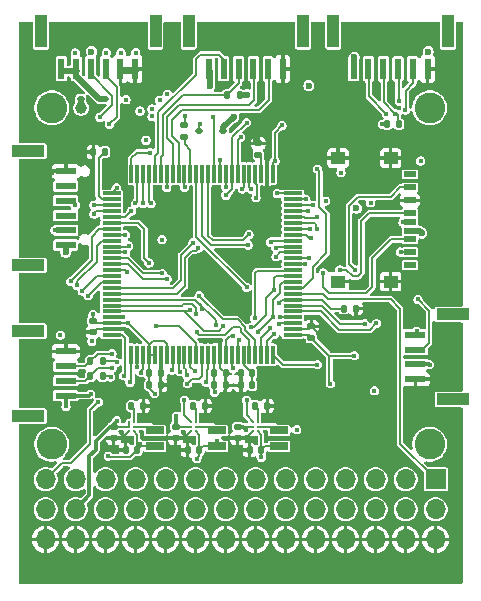
<source format=gbr>
%TF.GenerationSoftware,KiCad,Pcbnew,9.0.1*%
%TF.CreationDate,2025-04-15T01:41:33+09:00*%
%TF.ProjectId,STM32-FC_v2,53544d33-322d-4464-935f-76322e6b6963,rev?*%
%TF.SameCoordinates,Original*%
%TF.FileFunction,Copper,L4,Bot*%
%TF.FilePolarity,Positive*%
%FSLAX46Y46*%
G04 Gerber Fmt 4.6, Leading zero omitted, Abs format (unit mm)*
G04 Created by KiCad (PCBNEW 9.0.1) date 2025-04-15 01:41:33*
%MOMM*%
%LPD*%
G01*
G04 APERTURE LIST*
G04 Aperture macros list*
%AMRoundRect*
0 Rectangle with rounded corners*
0 $1 Rounding radius*
0 $2 $3 $4 $5 $6 $7 $8 $9 X,Y pos of 4 corners*
0 Add a 4 corners polygon primitive as box body*
4,1,4,$2,$3,$4,$5,$6,$7,$8,$9,$2,$3,0*
0 Add four circle primitives for the rounded corners*
1,1,$1+$1,$2,$3*
1,1,$1+$1,$4,$5*
1,1,$1+$1,$6,$7*
1,1,$1+$1,$8,$9*
0 Add four rect primitives between the rounded corners*
20,1,$1+$1,$2,$3,$4,$5,0*
20,1,$1+$1,$4,$5,$6,$7,0*
20,1,$1+$1,$6,$7,$8,$9,0*
20,1,$1+$1,$8,$9,$2,$3,0*%
G04 Aperture macros list end*
%TA.AperFunction,SMDPad,CuDef*%
%ADD10R,1.800000X0.600000*%
%TD*%
%TA.AperFunction,SMDPad,CuDef*%
%ADD11R,2.800000X1.000000*%
%TD*%
%TA.AperFunction,WasherPad*%
%ADD12C,2.600000*%
%TD*%
%TA.AperFunction,SMDPad,CuDef*%
%ADD13RoundRect,0.097500X-0.702500X0.227500X-0.702500X-0.227500X0.702500X-0.227500X0.702500X0.227500X0*%
%TD*%
%TA.AperFunction,SMDPad,CuDef*%
%ADD14RoundRect,0.135000X-0.135000X-0.185000X0.135000X-0.185000X0.135000X0.185000X-0.135000X0.185000X0*%
%TD*%
%TA.AperFunction,SMDPad,CuDef*%
%ADD15RoundRect,0.135000X0.135000X0.185000X-0.135000X0.185000X-0.135000X-0.185000X0.135000X-0.185000X0*%
%TD*%
%TA.AperFunction,SMDPad,CuDef*%
%ADD16RoundRect,0.140000X0.140000X0.170000X-0.140000X0.170000X-0.140000X-0.170000X0.140000X-0.170000X0*%
%TD*%
%TA.AperFunction,ComponentPad*%
%ADD17R,1.700000X1.700000*%
%TD*%
%TA.AperFunction,ComponentPad*%
%ADD18O,1.700000X1.700000*%
%TD*%
%TA.AperFunction,SMDPad,CuDef*%
%ADD19RoundRect,0.140000X-0.140000X-0.170000X0.140000X-0.170000X0.140000X0.170000X-0.140000X0.170000X0*%
%TD*%
%TA.AperFunction,SMDPad,CuDef*%
%ADD20RoundRect,0.140000X-0.170000X0.140000X-0.170000X-0.140000X0.170000X-0.140000X0.170000X0.140000X0*%
%TD*%
%TA.AperFunction,BGAPad,CuDef*%
%ADD21C,0.230000*%
%TD*%
%TA.AperFunction,SMDPad,CuDef*%
%ADD22R,1.000000X2.800000*%
%TD*%
%TA.AperFunction,SMDPad,CuDef*%
%ADD23R,0.600000X1.800000*%
%TD*%
%TA.AperFunction,SMDPad,CuDef*%
%ADD24RoundRect,0.140000X0.170000X-0.140000X0.170000X0.140000X-0.170000X0.140000X-0.170000X-0.140000X0*%
%TD*%
%TA.AperFunction,SMDPad,CuDef*%
%ADD25RoundRect,0.135000X0.185000X-0.135000X0.185000X0.135000X-0.185000X0.135000X-0.185000X-0.135000X0*%
%TD*%
%TA.AperFunction,SMDPad,CuDef*%
%ADD26R,1.080000X0.500000*%
%TD*%
%TA.AperFunction,SMDPad,CuDef*%
%ADD27R,1.200000X1.050000*%
%TD*%
%TA.AperFunction,SMDPad,CuDef*%
%ADD28RoundRect,0.075000X0.075000X-0.725000X0.075000X0.725000X-0.075000X0.725000X-0.075000X-0.725000X0*%
%TD*%
%TA.AperFunction,SMDPad,CuDef*%
%ADD29RoundRect,0.075000X0.725000X-0.075000X0.725000X0.075000X-0.725000X0.075000X-0.725000X-0.075000X0*%
%TD*%
%TA.AperFunction,SMDPad,CuDef*%
%ADD30RoundRect,0.112500X0.187500X0.112500X-0.187500X0.112500X-0.187500X-0.112500X0.187500X-0.112500X0*%
%TD*%
%TA.AperFunction,SMDPad,CuDef*%
%ADD31RoundRect,0.112500X-0.187500X-0.112500X0.187500X-0.112500X0.187500X0.112500X-0.187500X0.112500X0*%
%TD*%
%TA.AperFunction,ViaPad*%
%ADD32C,0.450000*%
%TD*%
%TA.AperFunction,ViaPad*%
%ADD33C,0.600000*%
%TD*%
%TA.AperFunction,ViaPad*%
%ADD34C,1.000000*%
%TD*%
%TA.AperFunction,Conductor*%
%ADD35C,0.200000*%
%TD*%
%TA.AperFunction,Conductor*%
%ADD36C,0.300000*%
%TD*%
%TA.AperFunction,Conductor*%
%ADD37C,0.500000*%
%TD*%
%TA.AperFunction,Conductor*%
%ADD38C,0.100000*%
%TD*%
%TA.AperFunction,Conductor*%
%ADD39C,0.150000*%
%TD*%
G04 APERTURE END LIST*
D10*
%TO.P,J16,4,Pin_4*%
%TO.N,GND*%
X153800000Y-100475000D03*
%TO.P,J16,3,Pin_3*%
%TO.N,+5V*%
X153800000Y-99225000D03*
%TO.P,J16,2,Pin_2*%
%TO.N,/RC_RX*%
X153800000Y-97975000D03*
%TO.P,J16,1,Pin_1*%
%TO.N,/RC_TX*%
X153800000Y-96725000D03*
D11*
%TO.P,J16,*%
%TO.N,*%
X157000000Y-102200000D03*
X157000000Y-95000000D03*
%TD*%
D12*
%TO.P,H1,*%
%TO.N,*%
X123000000Y-77500000D03*
%TD*%
%TO.P,H3,*%
%TO.N,*%
X123000000Y-106000000D03*
%TD*%
%TO.P,H4,*%
%TO.N,*%
X155000000Y-106000000D03*
%TD*%
%TO.P,H2,*%
%TO.N,*%
X155000000Y-77500000D03*
%TD*%
D13*
%TO.P,L1,1*%
%TO.N,Net-(U3-SW)*%
X131750000Y-104825000D03*
%TO.P,L1,2*%
%TO.N,+3.3V*%
X131750000Y-106175000D03*
%TD*%
D14*
%TO.P,R2,1*%
%TO.N,/BOOT0*%
X147740000Y-94500000D03*
%TO.P,R2,2*%
%TO.N,GND*%
X148760000Y-94500000D03*
%TD*%
D13*
%TO.P,L3,1*%
%TO.N,Net-(U5-SW)*%
X137000000Y-104825000D03*
%TO.P,L3,2*%
%TO.N,+3.3VA*%
X137000000Y-106175000D03*
%TD*%
D15*
%TO.P,R21,1*%
%TO.N,GND*%
X141260000Y-102750000D03*
%TO.P,R21,2*%
%TO.N,Net-(U4-VSET)*%
X140240000Y-102750000D03*
%TD*%
D16*
%TO.P,C18,1*%
%TO.N,+3.3VP*%
X140730000Y-106500000D03*
%TO.P,C18,2*%
%TO.N,GND*%
X139770000Y-106500000D03*
%TD*%
D17*
%TO.P,J6,1,CH1*%
%TO.N,/TIM4_CH2*%
X155510000Y-108960000D03*
D18*
%TO.P,J6,2,CH2*%
%TO.N,/TIM3_CH1*%
X152970000Y-108960000D03*
%TO.P,J6,3,CH3*%
%TO.N,/TIM3_CH2*%
X150430000Y-108960000D03*
%TO.P,J6,4,CH4*%
%TO.N,/TIM4_CH4*%
X147890000Y-108960000D03*
%TO.P,J6,5,CH5*%
%TO.N,/TIM5_CH1*%
X145350000Y-108960000D03*
%TO.P,J6,6,CH6*%
%TO.N,/TIM5_CH2*%
X142810000Y-108960000D03*
%TO.P,J6,7,CH7*%
%TO.N,/TIM5_CH3*%
X140270000Y-108960000D03*
%TO.P,J6,8,CH8*%
%TO.N,/TIM5_CH4*%
X137730000Y-108960000D03*
%TO.P,J6,9,CH9*%
%TO.N,/TIM3_CH3*%
X135190000Y-108960000D03*
%TO.P,J6,10,CH10*%
%TO.N,/TIM3_CH4*%
X132650000Y-108960000D03*
%TO.P,J6,11,CH11*%
%TO.N,/TIM1_CH2*%
X130110000Y-108960000D03*
%TO.P,J6,12,CH12*%
%TO.N,/TIM1_CH3*%
X127570000Y-108960000D03*
%TO.P,J6,13,RSSI*%
%TO.N,/RSSI_IN*%
X125030000Y-108960000D03*
%TO.P,J6,14,RCIN*%
%TO.N,/RC_INPUT/RCIN*%
X122490000Y-108960000D03*
%TO.P,J6,15,5V_A*%
%TO.N,+5V_PWM1*%
X155510000Y-111500000D03*
X152970000Y-111500000D03*
X150430000Y-111500000D03*
X147890000Y-111500000D03*
X145350000Y-111500000D03*
X142810000Y-111500000D03*
%TO.P,J6,16,5V_B*%
%TO.N,+5V_PWM2*%
X140270000Y-111500000D03*
X137730000Y-111500000D03*
X135190000Y-111500000D03*
X132650000Y-111500000D03*
X130110000Y-111500000D03*
X127570000Y-111500000D03*
%TO.P,J6,17,5V_RCIN*%
%TO.N,+5V*%
X125030000Y-111500000D03*
%TO.P,J6,18,5V_RSSI*%
X122490000Y-111500000D03*
%TO.P,J6,19,GND*%
%TO.N,GND*%
X155510000Y-114040000D03*
X152970000Y-114040000D03*
X150430000Y-114040000D03*
X147890000Y-114040000D03*
X145350000Y-114040000D03*
X142810000Y-114040000D03*
X140270000Y-114040000D03*
X137730000Y-114040000D03*
X135190000Y-114040000D03*
X132650000Y-114040000D03*
X130110000Y-114040000D03*
X127570000Y-114040000D03*
X125030000Y-114040000D03*
X122490000Y-114040000D03*
%TD*%
D19*
%TO.P,C8,1*%
%TO.N,+3.3V*%
X136770000Y-100000000D03*
%TO.P,C8,2*%
%TO.N,GND*%
X137730000Y-100000000D03*
%TD*%
D15*
%TO.P,R22,1*%
%TO.N,GND*%
X136010000Y-102750000D03*
%TO.P,R22,2*%
%TO.N,Net-(U5-VSET)*%
X134990000Y-102750000D03*
%TD*%
D20*
%TO.P,C2,1*%
%TO.N,+3.3V*%
X126500000Y-95520000D03*
%TO.P,C2,2*%
%TO.N,GND*%
X126500000Y-96480000D03*
%TD*%
D15*
%TO.P,R45,1*%
%TO.N,+3.3V*%
X138910000Y-76400000D03*
%TO.P,R45,2*%
%TO.N,/UART3_RX*%
X137890000Y-76400000D03*
%TD*%
D21*
%TO.P,U4,A1,GND*%
%TO.N,GND*%
X140050000Y-104900000D03*
%TO.P,U4,A2,VOS*%
%TO.N,+3.3VP*%
X140450000Y-104900000D03*
%TO.P,U4,B1,VIN*%
%TO.N,+5V*%
X140050000Y-104500000D03*
%TO.P,U4,B2,SW*%
%TO.N,Net-(U4-SW)*%
X140450000Y-104500000D03*
%TO.P,U4,C1,EN*%
%TO.N,/SW_PWR_RC*%
X140050000Y-104100000D03*
%TO.P,U4,C2,VSET*%
%TO.N,Net-(U4-VSET)*%
X140450000Y-104100000D03*
%TD*%
D19*
%TO.P,C13,1*%
%TO.N,+3.3V*%
X131270000Y-100980000D03*
%TO.P,C13,2*%
%TO.N,GND*%
X132230000Y-100980000D03*
%TD*%
D22*
%TO.P,J11,*%
%TO.N,*%
X146850000Y-71000000D03*
X156550000Y-71000000D03*
D23*
%TO.P,J11,1,Pin_1*%
%TO.N,+5V*%
X148575000Y-74200000D03*
%TO.P,J11,2,Pin_2*%
%TO.N,/UART2_TX*%
X149825000Y-74200000D03*
%TO.P,J11,3,Pin_3*%
%TO.N,/UART2_RX*%
X151075000Y-74200000D03*
%TO.P,J11,4,Pin_4*%
%TO.N,/UART2_CTS*%
X152325000Y-74200000D03*
%TO.P,J11,5,Pin_5*%
%TO.N,/UART2_RTS*%
X153575000Y-74200000D03*
%TO.P,J11,6,Pin_6*%
%TO.N,GND*%
X154825000Y-74200000D03*
%TD*%
D21*
%TO.P,U3,A1,GND*%
%TO.N,GND*%
X129550000Y-104900000D03*
%TO.P,U3,A2,VOS*%
%TO.N,+3.3V*%
X129950000Y-104900000D03*
%TO.P,U3,B1,VIN*%
%TO.N,+5V*%
X129550000Y-104500000D03*
%TO.P,U3,B2,SW*%
%TO.N,Net-(U3-SW)*%
X129950000Y-104500000D03*
%TO.P,U3,C1,EN*%
%TO.N,+5V*%
X129550000Y-104100000D03*
%TO.P,U3,C2,VSET*%
%TO.N,Net-(U3-VSET)*%
X129950000Y-104100000D03*
%TD*%
D24*
%TO.P,C11,1*%
%TO.N,+3.3V*%
X145000000Y-96980000D03*
%TO.P,C11,2*%
%TO.N,GND*%
X145000000Y-96020000D03*
%TD*%
D20*
%TO.P,C16,1*%
%TO.N,+5V*%
X133500000Y-104520000D03*
%TO.P,C16,2*%
%TO.N,GND*%
X133500000Y-105480000D03*
%TD*%
D19*
%TO.P,C6,1*%
%TO.N,GND*%
X126540000Y-81250000D03*
%TO.P,C6,2*%
%TO.N,/VCAP1*%
X127500000Y-81250000D03*
%TD*%
D25*
%TO.P,R4,1*%
%TO.N,/Buzzer*%
X134250000Y-80010000D03*
%TO.P,R4,2*%
%TO.N,Net-(Q1A-G)*%
X134250000Y-78990000D03*
%TD*%
D16*
%TO.P,C17,1*%
%TO.N,+3.3V*%
X130230000Y-106500000D03*
%TO.P,C17,2*%
%TO.N,GND*%
X129270000Y-106500000D03*
%TD*%
D26*
%TO.P,J4,1,RSV_1*%
%TO.N,unconnected-(J4-RSV_1-Pad1)*%
X153345000Y-90850000D03*
%TO.P,J4,2,CS*%
%TO.N,/MSD_NSS*%
X153345000Y-89750000D03*
%TO.P,J4,3,DI*%
%TO.N,/SPI2_MOSI*%
X153345000Y-88650000D03*
%TO.P,J4,4,VDD*%
%TO.N,+3.3V*%
X153345000Y-87900000D03*
%TO.P,J4,5,SCLK*%
%TO.N,/SPI2_SCK*%
X153345000Y-86450000D03*
%TO.P,J4,6,VSS*%
%TO.N,GND*%
X153345000Y-85350000D03*
%TO.P,J4,7,DO*%
%TO.N,/SPI2_MISO*%
X153345000Y-84250000D03*
%TO.P,J4,8,RSV_2*%
%TO.N,unconnected-(J4-RSV_2-Pad8)*%
X153345000Y-83150000D03*
%TO.P,J4,G1,SWICTH*%
%TO.N,Net-(J4-SWICTH)*%
X153345000Y-87200000D03*
D27*
%TO.P,J4,MP1,MP1*%
%TO.N,GND*%
X151705000Y-92225000D03*
%TO.P,J4,MP2,MP2*%
X151705000Y-81775000D03*
%TO.P,J4,MP3,MP3*%
X147255000Y-92225000D03*
%TO.P,J4,MP4,MP4*%
X147255000Y-81775000D03*
%TD*%
D15*
%TO.P,R20,1*%
%TO.N,GND*%
X130760000Y-102750000D03*
%TO.P,R20,2*%
%TO.N,Net-(U3-VSET)*%
X129740000Y-102750000D03*
%TD*%
D20*
%TO.P,C14,1*%
%TO.N,+5V*%
X128250000Y-104520000D03*
%TO.P,C14,2*%
%TO.N,GND*%
X128250000Y-105480000D03*
%TD*%
D19*
%TO.P,C9,1*%
%TO.N,+3.3V*%
X136770000Y-101000000D03*
%TO.P,C9,2*%
%TO.N,GND*%
X137730000Y-101000000D03*
%TD*%
D28*
%TO.P,U1,1,PE2*%
%TO.N,/LED_GREEN*%
X141750000Y-98425000D03*
%TO.P,U1,2,PE3*%
%TO.N,/GYRO2_NSS*%
X141250000Y-98425000D03*
%TO.P,U1,3,PE4*%
%TO.N,/MAG_NSS*%
X140750000Y-98425000D03*
%TO.P,U1,4,PE5*%
%TO.N,/GYRO1_NSS*%
X140250000Y-98425000D03*
%TO.P,U1,5,PE6*%
%TO.N,/BARO_NSS*%
X139750000Y-98425000D03*
%TO.P,U1,6,VBAT*%
%TO.N,+3.3V*%
X139250000Y-98425000D03*
%TO.P,U1,7,PC13*%
%TO.N,/FLASH_NSS*%
X138750000Y-98425000D03*
%TO.P,U1,8,PC14*%
%TO.N,/GYRO2_INT*%
X138250000Y-98425000D03*
%TO.P,U1,9,PC15*%
%TO.N,/MSD_DETECT*%
X137750000Y-98425000D03*
%TO.P,U1,10,VSS*%
%TO.N,GND*%
X137250000Y-98425000D03*
%TO.P,U1,11,VDD*%
%TO.N,+3.3V*%
X136750000Y-98425000D03*
%TO.P,U1,12,PH0*%
%TO.N,/OSC_IN*%
X136250000Y-98425000D03*
%TO.P,U1,13,PH1*%
%TO.N,/OSC_OUT*%
X135750000Y-98425000D03*
%TO.P,U1,14,NRST*%
%TO.N,/NRST*%
X135250000Y-98425000D03*
%TO.P,U1,15,PC0*%
%TO.N,/V_BATT*%
X134750000Y-98425000D03*
%TO.P,U1,16,PC1*%
%TO.N,/RSSI_IN*%
X134250000Y-98425000D03*
%TO.P,U1,17,PC2*%
%TO.N,/PM_CURRENT*%
X133750000Y-98425000D03*
%TO.P,U1,18,PC3*%
%TO.N,/PM_VOLTAGE*%
X133250000Y-98425000D03*
%TO.P,U1,19,VDD*%
%TO.N,+3.3V*%
X132750000Y-98425000D03*
%TO.P,U1,20,VSSA*%
%TO.N,GND*%
X132250000Y-98425000D03*
%TO.P,U1,21,VREF+*%
%TO.N,+3.3V*%
X131750000Y-98425000D03*
%TO.P,U1,22,VDDA*%
X131250000Y-98425000D03*
%TO.P,U1,23,PA0*%
%TO.N,/TIM5_CH1*%
X130750000Y-98425000D03*
%TO.P,U1,24,PA1*%
%TO.N,/TIM5_CH2*%
X130250000Y-98425000D03*
%TO.P,U1,25,PA2*%
%TO.N,/TIM5_CH3*%
X129750000Y-98425000D03*
D29*
%TO.P,U1,26,PA3*%
%TO.N,/TIM5_CH4*%
X128075000Y-96750000D03*
%TO.P,U1,27,VSS*%
%TO.N,GND*%
X128075000Y-96250000D03*
%TO.P,U1,28,VDD*%
%TO.N,+3.3V*%
X128075000Y-95750000D03*
%TO.P,U1,29,PA4*%
%TO.N,/SW_PWR_RC*%
X128075000Y-95250000D03*
%TO.P,U1,30,PA5*%
%TO.N,/SPI1_SCK*%
X128075000Y-94750000D03*
%TO.P,U1,31,PA6*%
%TO.N,/SPI1_MISO*%
X128075000Y-94250000D03*
%TO.P,U1,32,PA7*%
%TO.N,/SPI1_MOSI*%
X128075000Y-93750000D03*
%TO.P,U1,33,PC4*%
%TO.N,/CAN1_STBY*%
X128075000Y-93250000D03*
%TO.P,U1,34,PC5*%
%TO.N,/CAN2_STBY*%
X128075000Y-92750000D03*
%TO.P,U1,35,PB0*%
%TO.N,/TIM3_CH3*%
X128075000Y-92250000D03*
%TO.P,U1,36,PB1*%
%TO.N,/TIM3_CH4*%
X128075000Y-91750000D03*
%TO.P,U1,37,PB2*%
%TO.N,/BOOT1*%
X128075000Y-91250000D03*
%TO.P,U1,38,PE7*%
%TO.N,/BARO_INT*%
X128075000Y-90750000D03*
%TO.P,U1,39,PE8*%
%TO.N,/GYRO1_INT*%
X128075000Y-90250000D03*
%TO.P,U1,40,PE9*%
%TO.N,/RC_SEL1*%
X128075000Y-89750000D03*
%TO.P,U1,41,PE10*%
%TO.N,/RC_SEL0*%
X128075000Y-89250000D03*
%TO.P,U1,42,PE11*%
%TO.N,/TIM1_CH2*%
X128075000Y-88750000D03*
%TO.P,U1,43,PE12*%
%TO.N,/SW_PWR_IMU*%
X128075000Y-88250000D03*
%TO.P,U1,44,PE13*%
%TO.N,/TIM1_CH3*%
X128075000Y-87750000D03*
%TO.P,U1,45,PE14*%
%TO.N,/RC_PPM*%
X128075000Y-87250000D03*
%TO.P,U1,46,PE15*%
%TO.N,/PWR_SEL0*%
X128075000Y-86750000D03*
%TO.P,U1,47,PB10*%
%TO.N,/I2C2_SCL*%
X128075000Y-86250000D03*
%TO.P,U1,48,PB11*%
%TO.N,/I2C2_SDA*%
X128075000Y-85750000D03*
%TO.P,U1,49,VCAP_1*%
%TO.N,/VCAP1*%
X128075000Y-85250000D03*
%TO.P,U1,50,VDD*%
%TO.N,+3.3V*%
X128075000Y-84750000D03*
D28*
%TO.P,U1,51,PB12*%
%TO.N,/CAN2_RX*%
X129750000Y-83075000D03*
%TO.P,U1,52,PB13*%
%TO.N,/SPI2_SCK*%
X130250000Y-83075000D03*
%TO.P,U1,53,PB14*%
%TO.N,/SPI2_MISO*%
X130750000Y-83075000D03*
%TO.P,U1,54,PB15*%
%TO.N,/SPI2_MOSI*%
X131250000Y-83075000D03*
%TO.P,U1,55,PD8*%
%TO.N,/UART3_TX*%
X131750000Y-83075000D03*
%TO.P,U1,56,PD9*%
%TO.N,/UART3_RX*%
X132250000Y-83075000D03*
%TO.P,U1,57,PD10*%
%TO.N,/GPS1_SW_LED*%
X132750000Y-83075000D03*
%TO.P,U1,58,PD11*%
%TO.N,/UART3_CTS*%
X133250000Y-83075000D03*
%TO.P,U1,59,PD12*%
%TO.N,/UART3_RTS*%
X133750000Y-83075000D03*
%TO.P,U1,60,PD13*%
%TO.N,/GPS1_SW*%
X134250000Y-83075000D03*
%TO.P,U1,61,PD14*%
%TO.N,/Buzzer*%
X134750000Y-83075000D03*
%TO.P,U1,62,PD15*%
%TO.N,/TIM4_CH4*%
X135250000Y-83075000D03*
%TO.P,U1,63,PC6*%
%TO.N,/TIM3_CH1*%
X135750000Y-83075000D03*
%TO.P,U1,64,PC7*%
%TO.N,/TIM3_CH2*%
X136250000Y-83075000D03*
%TO.P,U1,65,PC8*%
%TO.N,/GPS1_BUZZER*%
X136750000Y-83075000D03*
%TO.P,U1,66,PC9*%
%TO.N,/I2C3_SDA*%
X137250000Y-83075000D03*
%TO.P,U1,67,PA8*%
%TO.N,/I2C3_SCL*%
X137750000Y-83075000D03*
%TO.P,U1,68,PA9*%
%TO.N,/RC_TX*%
X138250000Y-83075000D03*
%TO.P,U1,69,PA10*%
%TO.N,/RC_RX*%
X138750000Y-83075000D03*
%TO.P,U1,70,PA11*%
%TO.N,/USB_D-*%
X139250000Y-83075000D03*
%TO.P,U1,71,PA12*%
%TO.N,/USB_D+*%
X139750000Y-83075000D03*
%TO.P,U1,72,PA13*%
%TO.N,/SWDIO*%
X140250000Y-83075000D03*
%TO.P,U1,73,VCAP_2*%
%TO.N,/VCAP2*%
X140750000Y-83075000D03*
%TO.P,U1,74,VSS*%
%TO.N,GND*%
X141250000Y-83075000D03*
%TO.P,U1,75,VDD*%
%TO.N,+3.3V*%
X141750000Y-83075000D03*
D29*
%TO.P,U1,76,PA14*%
%TO.N,/SWCLK*%
X143425000Y-84750000D03*
%TO.P,U1,77,PA15*%
%TO.N,/PWR_SEL1*%
X143425000Y-85250000D03*
%TO.P,U1,78,PC10*%
%TO.N,/UART4_TX*%
X143425000Y-85750000D03*
%TO.P,U1,79,PC11*%
%TO.N,/UART4_RX*%
X143425000Y-86250000D03*
%TO.P,U1,80,PC12*%
%TO.N,/UART5_TX*%
X143425000Y-86750000D03*
%TO.P,U1,81,PD0*%
%TO.N,/CAN1_RX*%
X143425000Y-87250000D03*
%TO.P,U1,82,PD1*%
%TO.N,/CAN1_TX*%
X143425000Y-87750000D03*
%TO.P,U1,83,PD2*%
%TO.N,/UART5_RX*%
X143425000Y-88250000D03*
%TO.P,U1,84,PD3*%
%TO.N,/UART2_CTS*%
X143425000Y-88750000D03*
%TO.P,U1,85,PD4*%
%TO.N,/UART2_RTS*%
X143425000Y-89250000D03*
%TO.P,U1,86,PD5*%
%TO.N,/UART2_TX*%
X143425000Y-89750000D03*
%TO.P,U1,87,PD6*%
%TO.N,/UART2_RX*%
X143425000Y-90250000D03*
%TO.P,U1,88,PD7*%
%TO.N,/MSD_NSS*%
X143425000Y-90750000D03*
%TO.P,U1,89,PB3*%
%TO.N,/SPI3_SCK*%
X143425000Y-91250000D03*
%TO.P,U1,90,PB4*%
%TO.N,/SPI3_MISO*%
X143425000Y-91750000D03*
%TO.P,U1,91,PB5*%
%TO.N,/SPI3_MOSI*%
X143425000Y-92250000D03*
%TO.P,U1,92,PB6*%
%TO.N,/CAN2_TX*%
X143425000Y-92750000D03*
%TO.P,U1,93,PB7*%
%TO.N,/TIM4_CH2*%
X143425000Y-93250000D03*
%TO.P,U1,94,BOOT0*%
%TO.N,/BOOT0*%
X143425000Y-93750000D03*
%TO.P,U1,95,PB8*%
%TO.N,/I2C1_SCL*%
X143425000Y-94250000D03*
%TO.P,U1,96,PB9*%
%TO.N,/I2C1_SDA*%
X143425000Y-94750000D03*
%TO.P,U1,97,PE0*%
%TO.N,/LED_RED*%
X143425000Y-95250000D03*
%TO.P,U1,98,PE1*%
%TO.N,/LED_YELLOW*%
X143425000Y-95750000D03*
%TO.P,U1,99,VSS*%
%TO.N,GND*%
X143425000Y-96250000D03*
%TO.P,U1,100,VDD*%
%TO.N,+3.3V*%
X143425000Y-96750000D03*
%TD*%
D22*
%TO.P,J12,*%
%TO.N,*%
X134600000Y-71000000D03*
X144300000Y-71000000D03*
D23*
%TO.P,J12,1,Pin_1*%
%TO.N,+5V*%
X136325000Y-74200000D03*
%TO.P,J12,2,Pin_2*%
%TO.N,/UART3_TX*%
X137575000Y-74200000D03*
%TO.P,J12,3,Pin_3*%
%TO.N,/UART3_RX*%
X138825000Y-74200000D03*
%TO.P,J12,4,Pin_4*%
%TO.N,/UART3_CTS*%
X140075000Y-74200000D03*
%TO.P,J12,5,Pin_5*%
%TO.N,/UART3_RTS*%
X141325000Y-74200000D03*
%TO.P,J12,6,Pin_6*%
%TO.N,GND*%
X142575000Y-74200000D03*
%TD*%
D14*
%TO.P,R44,1*%
%TO.N,+3.3V*%
X151390000Y-78900000D03*
%TO.P,R44,2*%
%TO.N,/UART2_RX*%
X152410000Y-78900000D03*
%TD*%
D11*
%TO.P,J13,*%
%TO.N,*%
X121000000Y-103600000D03*
X121000000Y-96400000D03*
D10*
%TO.P,J13,1,Pin_1*%
%TO.N,+5V*%
X124200000Y-101875000D03*
%TO.P,J13,2,Pin_2*%
%TO.N,/I2C1_SCL*%
X124200000Y-100625000D03*
%TO.P,J13,3,Pin_3*%
%TO.N,/I2C1_SDA*%
X124200000Y-99375000D03*
%TO.P,J13,4,Pin_4*%
%TO.N,GND*%
X124200000Y-98125000D03*
%TD*%
D16*
%TO.P,C10,1*%
%TO.N,+3.3V*%
X139980000Y-100000000D03*
%TO.P,C10,2*%
%TO.N,GND*%
X139020000Y-100000000D03*
%TD*%
%TO.P,C19,1*%
%TO.N,+3.3VA*%
X135480000Y-106500000D03*
%TO.P,C19,2*%
%TO.N,GND*%
X134520000Y-106500000D03*
%TD*%
D30*
%TO.P,D1,1,K*%
%TO.N,+5V*%
X137550000Y-79500000D03*
%TO.P,D1,2,A*%
%TO.N,Net-(BZ1-+)*%
X135450000Y-79500000D03*
%TD*%
D16*
%TO.P,C3,1*%
%TO.N,+3.3V*%
X139980000Y-101000000D03*
%TO.P,C3,2*%
%TO.N,GND*%
X139020000Y-101000000D03*
%TD*%
D15*
%TO.P,R47,1*%
%TO.N,+3.3V*%
X127310000Y-100200000D03*
%TO.P,R47,2*%
%TO.N,/I2C1_SCL*%
X126290000Y-100200000D03*
%TD*%
D31*
%TO.P,D6,1,K*%
%TO.N,+5V*%
X125450000Y-76750000D03*
%TO.P,D6,2,A*%
%TO.N,Net-(D6-A)*%
X127550000Y-76750000D03*
%TD*%
D24*
%TO.P,C7,1*%
%TO.N,/VCAP2*%
X140500000Y-81480000D03*
%TO.P,C7,2*%
%TO.N,GND*%
X140500000Y-80520000D03*
%TD*%
D22*
%TO.P,J3,*%
%TO.N,*%
X122100000Y-71000000D03*
X131800000Y-71000000D03*
D23*
%TO.P,J3,1,Pin_1*%
%TO.N,Net-(D6-A)*%
X123825000Y-74200000D03*
%TO.P,J3,2,Pin_2*%
X125075000Y-74200000D03*
%TO.P,J3,3,Pin_3*%
%TO.N,/PM_CURRENT*%
X126325000Y-74200000D03*
%TO.P,J3,4,Pin_4*%
%TO.N,/PM_VOLTAGE*%
X127575000Y-74200000D03*
%TO.P,J3,5,Pin_5*%
%TO.N,GND*%
X128825000Y-74200000D03*
%TO.P,J3,6,Pin_6*%
X130075000Y-74200000D03*
%TD*%
D20*
%TO.P,C15,1*%
%TO.N,+5V*%
X138750000Y-104520000D03*
%TO.P,C15,2*%
%TO.N,GND*%
X138750000Y-105480000D03*
%TD*%
D11*
%TO.P,J1,*%
%TO.N,*%
X121000000Y-90850000D03*
X121000000Y-81150000D03*
D10*
%TO.P,J1,1,Pin_1*%
%TO.N,+3.3V*%
X124200000Y-89125000D03*
%TO.P,J1,2,Pin_2*%
%TO.N,/SWDIO*%
X124200000Y-87875000D03*
%TO.P,J1,3,Pin_3*%
%TO.N,/SWCLK*%
X124200000Y-86625000D03*
%TO.P,J1,4,Pin_4*%
%TO.N,/NRST*%
X124200000Y-85375000D03*
%TO.P,J1,5,Pin_5*%
%TO.N,/BOOT0*%
X124200000Y-84125000D03*
%TO.P,J1,6,Pin_6*%
%TO.N,GND*%
X124200000Y-82875000D03*
%TD*%
D15*
%TO.P,R46,1*%
%TO.N,+3.3V*%
X127310000Y-98950000D03*
%TO.P,R46,2*%
%TO.N,/I2C1_SDA*%
X126290000Y-98950000D03*
%TD*%
D13*
%TO.P,L2,1*%
%TO.N,Net-(U4-SW)*%
X142250000Y-104825000D03*
%TO.P,L2,2*%
%TO.N,+3.3VP*%
X142250000Y-106175000D03*
%TD*%
D21*
%TO.P,U5,A1,GND*%
%TO.N,GND*%
X134800000Y-104900000D03*
%TO.P,U5,A2,VOS*%
%TO.N,+3.3VA*%
X135200000Y-104900000D03*
%TO.P,U5,B1,VIN*%
%TO.N,+5V*%
X134800000Y-104500000D03*
%TO.P,U5,B2,SW*%
%TO.N,Net-(U5-SW)*%
X135200000Y-104500000D03*
%TO.P,U5,C1,EN*%
%TO.N,/SW_PWR_IMU*%
X134800000Y-104100000D03*
%TO.P,U5,C2,VSET*%
%TO.N,Net-(U5-VSET)*%
X135200000Y-104100000D03*
%TD*%
D19*
%TO.P,C12,1*%
%TO.N,+3.3V*%
X131270000Y-100000000D03*
%TO.P,C12,2*%
%TO.N,GND*%
X132230000Y-100000000D03*
%TD*%
D32*
%TO.N,/RC_TX*%
X153900000Y-96400000D03*
%TO.N,/RC_RX*%
X154024982Y-93724982D03*
%TO.N,Net-(J4-SWICTH)*%
X152750000Y-87200000D03*
%TO.N,+5V*%
X155000000Y-99250000D03*
%TO.N,GND*%
X130300000Y-88500000D03*
D33*
X144000000Y-117000000D03*
X130000000Y-117000000D03*
D32*
X136250000Y-102750000D03*
D33*
X154000000Y-117000000D03*
X144800000Y-82900000D03*
X122000000Y-117000000D03*
X138000000Y-117000000D03*
X139573267Y-91800000D03*
D32*
X141250000Y-89750000D03*
X136000000Y-92000000D03*
D33*
X124000000Y-117000000D03*
D32*
X141500000Y-100600000D03*
D33*
X135100000Y-90200000D03*
X152000000Y-117000000D03*
X150900000Y-100701574D03*
X142000000Y-117000000D03*
X156000000Y-117000000D03*
X150000000Y-117000000D03*
X146000000Y-117000000D03*
X132000000Y-117000000D03*
X136000000Y-117000000D03*
D32*
X148676774Y-97625000D03*
X151900000Y-91200000D03*
D33*
X126000000Y-117000000D03*
X134000000Y-117000000D03*
X128000000Y-117000000D03*
D32*
X137700000Y-101600000D03*
D33*
X151900000Y-98400000D03*
X147998091Y-116995379D03*
X140300000Y-80154975D03*
X153200000Y-103000000D03*
D32*
X132745000Y-90641100D03*
D33*
X140000000Y-117000000D03*
D32*
X123000000Y-83000000D03*
X154750000Y-84500000D03*
X152300000Y-88000000D03*
%TO.N,/NRST*%
X131800000Y-96000000D03*
X125000000Y-85750000D03*
%TO.N,/OSC_IN*%
X136076700Y-100715528D03*
%TO.N,/OSC_OUT*%
X134500000Y-100865000D03*
D33*
%TO.N,+5V*%
X138400000Y-78300000D03*
X154875000Y-72750000D03*
X136375000Y-75625000D03*
X144779135Y-75629135D03*
D32*
X139474965Y-104774999D03*
D33*
X148625000Y-73225000D03*
D32*
X124210270Y-102780901D03*
X128512668Y-103987332D03*
X126299000Y-101737332D03*
D34*
X125500000Y-77500000D03*
D32*
X133569839Y-103593188D03*
%TO.N,Net-(BZ1-+)*%
X135600000Y-78900000D03*
%TO.N,/BOOT0*%
X123750000Y-84250000D03*
X142250000Y-94000000D03*
%TO.N,+3.3V*%
X126500000Y-95000000D03*
X148634732Y-98495000D03*
D33*
X148800000Y-86000000D03*
D32*
X128503032Y-99050000D03*
D33*
X139525000Y-76400000D03*
D32*
X142500000Y-79000000D03*
X130490000Y-77775000D03*
X132334819Y-88665182D03*
D33*
X126375000Y-72750000D03*
D32*
X128500000Y-84271232D03*
X128001493Y-100293279D03*
X136800000Y-101600000D03*
X127800000Y-107000000D03*
X146600000Y-100866000D03*
X131712545Y-101696315D03*
X141900000Y-82000000D03*
X151000000Y-78900000D03*
X129500000Y-95750000D03*
D33*
X124200000Y-89725000D03*
X154350000Y-88100000D03*
D32*
X139980000Y-101000000D03*
X130500000Y-106000000D03*
%TO.N,/RC_INPUT/RCIN*%
X126940228Y-102414891D03*
%TO.N,/LED_RED*%
X142353599Y-95187567D03*
%TO.N,/LED_YELLOW*%
X142235851Y-95826815D03*
%TO.N,/LED_GREEN*%
X145500000Y-99250000D03*
%TO.N,/TIM3_CH2*%
X139708639Y-88223726D03*
%TO.N,/TIM5_CH1*%
X130595000Y-99935146D03*
%TO.N,/TIM5_CH2*%
X130250000Y-99420000D03*
%TO.N,/TIM5_CH3*%
X129627926Y-100750000D03*
%TO.N,/TIM5_CH4*%
X129102926Y-100188374D03*
%TO.N,/SPI1_SCK*%
X137536340Y-96007571D03*
X134680548Y-94609266D03*
%TO.N,/SPI1_MISO*%
X135200000Y-95000000D03*
%TO.N,/SPI1_MOSI*%
X136900000Y-95875002D03*
X135700000Y-94563068D03*
%TO.N,/TIM3_CH1*%
X139628071Y-89119921D03*
%TO.N,/TIM3_CH3*%
X126100000Y-93400000D03*
%TO.N,/MAG_NSS*%
X141477169Y-96150633D03*
%TO.N,/FLASH_NSS*%
X138896921Y-97200000D03*
%TO.N,/SPI2_SCK*%
X147400000Y-91250000D03*
X130099997Y-85600000D03*
%TO.N,/PM_VOLTAGE*%
X127900000Y-78900000D03*
X133200000Y-99700000D03*
%TO.N,/PM_CURRENT*%
X127100000Y-78300000D03*
X133835271Y-99837596D03*
%TO.N,/USB_D-*%
X139150000Y-84368784D03*
%TO.N,/USB_D+*%
X139850000Y-84368784D03*
%TO.N,/SWDIO*%
X140300000Y-85100000D03*
X123300000Y-87875000D03*
%TO.N,/SWCLK*%
X123750000Y-86600000D03*
X142100000Y-84754252D03*
%TO.N,/RSSI_IN*%
X134453770Y-100168767D03*
%TO.N,/UART4_TX*%
X145106062Y-85749853D03*
X132800000Y-76350000D03*
%TO.N,/UART4_RX*%
X132150000Y-76850000D03*
X144670599Y-86275000D03*
%TO.N,/GPS1_BUZZER*%
X125000000Y-72874998D03*
X136700000Y-78300000D03*
%TO.N,/I2C1_SDA*%
X150500000Y-95750000D03*
X128100000Y-98330000D03*
%TO.N,/I2C1_SCL*%
X149500000Y-95775000D03*
X128100000Y-99575000D03*
%TO.N,/I2C2_SCL*%
X126600000Y-86500000D03*
%TO.N,/SPI2_MISO*%
X148700000Y-91250000D03*
X130750000Y-85600000D03*
%TO.N,/SPI2_MOSI*%
X146000000Y-91500000D03*
X131400003Y-85600000D03*
%TO.N,/UART5_TX*%
X123750000Y-96750000D03*
X145500000Y-86750000D03*
%TO.N,/UART5_RX*%
X126400000Y-97275000D03*
X145000000Y-88500000D03*
%TO.N,/I2C2_SDA*%
X126600000Y-85750000D03*
%TO.N,/UART2_CTS*%
X152453498Y-76950000D03*
X141560947Y-88880961D03*
%TO.N,/UART2_RTS*%
X141978832Y-89378832D03*
X152950000Y-77700000D03*
%TO.N,/UART2_RX*%
X152100000Y-78000000D03*
X144800000Y-90200000D03*
%TO.N,/UART2_TX*%
X151350000Y-78000000D03*
X141994838Y-90105289D03*
%TO.N,/I2C3_SDA*%
X130125000Y-72850000D03*
X137250000Y-81900000D03*
%TO.N,/I2C3_SCL*%
X129294999Y-76825909D03*
X137750000Y-84200000D03*
%TO.N,/TIM4_CH4*%
X139510251Y-92715824D03*
%TO.N,/V_BATT*%
X150335713Y-101462046D03*
X135110000Y-99810000D03*
%TO.N,+3.3VA*%
X137019618Y-105685382D03*
X135284982Y-107215018D03*
%TO.N,/SPI3_SCK*%
X140200000Y-95300000D03*
%TO.N,/TIM3_CH4*%
X125586671Y-93017510D03*
%TO.N,/SPI3_MOSI*%
X140496446Y-96503554D03*
X141703783Y-95203027D03*
%TO.N,/SPI3_MISO*%
X141836623Y-92955482D03*
X139900000Y-96100000D03*
%TO.N,/PWR_SEL0*%
X129750000Y-86250000D03*
%TO.N,/GYRO2_NSS*%
X141857938Y-96677433D03*
%TO.N,/CAN1_RX*%
X145493415Y-87775000D03*
%TO.N,/GYRO1_NSS*%
X135503554Y-93396446D03*
%TO.N,/BARO_NSS*%
X135269242Y-96476350D03*
%TO.N,/PWR_SEL1*%
X144500000Y-85250000D03*
%TO.N,/CAN2_RX*%
X147500000Y-83000000D03*
X131300000Y-81300000D03*
%TO.N,/CAN2_TX*%
X145500000Y-82700000D03*
%TO.N,/MSD_NSS*%
X152550000Y-89700000D03*
X144430710Y-90761219D03*
%TO.N,/CAN1_STBY*%
X135435602Y-89383639D03*
%TO.N,/RC_TX*%
X139500000Y-78750000D03*
X154250000Y-82000000D03*
X137750000Y-84900000D03*
%TO.N,/TIM1_CH2*%
X125163350Y-92524253D03*
%TO.N,/CAN1_TX*%
X144843412Y-87775000D03*
%TO.N,/TIM1_CH3*%
X124600000Y-92200000D03*
%TO.N,/CAN2_STBY*%
X134975982Y-88924018D03*
%TO.N,/MSD_DETECT*%
X146200000Y-85400000D03*
X138375000Y-96812576D03*
%TO.N,/BARO_INT*%
X132780000Y-92000000D03*
%TO.N,/BOOT1*%
X129400000Y-91400000D03*
%TO.N,/GYRO2_INT*%
X138375894Y-99551324D03*
%TO.N,+5V_PWM2*%
X143750000Y-104760000D03*
%TO.N,/GYRO1_INT*%
X132378717Y-91527375D03*
%TO.N,/GPS1_SW_LED*%
X127625000Y-72850000D03*
X132750000Y-84250000D03*
%TO.N,/GPS1_SW*%
X128875000Y-72850000D03*
X134262241Y-84250000D03*
%TO.N,/RC_RX*%
X131505001Y-78239279D03*
X139000000Y-80000000D03*
%TO.N,Net-(Q1A-G)*%
X131508457Y-77619286D03*
X134262158Y-78205396D03*
%TO.N,+3.3VP*%
X150000000Y-85545000D03*
X131000000Y-80250000D03*
X140750000Y-107095000D03*
%TO.N,/SW_PWR_RC*%
X139505000Y-102250000D03*
X129003790Y-95249999D03*
%TO.N,/SW_PWR_IMU*%
X134250000Y-102250000D03*
X129250000Y-88250000D03*
%TO.N,/RC_PPM*%
X131232731Y-90641483D03*
%TO.N,/RC_SEL1*%
X129250000Y-89750000D03*
%TO.N,/RC_SEL0*%
X129527274Y-89195452D03*
%TD*%
D35*
%TO.N,/RC_TX*%
X153900000Y-96400000D02*
X153900000Y-96625000D01*
X153900000Y-96625000D02*
X153800000Y-96725000D01*
%TO.N,/RC_RX*%
X154971000Y-94671000D02*
X154971000Y-97404000D01*
X154024982Y-93724982D02*
X154971000Y-94671000D01*
X154971000Y-97404000D02*
X154400000Y-97975000D01*
X154400000Y-97975000D02*
X153800000Y-97975000D01*
D36*
%TO.N,+5V*%
X154975000Y-99225000D02*
X155000000Y-99250000D01*
X153800000Y-99225000D02*
X154975000Y-99225000D01*
D35*
%TO.N,GND*%
X132250000Y-98425000D02*
X132250000Y-100960000D01*
X145000000Y-96020000D02*
X146605000Y-97625000D01*
X133500000Y-105480000D02*
X134220000Y-105480000D01*
X132048267Y-91156375D02*
X132563542Y-90641100D01*
X137250000Y-99520000D02*
X137250000Y-98425000D01*
X141520000Y-81500000D02*
X141520000Y-80520000D01*
X128970000Y-105480000D02*
X129550000Y-104900000D01*
D37*
X124425000Y-98125000D02*
X124836187Y-98125000D01*
D35*
X140300000Y-80320000D02*
X140500000Y-80520000D01*
X137730000Y-101570000D02*
X137700000Y-101600000D01*
X139770000Y-105780000D02*
X139470000Y-105480000D01*
X137730000Y-100000000D02*
X137250000Y-99520000D01*
D36*
X136010000Y-102750000D02*
X136250000Y-102750000D01*
D35*
X130300000Y-90410202D02*
X131046173Y-91156375D01*
X137730000Y-101000000D02*
X137750000Y-101000000D01*
X150851574Y-100750000D02*
X150900000Y-100701574D01*
X131046173Y-91156375D02*
X132048267Y-91156375D01*
X130300000Y-88500000D02*
X130300000Y-90410202D01*
X140300000Y-80154975D02*
X140300000Y-80320000D01*
X140500000Y-80520000D02*
X141520000Y-80520000D01*
X134520000Y-105780000D02*
X134220000Y-105480000D01*
X146605000Y-97625000D02*
X148676774Y-97625000D01*
X132250000Y-100960000D02*
X132230000Y-100980000D01*
X129270000Y-105780000D02*
X128970000Y-105480000D01*
X123125000Y-82875000D02*
X123000000Y-83000000D01*
X124425000Y-82875000D02*
X123125000Y-82875000D01*
X138750000Y-105480000D02*
X139470000Y-105480000D01*
X129270000Y-106500000D02*
X129270000Y-105780000D01*
D37*
X130125000Y-74425000D02*
X128875000Y-74425000D01*
D35*
X134520000Y-106500000D02*
X134520000Y-105780000D01*
X126730000Y-96250000D02*
X126500000Y-96480000D01*
X139470000Y-105480000D02*
X140050000Y-104900000D01*
X141250000Y-81770000D02*
X141520000Y-81500000D01*
X144770000Y-96250000D02*
X145000000Y-96020000D01*
X137730000Y-101000000D02*
X137730000Y-101570000D01*
X134220000Y-105480000D02*
X134800000Y-104900000D01*
X143425000Y-96250000D02*
X144770000Y-96250000D01*
X128075000Y-96250000D02*
X126730000Y-96250000D01*
X139770000Y-106500000D02*
X139770000Y-105780000D01*
X141250000Y-83325000D02*
X141250000Y-81770000D01*
X128250000Y-105480000D02*
X128970000Y-105480000D01*
X132563542Y-90641100D02*
X132745000Y-90641100D01*
%TO.N,/NRST*%
X124625000Y-85375000D02*
X125000000Y-85750000D01*
X131800000Y-96000000D02*
X133800000Y-96000000D01*
X135250000Y-97450000D02*
X135250000Y-98425000D01*
X133800000Y-96000000D02*
X135250000Y-97450000D01*
%TO.N,/OSC_IN*%
X136189000Y-100603228D02*
X136189000Y-99643450D01*
X136250000Y-99582450D02*
X136250000Y-98425000D01*
X136076700Y-100715528D02*
X136189000Y-100603228D01*
X136189000Y-99643450D02*
X136250000Y-99582450D01*
%TO.N,/OSC_OUT*%
X135750000Y-100250000D02*
X135750000Y-98425000D01*
X134500000Y-100865000D02*
X134865000Y-100500000D01*
X135500000Y-100500000D02*
X135750000Y-100250000D01*
X134865000Y-100500000D02*
X135500000Y-100500000D01*
%TO.N,/VCAP1*%
X127242590Y-85250000D02*
X126975000Y-84982410D01*
X126975000Y-84982410D02*
X126975000Y-81775000D01*
X128075000Y-85250000D02*
X127242590Y-85250000D01*
X126975000Y-81775000D02*
X127500000Y-81250000D01*
%TO.N,/VCAP2*%
X140500000Y-81480000D02*
X140750000Y-81730000D01*
X140750000Y-81730000D02*
X140750000Y-83325000D01*
%TO.N,+5V*%
X129550000Y-104500000D02*
X129550000Y-104100000D01*
D36*
X124200000Y-101875000D02*
X124206109Y-101868891D01*
D37*
X136375000Y-74425000D02*
X136375000Y-75625000D01*
D36*
X126201000Y-107026839D02*
X126201000Y-110329000D01*
D37*
X137550000Y-79150000D02*
X138400000Y-78300000D01*
D36*
X128250000Y-104520000D02*
X127940001Y-104520000D01*
D37*
X137550000Y-79500000D02*
X137550000Y-79150000D01*
D35*
X138770000Y-104500000D02*
X138750000Y-104520000D01*
X129550000Y-104500000D02*
X128270000Y-104500000D01*
D36*
X126750000Y-105710001D02*
X126750000Y-106477839D01*
X138750000Y-104520000D02*
X139219966Y-104520000D01*
X126201000Y-110329000D02*
X125030000Y-111500000D01*
X133500000Y-103663027D02*
X133569839Y-103593188D01*
X127940001Y-104520000D02*
X126750000Y-105710001D01*
X133500000Y-104520000D02*
X133500000Y-103663027D01*
D38*
X134780000Y-104520000D02*
X134800000Y-104500000D01*
D36*
X128250000Y-104250000D02*
X128512668Y-103987332D01*
D37*
X148625000Y-74425000D02*
X148625000Y-73225000D01*
D38*
X140030000Y-104520000D02*
X140050000Y-104500000D01*
D36*
X124200000Y-101875000D02*
X124200000Y-102770631D01*
X139219966Y-104520000D02*
X139474965Y-104774999D01*
D35*
X128270000Y-104500000D02*
X128250000Y-104520000D01*
D36*
X124200000Y-101875000D02*
X126161332Y-101875000D01*
X126750000Y-106477839D02*
X126201000Y-107026839D01*
X124200000Y-102770631D02*
X124210270Y-102780901D01*
X128250000Y-104520000D02*
X128250000Y-104250000D01*
D35*
X140050000Y-104500000D02*
X138770000Y-104500000D01*
D36*
X126161332Y-101875000D02*
X126299000Y-101737332D01*
D37*
X125450000Y-77450000D02*
X125500000Y-77500000D01*
D35*
X134800000Y-104500000D02*
X133520000Y-104500000D01*
D37*
X125450000Y-76750000D02*
X125450000Y-77450000D01*
D38*
X129530000Y-104520000D02*
X129550000Y-104500000D01*
D35*
X133520000Y-104500000D02*
X133500000Y-104520000D01*
%TO.N,Net-(BZ1-+)*%
X135450000Y-79050000D02*
X135600000Y-78900000D01*
X135450000Y-79500000D02*
X135450000Y-79050000D01*
%TO.N,/BOOT0*%
X143425000Y-93750000D02*
X145920800Y-93750000D01*
X142250000Y-94000000D02*
X142500000Y-93750000D01*
X145920800Y-93750000D02*
X146670800Y-94500000D01*
X146670800Y-94500000D02*
X147740000Y-94500000D01*
X124300000Y-84250000D02*
X124425000Y-84125000D01*
X142500000Y-93750000D02*
X143425000Y-93750000D01*
%TO.N,+3.3V*%
X143425000Y-96750000D02*
X144770000Y-96750000D01*
X126730000Y-95750000D02*
X126500000Y-95520000D01*
X130230000Y-106000000D02*
X130230000Y-105500000D01*
X130230000Y-105500000D02*
X130230000Y-105180000D01*
X146515000Y-98495000D02*
X148634732Y-98495000D01*
X127881000Y-107081000D02*
X129649000Y-107081000D01*
X136770000Y-101570000D02*
X136800000Y-101600000D01*
D37*
X154150000Y-87900000D02*
X154350000Y-88100000D01*
X138910000Y-76400000D02*
X139525000Y-76400000D01*
D35*
X130230000Y-106500000D02*
X130230000Y-106000000D01*
X139250000Y-99270000D02*
X139980000Y-100000000D01*
X130555000Y-106175000D02*
X130230000Y-106500000D01*
X127310000Y-98950000D02*
X128403032Y-98950000D01*
X139980000Y-100000000D02*
X139980000Y-101000000D01*
X131750000Y-106175000D02*
X132075000Y-106175000D01*
X136770000Y-101000000D02*
X136770000Y-100000000D01*
X131625001Y-97250000D02*
X132524396Y-97250000D01*
X130230000Y-105180000D02*
X129950000Y-104900000D01*
X141750000Y-83075000D02*
X141750000Y-82150000D01*
X146515000Y-100781000D02*
X146600000Y-100866000D01*
X131250000Y-98425000D02*
X131250000Y-100960000D01*
X127908214Y-100200000D02*
X128001493Y-100293279D01*
X132524396Y-97250000D02*
X132750000Y-97475604D01*
X128075000Y-84696232D02*
X128500000Y-84271232D01*
X145000000Y-96980000D02*
X146515000Y-98495000D01*
X131270000Y-100980000D02*
X131270000Y-101253770D01*
X128075000Y-95750000D02*
X129500000Y-95750000D01*
X139250000Y-98425000D02*
X139250000Y-99270000D01*
X131270000Y-101253770D02*
X131712545Y-101696315D01*
X131250000Y-97500000D02*
X131250000Y-98425000D01*
X131750000Y-106175000D02*
X130555000Y-106175000D01*
X136770000Y-100000000D02*
X136770000Y-98445000D01*
X129649000Y-107081000D02*
X130230000Y-106500000D01*
X141900000Y-79600000D02*
X142500000Y-79000000D01*
X127310000Y-100200000D02*
X127908214Y-100200000D01*
X131250000Y-100960000D02*
X131270000Y-100980000D01*
X131250000Y-98425000D02*
X131250000Y-97625001D01*
X131250000Y-97625001D02*
X131625001Y-97250000D01*
X129500000Y-95750000D02*
X131250000Y-97500000D01*
X128075000Y-84750000D02*
X128075000Y-84696232D01*
X126500000Y-95520000D02*
X126500000Y-95000000D01*
X151000000Y-78900000D02*
X151390000Y-78900000D01*
D37*
X124200000Y-89725000D02*
X124200000Y-89125000D01*
D35*
X144770000Y-96750000D02*
X145000000Y-96980000D01*
X136770000Y-101000000D02*
X136770000Y-101570000D01*
D37*
X153345000Y-87900000D02*
X154150000Y-87900000D01*
D35*
X127800000Y-107000000D02*
X127881000Y-107081000D01*
X141900000Y-82000000D02*
X141900000Y-79600000D01*
X132750000Y-97475604D02*
X132750000Y-98425000D01*
X132075000Y-106175000D02*
X132250000Y-106000000D01*
X128403032Y-98950000D02*
X128503032Y-99050000D01*
X146515000Y-98495000D02*
X146515000Y-100781000D01*
X131750000Y-98425000D02*
X131250000Y-98425000D01*
X128075000Y-95750000D02*
X126730000Y-95750000D01*
X141750000Y-82150000D02*
X141900000Y-82000000D01*
X136770000Y-98445000D02*
X136750000Y-98425000D01*
%TO.N,/RC_INPUT/RCIN*%
X124650000Y-107600000D02*
X126250000Y-106000000D01*
X122490000Y-108960000D02*
X123850000Y-107600000D01*
X122490000Y-109490000D02*
X122500000Y-109500000D01*
X126250000Y-106000000D02*
X126250000Y-103105119D01*
X126250000Y-103105119D02*
X126940228Y-102414891D01*
X123850000Y-107600000D02*
X124650000Y-107600000D01*
%TO.N,/LED_RED*%
X142416032Y-95250000D02*
X143425000Y-95250000D01*
X142353599Y-95187567D02*
X142416032Y-95250000D01*
%TO.N,/LED_YELLOW*%
X142235851Y-95826815D02*
X142312666Y-95750000D01*
X142312666Y-95750000D02*
X143425000Y-95750000D01*
%TO.N,/LED_GREEN*%
X145500000Y-99250000D02*
X142575000Y-99250000D01*
X142575000Y-99250000D02*
X141750000Y-98425000D01*
%TO.N,/TIM3_CH2*%
X136250000Y-83075000D02*
X136250000Y-88321373D01*
X139708639Y-88208639D02*
X139708639Y-88223726D01*
X136647548Y-88718921D02*
X139213444Y-88718921D01*
X136250000Y-88321373D02*
X136647548Y-88718921D01*
X139213444Y-88718921D02*
X139708639Y-88223726D01*
%TO.N,/TIM5_CH1*%
X130750000Y-98425000D02*
X130750000Y-99624878D01*
X130595000Y-99779878D02*
X130595000Y-99935146D01*
X130750000Y-99624878D02*
X130595000Y-99779878D01*
%TO.N,/TIM5_CH2*%
X130250000Y-98425000D02*
X130250000Y-99420000D01*
%TO.N,/TIM5_CH3*%
X129750000Y-100627926D02*
X129627926Y-100750000D01*
X129750000Y-98425000D02*
X129750000Y-100627926D01*
%TO.N,/TIM5_CH4*%
X129250000Y-100041300D02*
X129102926Y-100188374D01*
X129000000Y-96750000D02*
X129250000Y-97000000D01*
X128075000Y-96750000D02*
X129000000Y-96750000D01*
X129250000Y-97000000D02*
X129250000Y-100041300D01*
D39*
%TO.N,/SPI1_SCK*%
X135292893Y-95800000D02*
X135300000Y-95800000D01*
X137000000Y-96375002D02*
X137168909Y-96375002D01*
X137168909Y-96375002D02*
X137536340Y-96007571D01*
X135875002Y-96375002D02*
X137000000Y-96375002D01*
X135300000Y-95800000D02*
X135875002Y-96375002D01*
X128075000Y-94750000D02*
X133700000Y-94750000D01*
X134242893Y-94750000D02*
X135292893Y-95800000D01*
X134242893Y-94750000D02*
X134539814Y-94750000D01*
X134539814Y-94750000D02*
X134680548Y-94609266D01*
X133700000Y-94750000D02*
X134242893Y-94750000D01*
%TO.N,/SPI1_MISO*%
X134000000Y-94250000D02*
X134140734Y-94109266D01*
X128075000Y-94250000D02*
X134000000Y-94250000D01*
X135200000Y-94421611D02*
X135200000Y-95000000D01*
X134140734Y-94109266D02*
X134887655Y-94109266D01*
X134887655Y-94109266D02*
X135200000Y-94421611D01*
%TO.N,/SPI1_MOSI*%
X128075000Y-93750000D02*
X135150000Y-93750000D01*
X135700000Y-94300000D02*
X135700000Y-94563068D01*
X135150000Y-93750000D02*
X135700000Y-94300000D01*
X136900000Y-95500000D02*
X136900000Y-95875002D01*
X135150000Y-93750000D02*
X136900000Y-95500000D01*
D35*
%TO.N,/TIM3_CH1*%
X136481448Y-89119921D02*
X139628071Y-89119921D01*
X135750000Y-88388473D02*
X136481448Y-89119921D01*
X135750000Y-83075000D02*
X135750000Y-88388473D01*
%TO.N,/TIM3_CH3*%
X126100000Y-93400000D02*
X127250000Y-92250000D01*
X127250000Y-92250000D02*
X128075000Y-92250000D01*
%TO.N,/MAG_NSS*%
X140750000Y-98050000D02*
X140800000Y-98000000D01*
D39*
X141477169Y-96229938D02*
X141477169Y-96150633D01*
X140750000Y-96957107D02*
X141477169Y-96229938D01*
D35*
X140750000Y-98425000D02*
X140750000Y-98050000D01*
D39*
X140750000Y-98425000D02*
X140750000Y-96957107D01*
%TO.N,/FLASH_NSS*%
X138750000Y-97346921D02*
X138896921Y-97200000D01*
X138750000Y-98425000D02*
X138750000Y-97346921D01*
D35*
%TO.N,/SPI2_SCK*%
X148917462Y-91775000D02*
X149021231Y-91671231D01*
X130224000Y-85475997D02*
X130099997Y-85600000D01*
X147400000Y-91250000D02*
X147957537Y-91250000D01*
X149850001Y-86450000D02*
X149225000Y-87075001D01*
X149021231Y-91671231D02*
X149225000Y-91467463D01*
X153345000Y-86450000D02*
X149850001Y-86450000D01*
X130250000Y-83075000D02*
X130224000Y-83101000D01*
X147957537Y-91250000D02*
X148482537Y-91775000D01*
X149225000Y-91467463D02*
X149225000Y-87075001D01*
X130224000Y-83101000D02*
X130224000Y-85475997D01*
X148482537Y-91775000D02*
X148917462Y-91775000D01*
%TO.N,/PM_VOLTAGE*%
X128552000Y-75777000D02*
X127575000Y-74800000D01*
X128552000Y-78248000D02*
X128552000Y-75777000D01*
X133250000Y-99650000D02*
X133200000Y-99700000D01*
X127575000Y-74800000D02*
X127575000Y-74200000D01*
X133250000Y-98425000D02*
X133250000Y-99650000D01*
X127900000Y-78900000D02*
X128552000Y-78248000D01*
%TO.N,/PM_CURRENT*%
X126325000Y-74637106D02*
X126325000Y-74200000D01*
X133750000Y-98425000D02*
X133750000Y-99752325D01*
X128151000Y-76463106D02*
X126325000Y-74637106D01*
X133750000Y-99752325D02*
X133835271Y-99837596D01*
X128151000Y-77249000D02*
X128151000Y-76463106D01*
X127100000Y-78300000D02*
X128151000Y-77249000D01*
%TO.N,/USB_D-*%
X139274999Y-84243785D02*
X139150000Y-84368784D01*
X139250000Y-83075000D02*
X139274999Y-83099999D01*
X139274999Y-83099999D02*
X139274999Y-84243785D01*
%TO.N,/USB_D+*%
X139725001Y-83099999D02*
X139725001Y-84243785D01*
X139725001Y-84243785D02*
X139850000Y-84368784D01*
X139750000Y-83075000D02*
X139725001Y-83099999D01*
%TO.N,/SWDIO*%
X140376000Y-84034824D02*
X140250000Y-83908824D01*
X140250000Y-83908824D02*
X140250000Y-83075000D01*
X140376000Y-85024000D02*
X140376000Y-84034824D01*
X124200000Y-87875000D02*
X123300000Y-87875000D01*
X140300000Y-85100000D02*
X140376000Y-85024000D01*
%TO.N,/SWCLK*%
X124300000Y-86750000D02*
X124425000Y-86625000D01*
X143425000Y-84750000D02*
X142104252Y-84750000D01*
X142104252Y-84750000D02*
X142100000Y-84754252D01*
%TO.N,/RSSI_IN*%
X134250000Y-99508448D02*
X134361271Y-99619719D01*
X134250000Y-98425000D02*
X134250000Y-99508448D01*
X134361271Y-100076268D02*
X134453770Y-100168767D01*
X134361271Y-99619719D02*
X134361271Y-100076268D01*
%TO.N,/UART4_TX*%
X145105915Y-85750000D02*
X145106062Y-85749853D01*
X143425000Y-85750000D02*
X145105915Y-85750000D01*
%TO.N,/UART4_RX*%
X143425000Y-86250000D02*
X144645599Y-86250000D01*
X144645599Y-86250000D02*
X144670599Y-86275000D01*
%TO.N,/GPS1_BUZZER*%
X136750000Y-78350000D02*
X136700000Y-78300000D01*
X136750000Y-83075000D02*
X136750000Y-78350000D01*
%TO.N,/I2C1_SDA*%
X143425000Y-94750000D02*
X145786600Y-94750000D01*
X149949000Y-96301000D02*
X150500000Y-95750000D01*
X126910000Y-98330000D02*
X128100000Y-98330000D01*
X125865000Y-99375000D02*
X126290000Y-98950000D01*
X145786600Y-94750000D02*
X147337600Y-96301000D01*
X147337600Y-96301000D02*
X149949000Y-96301000D01*
X124425000Y-99375000D02*
X125865000Y-99375000D01*
X126290000Y-98950000D02*
X126910000Y-98330000D01*
%TO.N,/I2C1_SCL*%
X143425000Y-94250000D02*
X145853700Y-94250000D01*
X126915000Y-99575000D02*
X128100000Y-99575000D01*
X126290000Y-100200000D02*
X126915000Y-99575000D01*
X145853700Y-94250000D02*
X147378700Y-95775000D01*
X124425000Y-100625000D02*
X125865000Y-100625000D01*
X125865000Y-100625000D02*
X126290000Y-100200000D01*
X147378700Y-95775000D02*
X149500000Y-95775000D01*
%TO.N,/I2C2_SCL*%
X126750000Y-86250000D02*
X126600000Y-86400000D01*
X128075000Y-86250000D02*
X126750000Y-86250000D01*
%TO.N,/SPI2_MISO*%
X148901471Y-85050000D02*
X151700000Y-85050000D01*
X152500000Y-84250000D02*
X153345000Y-84250000D01*
X151700000Y-85050000D02*
X152500000Y-84250000D01*
X148172469Y-85779002D02*
X148901471Y-85050000D01*
X148172469Y-90722469D02*
X148172469Y-85779002D01*
X130750000Y-83075000D02*
X130750000Y-85600000D01*
X148700000Y-91250000D02*
X148172469Y-90722469D01*
%TO.N,/SPI2_MOSI*%
X150157537Y-90242463D02*
X150157537Y-92700000D01*
X150157537Y-92700000D02*
X149653768Y-93203769D01*
X151750000Y-88650000D02*
X150157537Y-90242463D01*
X131276000Y-83101000D02*
X131276000Y-85475997D01*
X131250000Y-83075000D02*
X131276000Y-83101000D01*
X146508769Y-93203769D02*
X146000000Y-92695000D01*
X149653768Y-93203769D02*
X146508769Y-93203769D01*
X146000000Y-92695000D02*
X146000000Y-91500000D01*
X131276000Y-85475997D02*
X131400003Y-85600000D01*
X153345000Y-88650000D02*
X151750000Y-88650000D01*
%TO.N,/UART5_TX*%
X143376221Y-86798779D02*
X143425000Y-86750000D01*
X144401722Y-86750000D02*
X143425000Y-86750000D01*
X145500000Y-86750000D02*
X145449000Y-86801000D01*
X144452722Y-86801000D02*
X144401722Y-86750000D01*
X145449000Y-86801000D02*
X144452722Y-86801000D01*
%TO.N,/UART5_RX*%
X145000000Y-88500000D02*
X144824535Y-88500000D01*
X144824535Y-88500000D02*
X144574535Y-88250000D01*
X144574535Y-88250000D02*
X143425000Y-88250000D01*
%TO.N,/I2C2_SDA*%
X126750000Y-85750000D02*
X128075000Y-85750000D01*
%TO.N,/UART2_CTS*%
X152375000Y-74425000D02*
X152240000Y-74560000D01*
X141560947Y-88880961D02*
X141691908Y-88750000D01*
X152375000Y-74425000D02*
X152375000Y-76871502D01*
X152375000Y-76871502D02*
X152453498Y-76950000D01*
X141691908Y-88750000D02*
X143425000Y-88750000D01*
D39*
X152340886Y-74459114D02*
X152375000Y-74425000D01*
D35*
%TO.N,/UART2_RTS*%
X143425000Y-89250000D02*
X142107664Y-89250000D01*
X152950000Y-77700000D02*
X152978498Y-77671502D01*
X153625000Y-74425000D02*
X153625000Y-75400000D01*
X152978498Y-76046502D02*
X153625000Y-75400000D01*
X143417160Y-89242160D02*
X143425000Y-89250000D01*
X152978498Y-77671502D02*
X152978498Y-76046502D01*
X142107664Y-89250000D02*
X141978832Y-89378832D01*
X153575000Y-74200000D02*
X153575000Y-74925000D01*
%TO.N,/UART2_RX*%
X143438781Y-90236219D02*
X144763781Y-90236219D01*
X151125000Y-77025000D02*
X152100000Y-78000000D01*
X143425000Y-90250000D02*
X143438781Y-90236219D01*
D39*
X152340886Y-78830886D02*
X152340886Y-78000000D01*
D35*
X151125000Y-74425000D02*
X151125000Y-77025000D01*
D39*
X152410000Y-78900000D02*
X152340886Y-78830886D01*
X152100000Y-78000000D02*
X152340886Y-78000000D01*
D35*
X144763781Y-90236219D02*
X144800000Y-90200000D01*
%TO.N,/UART2_TX*%
X142350127Y-89750000D02*
X141994838Y-90105289D01*
X149875000Y-76525000D02*
X151350000Y-78000000D01*
X143425000Y-89750000D02*
X143375000Y-89800000D01*
X149875000Y-74425000D02*
X149875000Y-76525000D01*
X143425000Y-89750000D02*
X142350127Y-89750000D01*
%TO.N,/UART3_RTS*%
X133200000Y-79898924D02*
X133200000Y-78525091D01*
X133750000Y-80448924D02*
X133200000Y-79898924D01*
X133962545Y-77762545D02*
X134044694Y-77680396D01*
X141375000Y-74425000D02*
X141375000Y-76825000D01*
X140519604Y-77680396D02*
X141375000Y-76825000D01*
X133200000Y-78525091D02*
X133962545Y-77762545D01*
X134044694Y-77680396D02*
X140519604Y-77680396D01*
X133750000Y-83075000D02*
X133750000Y-80448924D01*
%TO.N,/UART3_TX*%
X137625000Y-74425000D02*
X137625000Y-73425000D01*
X132000000Y-81342463D02*
X131750000Y-81592463D01*
X135200000Y-74700000D02*
X132000000Y-77900000D01*
X137625000Y-73425000D02*
X137200000Y-73000000D01*
X137200000Y-73000000D02*
X135600000Y-73000000D01*
X131750000Y-81592463D02*
X131750000Y-83075000D01*
X135200000Y-73400000D02*
X135200000Y-74700000D01*
X132000000Y-77900000D02*
X132000000Y-81342463D01*
X135600000Y-73000000D02*
X135200000Y-73400000D01*
%TO.N,/UART3_CTS*%
X133250000Y-83075000D02*
X133250000Y-80550000D01*
X140125000Y-73575000D02*
X140125000Y-74425000D01*
X140125000Y-76875000D02*
X140125000Y-74425000D01*
X133250000Y-80550000D02*
X132800000Y-80100000D01*
X132800000Y-80100000D02*
X132800000Y-78265686D01*
X132800000Y-78265686D02*
X133785290Y-77280396D01*
X133785290Y-77280396D02*
X139719604Y-77280396D01*
X139719604Y-77280396D02*
X140125000Y-76875000D01*
%TO.N,/UART3_RX*%
X132400000Y-78100000D02*
X134100000Y-76400000D01*
X132250000Y-81658149D02*
X132400000Y-81508149D01*
X138875000Y-75415000D02*
X138875000Y-74425000D01*
X132400000Y-81508149D02*
X132400000Y-78100000D01*
X134100000Y-76400000D02*
X137890000Y-76400000D01*
X132250000Y-83075000D02*
X132250000Y-81658149D01*
X137890000Y-76400000D02*
X138875000Y-75415000D01*
%TO.N,/I2C3_SDA*%
X137250000Y-81900000D02*
X137250000Y-83075000D01*
%TO.N,/I2C3_SCL*%
X137750000Y-83075000D02*
X137750000Y-84200000D01*
%TO.N,/TIM4_CH4*%
X135250000Y-83075000D02*
X135250000Y-88455573D01*
X135250000Y-88455573D02*
X139510251Y-92715824D01*
%TO.N,/V_BATT*%
X134750000Y-98425000D02*
X134750000Y-99450000D01*
X134750000Y-99450000D02*
X135110000Y-99810000D01*
%TO.N,+3.3VA*%
X135480000Y-107020000D02*
X135284982Y-107215018D01*
X135480000Y-106500000D02*
X135480000Y-107020000D01*
X137019618Y-105685382D02*
X137019618Y-106155382D01*
X135480000Y-105180000D02*
X135200000Y-104900000D01*
X135805000Y-106175000D02*
X135480000Y-106500000D01*
X137019618Y-106155382D02*
X137000000Y-106175000D01*
X135480000Y-106500000D02*
X135480000Y-105180000D01*
X137000000Y-106175000D02*
X135805000Y-106175000D01*
%TO.N,/Buzzer*%
X134750000Y-81050000D02*
X134750000Y-83075000D01*
X134250000Y-80010000D02*
X134265000Y-80025000D01*
X134265000Y-80565000D02*
X134750000Y-81050000D01*
X134265000Y-80025000D02*
X134265000Y-80565000D01*
D39*
%TO.N,/SPI3_SCK*%
X143375000Y-91300000D02*
X140400000Y-91300000D01*
X140250000Y-91450000D02*
X140250000Y-95250000D01*
X140400000Y-91300000D02*
X140250000Y-91450000D01*
X143425000Y-91250000D02*
X143375000Y-91300000D01*
X140250000Y-95250000D02*
X140200000Y-95300000D01*
D35*
%TO.N,/TIM3_CH4*%
X126854181Y-91750000D02*
X128075000Y-91750000D01*
X125586671Y-93017510D02*
X126854181Y-91750000D01*
D39*
%TO.N,/SPI3_MOSI*%
X140700000Y-96200000D02*
X140496446Y-96403554D01*
X141703783Y-95203027D02*
X140706810Y-96200000D01*
X142336623Y-93162589D02*
X141735354Y-93763858D01*
X143425000Y-92250000D02*
X142625001Y-92250000D01*
X141700000Y-95199244D02*
X141703783Y-95203027D01*
X141735354Y-95171456D02*
X141703783Y-95203027D01*
X140706810Y-96200000D02*
X140700000Y-96200000D01*
X142625001Y-92250000D02*
X142336623Y-92538378D01*
X140496446Y-96403554D02*
X140496446Y-96503554D01*
X142336623Y-92538378D02*
X142336623Y-93162589D01*
X141735354Y-93763858D02*
X141735354Y-95171456D01*
D35*
%TO.N,/SPI3_MISO*%
X141836623Y-92955482D02*
X141177783Y-93614322D01*
D39*
X143425000Y-91750000D02*
X141986623Y-91750000D01*
X141986623Y-91750000D02*
X141836623Y-91900000D01*
D35*
X140156123Y-96100000D02*
X139900000Y-96100000D01*
X141177783Y-95078340D02*
X140156123Y-96100000D01*
D39*
X141836623Y-92955482D02*
X141836623Y-91900000D01*
D35*
X141177783Y-93614322D02*
X141177783Y-95078340D01*
%TO.N,/PWR_SEL0*%
X128075000Y-86750000D02*
X129250000Y-86750000D01*
X129250000Y-86750000D02*
X129750000Y-86250000D01*
D39*
%TO.N,/GYRO2_NSS*%
X141250000Y-97285371D02*
X141857938Y-96677433D01*
X141250000Y-98425000D02*
X141250000Y-97285371D01*
D35*
%TO.N,/CAN1_RX*%
X145368412Y-87368412D02*
X145368412Y-87649997D01*
X145250000Y-87250000D02*
X143425000Y-87250000D01*
X145250000Y-87250000D02*
X145368412Y-87368412D01*
X145368412Y-87649997D02*
X145493415Y-87775000D01*
D39*
%TO.N,/GYRO1_NSS*%
X139400000Y-96307107D02*
X139400000Y-96055026D01*
X140250000Y-98425000D02*
X140250000Y-97157107D01*
X140250000Y-97157107D02*
X139400000Y-96307107D01*
X137507108Y-95400000D02*
X138744974Y-95400000D01*
X139400000Y-96055026D02*
X138744974Y-95400000D01*
X135503554Y-93396446D02*
X137507108Y-95400000D01*
%TO.N,/BARO_NSS*%
X139050000Y-96200000D02*
X138917631Y-96067631D01*
X135517894Y-96725002D02*
X135269242Y-96476350D01*
X139750000Y-97152081D02*
X139050000Y-96452081D01*
X139750000Y-98425000D02*
X139750000Y-97152081D01*
X138356427Y-96067631D02*
X137699056Y-96725002D01*
X138917631Y-96067631D02*
X138356427Y-96067631D01*
X139050000Y-96452081D02*
X139050000Y-96200000D01*
X137699056Y-96725002D02*
X135517894Y-96725002D01*
D35*
%TO.N,/PWR_SEL1*%
X143425000Y-85250000D02*
X144500000Y-85250000D01*
%TO.N,/CAN2_RX*%
X129750000Y-83075000D02*
X129750000Y-81750000D01*
X129750000Y-81750000D02*
X130200000Y-81300000D01*
X130200000Y-81300000D02*
X131300000Y-81300000D01*
%TO.N,/CAN2_TX*%
X145103705Y-90996295D02*
X146265000Y-89835000D01*
X146265000Y-86500000D02*
X145675000Y-85910000D01*
X145675000Y-82875000D02*
X145500000Y-82700000D01*
X144257410Y-92750000D02*
X145103705Y-91903705D01*
X143425000Y-92750000D02*
X144257410Y-92750000D01*
X146265000Y-89835000D02*
X146265000Y-86500000D01*
X145103705Y-91903705D02*
X145103705Y-90996295D01*
X145675000Y-85910000D02*
X145675000Y-82875000D01*
%TO.N,/TIM4_CH2*%
X143425000Y-93250000D02*
X143450000Y-93275000D01*
X151700000Y-93700000D02*
X152500000Y-94500000D01*
X146437900Y-93700000D02*
X151700000Y-93700000D01*
X146012900Y-93275000D02*
X146437900Y-93700000D01*
X143450000Y-93275000D02*
X146012900Y-93275000D01*
X152500000Y-105950000D02*
X155510000Y-108960000D01*
X152500000Y-94500000D02*
X152500000Y-105950000D01*
%TO.N,/MSD_NSS*%
X153295000Y-89700000D02*
X153345000Y-89750000D01*
X144419491Y-90750000D02*
X144430710Y-90761219D01*
X152550000Y-89700000D02*
X153295000Y-89700000D01*
X143425000Y-90750000D02*
X144419491Y-90750000D01*
D39*
%TO.N,/CAN1_STBY*%
X135435602Y-89383639D02*
X135195241Y-89624000D01*
X133650000Y-93250000D02*
X128075000Y-93250000D01*
X134861412Y-89624000D02*
X134300000Y-90185412D01*
X134300000Y-90185412D02*
X134300000Y-92600000D01*
X134300000Y-92600000D02*
X133650000Y-93250000D01*
X135195241Y-89624000D02*
X134861412Y-89624000D01*
D35*
%TO.N,/RC_TX*%
X138250000Y-84400000D02*
X138250000Y-83075000D01*
X138250000Y-80000000D02*
X138250000Y-83075000D01*
X137750000Y-84900000D02*
X138250000Y-84400000D01*
X138250000Y-83075000D02*
X138208878Y-83116122D01*
X139500000Y-78750000D02*
X138250000Y-80000000D01*
%TO.N,/TIM1_CH2*%
X126800000Y-90567100D02*
X125163350Y-92203750D01*
X126800000Y-89191176D02*
X127241176Y-88750000D01*
X125163350Y-92203750D02*
X125163350Y-92524253D01*
X127241176Y-88750000D02*
X128075000Y-88750000D01*
X126800000Y-89191176D02*
X126800000Y-90567100D01*
%TO.N,/CAN1_TX*%
X143450000Y-87775000D02*
X143425000Y-87750000D01*
X144843412Y-87775000D02*
X143450000Y-87775000D01*
%TO.N,/TIM1_CH3*%
X126399000Y-90401000D02*
X124600000Y-92200000D01*
X128075000Y-87750000D02*
X127050000Y-87750000D01*
X126399000Y-89800000D02*
X126399000Y-90401000D01*
X127050000Y-87750000D02*
X126399000Y-88401000D01*
X126399000Y-88401000D02*
X126399000Y-89800000D01*
D39*
%TO.N,/CAN2_STBY*%
X133949000Y-89951000D02*
X133949000Y-92101000D01*
X133300000Y-92750000D02*
X128075000Y-92750000D01*
X133949000Y-92101000D02*
X133300000Y-92750000D01*
X134975982Y-88924018D02*
X133949000Y-89951000D01*
%TO.N,/MSD_DETECT*%
X137750000Y-97169032D02*
X137750000Y-98425000D01*
X138375000Y-96812576D02*
X138106456Y-96812576D01*
X138106456Y-96812576D02*
X137750000Y-97169032D01*
%TO.N,/BARO_INT*%
X129500000Y-90750000D02*
X130750000Y-92000000D01*
X128075000Y-90750000D02*
X129500000Y-90750000D01*
X130750000Y-92000000D02*
X132780000Y-92000000D01*
D35*
%TO.N,/BOOT1*%
X129250000Y-91250000D02*
X129400000Y-91400000D01*
X128075000Y-91250000D02*
X129250000Y-91250000D01*
D39*
%TO.N,/GYRO2_INT*%
X138250000Y-98425000D02*
X138250000Y-99425430D01*
X138250000Y-99425430D02*
X138375894Y-99551324D01*
D35*
%TO.N,/GYRO1_INT*%
X129500000Y-90250000D02*
X128075000Y-90250000D01*
X132378717Y-91527375D02*
X130777375Y-91527375D01*
X130777375Y-91527375D02*
X129500000Y-90250000D01*
%TO.N,/GPS1_SW_LED*%
X132750000Y-83075000D02*
X132750000Y-84250000D01*
%TO.N,/GPS1_SW*%
X134250000Y-84237759D02*
X134262241Y-84250000D01*
X134250000Y-83075000D02*
X134250000Y-84237759D01*
%TO.N,/RC_RX*%
X138750000Y-83075000D02*
X138750000Y-80250000D01*
X138750000Y-80250000D02*
X139000000Y-80000000D01*
%TO.N,Net-(Q1A-G)*%
X134262158Y-78205396D02*
X134262158Y-78977842D01*
X134262158Y-78977842D02*
X134250000Y-78990000D01*
%TO.N,+3.3VP*%
X142250000Y-106175000D02*
X141055000Y-106175000D01*
X141055000Y-106175000D02*
X140730000Y-106500000D01*
X140730000Y-105180000D02*
X140450000Y-104900000D01*
X140730000Y-106500000D02*
X140730000Y-105180000D01*
X140730000Y-107075000D02*
X140750000Y-107095000D01*
X140730000Y-106500000D02*
X140730000Y-107075000D01*
%TO.N,Net-(U3-SW)*%
X131750000Y-104825000D02*
X131425000Y-104500000D01*
D38*
X131425001Y-104500001D02*
X131750000Y-104825000D01*
D35*
X131425000Y-104500000D02*
X129950000Y-104500000D01*
%TO.N,/SW_PWR_RC*%
X139505000Y-103555000D02*
X139505000Y-102250000D01*
X128075000Y-95250000D02*
X129003790Y-95249999D01*
X140050000Y-104100000D02*
X139505000Y-103555000D01*
%TO.N,/SW_PWR_IMU*%
X134250000Y-103550000D02*
X134250000Y-102250000D01*
X128075000Y-88250000D02*
X129250000Y-88250000D01*
X134800000Y-104100000D02*
X134250000Y-103550000D01*
%TO.N,Net-(U4-SW)*%
X141925000Y-104500000D02*
X140450000Y-104500000D01*
X142250000Y-104825000D02*
X141925000Y-104500000D01*
%TO.N,Net-(U3-VSET)*%
X129950000Y-102960000D02*
X129950000Y-104100000D01*
X129740000Y-102750000D02*
X129950000Y-102960000D01*
%TO.N,Net-(U4-VSET)*%
X140240000Y-102750000D02*
X140450000Y-102960000D01*
X140450000Y-102960000D02*
X140450000Y-104100000D01*
%TO.N,Net-(U5-SW)*%
X136675000Y-104500000D02*
X135200000Y-104500000D01*
X137000000Y-104825000D02*
X136675000Y-104500000D01*
%TO.N,Net-(U5-VSET)*%
X135200000Y-102960000D02*
X135200000Y-104100000D01*
X134990000Y-102750000D02*
X135200000Y-102960000D01*
%TO.N,/RC_PPM*%
X130350000Y-87250000D02*
X130850018Y-87750018D01*
X130850018Y-90258770D02*
X131232731Y-90641483D01*
X130850018Y-87750018D02*
X130850018Y-90100000D01*
X130850018Y-90100000D02*
X130850018Y-90258770D01*
X128075000Y-87250000D02*
X130350000Y-87250000D01*
%TO.N,/RC_SEL1*%
X128075000Y-89750000D02*
X129250000Y-89750000D01*
%TO.N,/RC_SEL0*%
X128075000Y-89250000D02*
X129472726Y-89250000D01*
X129472726Y-89250000D02*
X129527274Y-89195452D01*
D37*
%TO.N,Net-(D6-A)*%
X125075000Y-74800000D02*
X127025000Y-76750000D01*
X127025000Y-76750000D02*
X127550000Y-76750000D01*
X123875000Y-74425000D02*
X125125000Y-74425000D01*
X125075000Y-74200000D02*
X125075000Y-74800000D01*
%TD*%
%TA.AperFunction,Conductor*%
%TO.N,GND*%
G36*
X121372539Y-70219685D02*
G01*
X121418294Y-70272489D01*
X121429500Y-70324000D01*
X121429500Y-72416788D01*
X121439393Y-72466526D01*
X121477076Y-72522923D01*
X121533474Y-72560607D01*
X121533475Y-72560608D01*
X121573097Y-72568488D01*
X121583209Y-72570500D01*
X122616790Y-72570499D01*
X122666526Y-72560607D01*
X122722923Y-72522923D01*
X122760607Y-72466526D01*
X122760607Y-72466524D01*
X122760608Y-72466524D01*
X122770499Y-72416795D01*
X122770500Y-72416791D01*
X122770499Y-70323999D01*
X122790184Y-70256961D01*
X122842987Y-70211206D01*
X122894497Y-70200000D01*
X131005505Y-70200001D01*
X131072539Y-70219685D01*
X131118294Y-70272489D01*
X131129500Y-70324000D01*
X131129500Y-72416788D01*
X131139393Y-72466526D01*
X131177076Y-72522923D01*
X131233474Y-72560607D01*
X131233475Y-72560608D01*
X131273097Y-72568488D01*
X131283209Y-72570500D01*
X132316790Y-72570499D01*
X132366526Y-72560607D01*
X132422923Y-72522923D01*
X132460607Y-72466526D01*
X132460607Y-72466524D01*
X132460608Y-72466524D01*
X132470499Y-72416795D01*
X132470500Y-72416791D01*
X132470499Y-70324000D01*
X132490184Y-70256962D01*
X132542987Y-70211207D01*
X132594494Y-70200001D01*
X133805503Y-70200002D01*
X133872539Y-70219686D01*
X133918294Y-70272490D01*
X133929500Y-70324001D01*
X133929500Y-72416788D01*
X133939393Y-72466526D01*
X133977076Y-72522923D01*
X134033474Y-72560607D01*
X134033475Y-72560608D01*
X134073097Y-72568488D01*
X134083209Y-72570500D01*
X135116790Y-72570499D01*
X135166526Y-72560607D01*
X135222923Y-72522923D01*
X135260607Y-72466526D01*
X135260607Y-72466524D01*
X135260608Y-72466524D01*
X135270499Y-72416795D01*
X135270500Y-72416791D01*
X135270499Y-70324001D01*
X135290184Y-70256963D01*
X135342987Y-70211208D01*
X135394497Y-70200002D01*
X143505505Y-70200003D01*
X143572539Y-70219687D01*
X143618294Y-70272491D01*
X143629500Y-70324002D01*
X143629500Y-72416788D01*
X143639393Y-72466526D01*
X143677076Y-72522923D01*
X143733474Y-72560607D01*
X143733475Y-72560608D01*
X143773097Y-72568488D01*
X143783209Y-72570500D01*
X144816790Y-72570499D01*
X144866526Y-72560607D01*
X144922923Y-72522923D01*
X144960607Y-72466526D01*
X144960607Y-72466524D01*
X144960608Y-72466524D01*
X144970499Y-72416795D01*
X144970500Y-72416791D01*
X144970499Y-70324002D01*
X144990184Y-70256964D01*
X145042987Y-70211209D01*
X145094494Y-70200003D01*
X146055503Y-70200004D01*
X146122539Y-70219688D01*
X146168294Y-70272492D01*
X146179500Y-70324003D01*
X146179500Y-72416788D01*
X146189393Y-72466526D01*
X146227076Y-72522923D01*
X146283474Y-72560607D01*
X146283475Y-72560608D01*
X146323097Y-72568488D01*
X146333209Y-72570500D01*
X147366790Y-72570499D01*
X147416526Y-72560607D01*
X147472923Y-72522923D01*
X147510607Y-72466526D01*
X147510607Y-72466524D01*
X147510608Y-72466524D01*
X147520499Y-72416795D01*
X147520500Y-72416791D01*
X147520499Y-70324003D01*
X147540184Y-70256965D01*
X147592987Y-70211210D01*
X147644497Y-70200004D01*
X155755505Y-70200005D01*
X155822539Y-70219689D01*
X155868294Y-70272493D01*
X155879500Y-70324004D01*
X155879500Y-72416788D01*
X155889393Y-72466526D01*
X155927076Y-72522923D01*
X155983474Y-72560607D01*
X155983475Y-72560608D01*
X156023097Y-72568488D01*
X156033209Y-72570500D01*
X157066790Y-72570499D01*
X157116526Y-72560607D01*
X157172923Y-72522923D01*
X157210607Y-72466526D01*
X157210607Y-72466524D01*
X157210608Y-72466524D01*
X157220499Y-72416795D01*
X157220500Y-72416791D01*
X157220499Y-70324004D01*
X157240184Y-70256966D01*
X157292987Y-70211211D01*
X157344494Y-70200005D01*
X157676804Y-70200005D01*
X157743840Y-70219690D01*
X157789595Y-70272494D01*
X157800801Y-70324007D01*
X157800398Y-94205502D01*
X157780712Y-94272541D01*
X157727908Y-94318295D01*
X157676398Y-94329500D01*
X155583211Y-94329500D01*
X155533473Y-94339393D01*
X155477076Y-94377076D01*
X155439392Y-94433474D01*
X155439392Y-94433475D01*
X155430029Y-94480545D01*
X155397644Y-94542456D01*
X155336928Y-94577030D01*
X155267158Y-94573289D01*
X155210487Y-94532423D01*
X155205310Y-94525244D01*
X155200318Y-94517773D01*
X154456801Y-93774256D01*
X154423316Y-93712933D01*
X154420482Y-93686575D01*
X154420482Y-93672915D01*
X154420482Y-93672913D01*
X154393530Y-93572325D01*
X154341461Y-93482139D01*
X154267825Y-93408503D01*
X154188757Y-93362853D01*
X154177641Y-93356435D01*
X154177640Y-93356434D01*
X154177639Y-93356434D01*
X154077051Y-93329482D01*
X153972913Y-93329482D01*
X153872325Y-93356434D01*
X153872322Y-93356435D01*
X153782142Y-93408501D01*
X153782136Y-93408505D01*
X153708505Y-93482136D01*
X153708501Y-93482142D01*
X153656435Y-93572322D01*
X153656434Y-93572325D01*
X153629482Y-93672913D01*
X153629482Y-93777051D01*
X153656434Y-93877639D01*
X153708503Y-93967825D01*
X153782139Y-94041461D01*
X153872325Y-94093530D01*
X153972913Y-94120482D01*
X153986575Y-94120482D01*
X154053614Y-94140167D01*
X154074256Y-94156801D01*
X154664181Y-94746726D01*
X154697666Y-94808049D01*
X154700500Y-94834407D01*
X154700500Y-96130500D01*
X154697949Y-96139185D01*
X154699238Y-96148147D01*
X154688259Y-96172187D01*
X154680815Y-96197539D01*
X154673974Y-96203466D01*
X154670213Y-96211703D01*
X154647978Y-96225992D01*
X154628011Y-96243294D01*
X154617496Y-96245581D01*
X154611435Y-96249477D01*
X154576500Y-96254500D01*
X154344271Y-96254500D01*
X154277232Y-96234815D01*
X154236884Y-96192500D01*
X154230828Y-96182011D01*
X154216479Y-96157157D01*
X154142843Y-96083521D01*
X154052657Y-96031452D01*
X153952069Y-96004500D01*
X153847931Y-96004500D01*
X153747343Y-96031452D01*
X153747340Y-96031453D01*
X153657160Y-96083519D01*
X153657154Y-96083523D01*
X153583523Y-96157154D01*
X153583516Y-96157163D01*
X153563114Y-96192501D01*
X153512547Y-96240716D01*
X153455728Y-96254500D01*
X152894500Y-96254500D01*
X152827461Y-96234815D01*
X152781706Y-96182011D01*
X152770500Y-96130500D01*
X152770500Y-94446195D01*
X152770499Y-94446192D01*
X152751573Y-94400500D01*
X152749502Y-94395500D01*
X152729319Y-94346774D01*
X151853226Y-93470681D01*
X151853222Y-93470679D01*
X151853220Y-93470678D01*
X151799711Y-93448514D01*
X151799710Y-93448514D01*
X151753808Y-93429500D01*
X151753806Y-93429500D01*
X150109944Y-93429500D01*
X150042905Y-93409815D01*
X149997150Y-93357011D01*
X149987206Y-93287853D01*
X150016231Y-93224297D01*
X150022263Y-93217819D01*
X150203775Y-93036307D01*
X150386856Y-92853226D01*
X150395213Y-92833049D01*
X150407732Y-92802827D01*
X150407732Y-92802826D01*
X150411063Y-92794785D01*
X150805001Y-92794785D01*
X150805002Y-92794808D01*
X150807908Y-92819869D01*
X150807909Y-92819873D01*
X150853211Y-92922474D01*
X150853214Y-92922479D01*
X150932520Y-93001785D01*
X150932525Y-93001788D01*
X151035123Y-93047089D01*
X151060206Y-93049999D01*
X151554999Y-93049999D01*
X151855000Y-93049999D01*
X152349786Y-93049999D01*
X152349808Y-93049997D01*
X152374869Y-93047091D01*
X152374873Y-93047090D01*
X152477474Y-93001788D01*
X152477479Y-93001785D01*
X152556785Y-92922479D01*
X152556788Y-92922474D01*
X152602089Y-92819877D01*
X152602089Y-92819875D01*
X152604999Y-92794794D01*
X152605000Y-92794791D01*
X152605000Y-92375000D01*
X151855000Y-92375000D01*
X151855000Y-93049999D01*
X151554999Y-93049999D01*
X151555000Y-93049998D01*
X151555000Y-92375000D01*
X150805001Y-92375000D01*
X150805001Y-92794785D01*
X150411063Y-92794785D01*
X150417997Y-92778044D01*
X150428037Y-92753806D01*
X150428037Y-91655205D01*
X150805000Y-91655205D01*
X150805000Y-92075000D01*
X151555000Y-92075000D01*
X151855000Y-92075000D01*
X152604999Y-92075000D01*
X152604999Y-91655214D01*
X152604997Y-91655191D01*
X152602091Y-91630130D01*
X152602090Y-91630126D01*
X152556788Y-91527525D01*
X152556785Y-91527520D01*
X152477479Y-91448214D01*
X152477474Y-91448211D01*
X152374876Y-91402910D01*
X152349794Y-91400000D01*
X151855000Y-91400000D01*
X151855000Y-92075000D01*
X151555000Y-92075000D01*
X151555000Y-91400000D01*
X151060214Y-91400000D01*
X151060191Y-91400002D01*
X151035130Y-91402908D01*
X151035126Y-91402909D01*
X150932525Y-91448211D01*
X150932520Y-91448214D01*
X150853214Y-91527520D01*
X150853211Y-91527525D01*
X150807910Y-91630122D01*
X150807910Y-91630124D01*
X150805000Y-91655205D01*
X150428037Y-91655205D01*
X150428037Y-90583204D01*
X152634500Y-90583204D01*
X152634500Y-91116788D01*
X152644393Y-91166526D01*
X152682076Y-91222923D01*
X152738474Y-91260607D01*
X152738475Y-91260608D01*
X152778097Y-91268488D01*
X152788209Y-91270500D01*
X153901790Y-91270499D01*
X153951526Y-91260607D01*
X154007923Y-91222923D01*
X154045607Y-91166526D01*
X154045607Y-91166524D01*
X154045608Y-91166524D01*
X154055499Y-91116795D01*
X154055500Y-91116791D01*
X154055499Y-90583210D01*
X154045607Y-90533474D01*
X154023767Y-90500789D01*
X154007923Y-90477076D01*
X153951525Y-90439392D01*
X153951524Y-90439391D01*
X153901794Y-90429500D01*
X152788211Y-90429500D01*
X152738473Y-90439393D01*
X152682076Y-90477076D01*
X152644392Y-90533474D01*
X152644391Y-90533475D01*
X152634500Y-90583204D01*
X150428037Y-90583204D01*
X150428037Y-90405870D01*
X150447722Y-90338831D01*
X150464356Y-90318189D01*
X151134614Y-89647931D01*
X152154500Y-89647931D01*
X152154500Y-89752069D01*
X152180521Y-89849180D01*
X152181452Y-89852656D01*
X152181453Y-89852659D01*
X152198808Y-89882719D01*
X152233521Y-89942843D01*
X152307157Y-90016479D01*
X152397343Y-90068548D01*
X152497931Y-90095500D01*
X152497933Y-90095500D01*
X152603420Y-90095500D01*
X152670459Y-90115185D01*
X152672311Y-90116398D01*
X152738474Y-90160607D01*
X152738475Y-90160608D01*
X152778097Y-90168488D01*
X152788209Y-90170500D01*
X153901790Y-90170499D01*
X153951526Y-90160607D01*
X154007923Y-90122923D01*
X154045607Y-90066526D01*
X154045607Y-90066524D01*
X154045608Y-90066524D01*
X154055499Y-90016795D01*
X154055500Y-90016791D01*
X154055499Y-89483210D01*
X154045607Y-89433474D01*
X154017600Y-89391559D01*
X154007923Y-89377076D01*
X153951525Y-89339392D01*
X153951524Y-89339391D01*
X153901794Y-89329500D01*
X152788211Y-89329500D01*
X152763279Y-89334459D01*
X152707002Y-89332615D01*
X152602070Y-89304500D01*
X152602069Y-89304500D01*
X152497931Y-89304500D01*
X152397343Y-89331452D01*
X152397340Y-89331453D01*
X152307160Y-89383519D01*
X152307154Y-89383523D01*
X152233523Y-89457154D01*
X152233519Y-89457160D01*
X152181453Y-89547340D01*
X152181452Y-89547343D01*
X152154500Y-89647931D01*
X151134614Y-89647931D01*
X151825726Y-88956819D01*
X151887049Y-88923334D01*
X151913407Y-88920500D01*
X152547360Y-88920500D01*
X152614399Y-88940185D01*
X152650462Y-88975609D01*
X152682076Y-89022923D01*
X152738474Y-89060607D01*
X152738475Y-89060608D01*
X152778097Y-89068488D01*
X152788209Y-89070500D01*
X153901790Y-89070499D01*
X153951526Y-89060607D01*
X154007923Y-89022923D01*
X154045607Y-88966526D01*
X154045607Y-88966524D01*
X154045608Y-88966524D01*
X154052992Y-88929394D01*
X154055500Y-88916791D01*
X154055499Y-88669783D01*
X154075183Y-88602746D01*
X154127987Y-88556991D01*
X154197146Y-88547047D01*
X154211585Y-88550009D01*
X154288057Y-88570500D01*
X154288059Y-88570500D01*
X154411940Y-88570500D01*
X154411943Y-88570500D01*
X154531606Y-88538436D01*
X154638894Y-88476494D01*
X154726494Y-88388894D01*
X154788436Y-88281606D01*
X154820500Y-88161943D01*
X154820500Y-88038057D01*
X154788436Y-87918394D01*
X154726494Y-87811106D01*
X154638894Y-87723506D01*
X154531606Y-87661564D01*
X154531601Y-87661562D01*
X154529047Y-87660878D01*
X154524752Y-87658725D01*
X154524097Y-87658454D01*
X154524116Y-87658406D01*
X154520788Y-87656738D01*
X154514939Y-87656174D01*
X154500062Y-87646350D01*
X154484392Y-87638496D01*
X154478640Y-87633963D01*
X154408193Y-87563516D01*
X154345077Y-87527077D01*
X154312307Y-87508157D01*
X154205360Y-87479500D01*
X154205358Y-87479500D01*
X154179500Y-87479500D01*
X154112461Y-87459815D01*
X154066706Y-87407011D01*
X154055500Y-87355500D01*
X154055499Y-86933211D01*
X154055294Y-86932181D01*
X154045607Y-86883474D01*
X154045604Y-86883470D01*
X154041042Y-86872455D01*
X154033572Y-86802986D01*
X154041043Y-86777541D01*
X154045603Y-86766531D01*
X154045607Y-86766526D01*
X154050318Y-86742845D01*
X154053521Y-86726738D01*
X154055500Y-86716791D01*
X154055499Y-86183210D01*
X154045607Y-86133474D01*
X154007923Y-86077077D01*
X154007922Y-86077075D01*
X153999288Y-86068441D01*
X154001106Y-86066622D01*
X153967464Y-86026366D01*
X153958758Y-85957041D01*
X153988915Y-85894014D01*
X154031078Y-85863443D01*
X154057476Y-85851787D01*
X154057479Y-85851785D01*
X154136785Y-85772479D01*
X154136788Y-85772474D01*
X154182089Y-85669877D01*
X154182089Y-85669875D01*
X154184999Y-85644794D01*
X154185000Y-85644791D01*
X154185000Y-85500000D01*
X152505001Y-85500000D01*
X152505001Y-85644785D01*
X152505002Y-85644808D01*
X152507908Y-85669869D01*
X152507909Y-85669873D01*
X152553211Y-85772474D01*
X152553214Y-85772479D01*
X152632520Y-85851785D01*
X152632526Y-85851789D01*
X152658922Y-85863444D01*
X152712299Y-85908529D01*
X152732828Y-85975315D01*
X152713991Y-86042597D01*
X152706520Y-86053262D01*
X152694266Y-86068931D01*
X152682077Y-86077077D01*
X152647888Y-86128243D01*
X152645042Y-86131883D01*
X152620241Y-86149646D01*
X152596849Y-86169196D01*
X152591349Y-86170341D01*
X152588240Y-86172568D01*
X152578230Y-86173072D01*
X152547360Y-86179500D01*
X150101981Y-86179500D01*
X150034942Y-86159815D01*
X150001046Y-86120697D01*
X149998249Y-86128507D01*
X149981209Y-86141613D01*
X149967523Y-86158190D01*
X149952973Y-86163332D01*
X149942867Y-86171106D01*
X149917597Y-86175835D01*
X149908480Y-86179058D01*
X149903259Y-86179500D01*
X149796195Y-86179500D01*
X149786488Y-86183521D01*
X149768691Y-86190892D01*
X149768687Y-86190893D01*
X149696777Y-86220678D01*
X148995683Y-86921772D01*
X148995681Y-86921774D01*
X148995681Y-86921775D01*
X148985319Y-86946792D01*
X148979925Y-86959815D01*
X148954500Y-87021194D01*
X148954500Y-90747141D01*
X148948863Y-90766337D01*
X148948144Y-90786332D01*
X148939220Y-90799176D01*
X148934815Y-90814180D01*
X148919695Y-90827280D01*
X148908280Y-90843713D01*
X148893829Y-90849694D01*
X148882011Y-90859935D01*
X148862208Y-90862782D01*
X148843722Y-90870434D01*
X148821169Y-90868683D01*
X148812853Y-90869879D01*
X148808451Y-90869165D01*
X148803382Y-90868249D01*
X148752069Y-90854500D01*
X148727293Y-90854500D01*
X148716358Y-90852524D01*
X148694655Y-90841652D01*
X148671368Y-90834815D01*
X148655539Y-90822059D01*
X148653887Y-90821232D01*
X148653314Y-90820267D01*
X148650726Y-90818181D01*
X148479288Y-90646743D01*
X148445803Y-90585420D01*
X148442969Y-90559062D01*
X148442969Y-86551351D01*
X148462654Y-86484312D01*
X148515458Y-86438557D01*
X148584616Y-86428613D01*
X148614425Y-86436791D01*
X148618385Y-86438430D01*
X148618394Y-86438436D01*
X148738057Y-86470500D01*
X148738060Y-86470500D01*
X148861940Y-86470500D01*
X148861943Y-86470500D01*
X148981606Y-86438436D01*
X149088894Y-86376494D01*
X149176494Y-86288894D01*
X149238436Y-86181606D01*
X149270500Y-86061943D01*
X149270500Y-85938057D01*
X149238436Y-85818394D01*
X149176494Y-85711106D01*
X149088894Y-85623506D01*
X149088893Y-85623505D01*
X149088890Y-85623503D01*
X148988956Y-85565807D01*
X148971702Y-85547712D01*
X148951686Y-85532727D01*
X148948006Y-85522860D01*
X148940741Y-85515241D01*
X148936008Y-85490688D01*
X148927272Y-85467262D01*
X148929510Y-85456974D01*
X148927517Y-85446634D01*
X148936810Y-85423419D01*
X148942126Y-85398989D01*
X148951723Y-85386170D01*
X148953485Y-85381769D01*
X148963270Y-85370744D01*
X148977199Y-85356816D01*
X149038523Y-85323333D01*
X149064877Y-85320500D01*
X149489103Y-85320500D01*
X149556142Y-85340185D01*
X149601897Y-85392989D01*
X149611841Y-85462147D01*
X149608879Y-85476587D01*
X149604500Y-85492931D01*
X149604500Y-85597069D01*
X149631452Y-85697657D01*
X149683521Y-85787843D01*
X149757157Y-85861479D01*
X149847343Y-85913548D01*
X149930113Y-85935725D01*
X149942175Y-85943078D01*
X149956019Y-85945901D01*
X149971417Y-85960902D01*
X149989772Y-85972090D01*
X149995944Y-85984797D01*
X150001154Y-85989872D01*
X150008268Y-85974297D01*
X150067046Y-85936523D01*
X150069849Y-85935735D01*
X150152657Y-85913548D01*
X150242843Y-85861479D01*
X150316479Y-85787843D01*
X150368548Y-85697657D01*
X150395500Y-85597069D01*
X150395500Y-85492931D01*
X150391122Y-85476591D01*
X150392785Y-85406743D01*
X150431948Y-85348881D01*
X150496177Y-85321377D01*
X150510897Y-85320500D01*
X151753805Y-85320500D01*
X151753806Y-85320500D01*
X151822139Y-85292195D01*
X151853226Y-85279319D01*
X152364216Y-84768328D01*
X152425537Y-84734845D01*
X152495228Y-84739829D01*
X152551162Y-84781700D01*
X152575579Y-84847165D01*
X152560727Y-84915438D01*
X152554196Y-84926086D01*
X152553212Y-84927521D01*
X152507910Y-85030122D01*
X152507910Y-85030124D01*
X152505000Y-85055205D01*
X152505000Y-85200000D01*
X154184999Y-85200000D01*
X154184999Y-85055214D01*
X154184997Y-85055191D01*
X154182091Y-85030130D01*
X154182090Y-85030126D01*
X154136788Y-84927525D01*
X154136785Y-84927520D01*
X154057479Y-84848214D01*
X154057476Y-84848212D01*
X154031075Y-84836555D01*
X153977699Y-84791469D01*
X153957171Y-84724683D01*
X153976009Y-84657400D01*
X154000196Y-84632467D01*
X153999288Y-84631559D01*
X154007922Y-84622924D01*
X154010847Y-84618547D01*
X154045607Y-84566526D01*
X154045607Y-84566524D01*
X154045608Y-84566524D01*
X154055499Y-84516795D01*
X154055500Y-84516791D01*
X154055499Y-83983210D01*
X154045607Y-83933474D01*
X154025034Y-83902685D01*
X154007923Y-83877076D01*
X153951525Y-83839392D01*
X153951524Y-83839391D01*
X153901794Y-83829500D01*
X152788211Y-83829500D01*
X152738473Y-83839393D01*
X152682076Y-83877076D01*
X152650462Y-83924391D01*
X152596849Y-83969196D01*
X152547360Y-83979500D01*
X152446194Y-83979500D01*
X152441764Y-83981335D01*
X152417074Y-83991560D01*
X152417074Y-83991561D01*
X152400762Y-83998318D01*
X152346772Y-84020681D01*
X151624274Y-84743181D01*
X151562951Y-84776666D01*
X151536593Y-84779500D01*
X148847664Y-84779500D01*
X148837958Y-84783521D01*
X148748245Y-84820681D01*
X148748244Y-84820682D01*
X147943152Y-85625773D01*
X147943148Y-85625779D01*
X147930438Y-85656465D01*
X147901969Y-85725193D01*
X147901969Y-85725196D01*
X147901969Y-90776275D01*
X147915130Y-90808046D01*
X147918638Y-90840678D01*
X147923307Y-90873147D01*
X147922353Y-90875234D01*
X147922599Y-90877516D01*
X147907911Y-90906859D01*
X147894282Y-90936703D01*
X147892351Y-90937943D01*
X147891325Y-90939995D01*
X147863107Y-90956737D01*
X147835504Y-90974477D01*
X147832475Y-90974912D01*
X147831236Y-90975648D01*
X147800569Y-90979500D01*
X147740184Y-90979500D01*
X147673145Y-90959815D01*
X147652503Y-90943181D01*
X147642845Y-90933523D01*
X147642843Y-90933521D01*
X147582719Y-90898808D01*
X147552659Y-90881453D01*
X147552658Y-90881452D01*
X147552657Y-90881452D01*
X147452069Y-90854500D01*
X147347931Y-90854500D01*
X147247343Y-90881452D01*
X147247340Y-90881453D01*
X147157160Y-90933519D01*
X147157154Y-90933523D01*
X147083523Y-91007154D01*
X147083519Y-91007160D01*
X147031453Y-91097340D01*
X147031452Y-91097343D01*
X147004500Y-91197931D01*
X147004500Y-91276000D01*
X146984815Y-91343039D01*
X146932011Y-91388794D01*
X146880500Y-91400000D01*
X146610214Y-91400000D01*
X146610191Y-91400002D01*
X146585130Y-91402908D01*
X146585124Y-91402910D01*
X146537173Y-91424082D01*
X146467895Y-91433152D01*
X146404710Y-91403328D01*
X146373846Y-91353943D01*
X146371657Y-91354850D01*
X146368549Y-91347348D01*
X146368548Y-91347343D01*
X146316479Y-91257157D01*
X146242843Y-91183521D01*
X146152657Y-91131452D01*
X146052069Y-91104500D01*
X145947931Y-91104500D01*
X145847343Y-91131452D01*
X145847340Y-91131453D01*
X145757160Y-91183519D01*
X145757154Y-91183523D01*
X145683523Y-91257154D01*
X145683519Y-91257160D01*
X145631453Y-91347340D01*
X145631452Y-91347343D01*
X145620346Y-91388794D01*
X145617980Y-91397623D01*
X145581615Y-91457284D01*
X145518768Y-91487813D01*
X145449393Y-91479518D01*
X145395515Y-91435033D01*
X145374240Y-91368481D01*
X145374205Y-91365530D01*
X145374205Y-91159702D01*
X145393890Y-91092663D01*
X145410524Y-91072021D01*
X145949939Y-90532606D01*
X146494319Y-89988226D01*
X146513117Y-89942843D01*
X146518612Y-89929577D01*
X146518625Y-89929543D01*
X146518643Y-89929501D01*
X146535500Y-89888806D01*
X146535500Y-86446194D01*
X146511376Y-86387955D01*
X146511376Y-86387953D01*
X146494321Y-86346779D01*
X146494319Y-86346774D01*
X146154726Y-86007181D01*
X146121241Y-85945858D01*
X146126225Y-85876166D01*
X146168097Y-85820233D01*
X146233561Y-85795816D01*
X146242407Y-85795500D01*
X146252067Y-85795500D01*
X146252069Y-85795500D01*
X146352657Y-85768548D01*
X146442843Y-85716479D01*
X146516479Y-85642843D01*
X146568548Y-85552657D01*
X146595500Y-85452069D01*
X146595500Y-85347931D01*
X146568548Y-85247343D01*
X146516479Y-85157157D01*
X146442843Y-85083521D01*
X146360910Y-85036217D01*
X146352659Y-85031453D01*
X146352658Y-85031452D01*
X146352657Y-85031452D01*
X146252069Y-85004500D01*
X146147931Y-85004500D01*
X146147929Y-85004500D01*
X146101592Y-85016916D01*
X146031742Y-85015253D01*
X145973880Y-84976090D01*
X145946377Y-84911861D01*
X145945500Y-84897141D01*
X145945500Y-82821195D01*
X145945500Y-82821194D01*
X145921376Y-82762955D01*
X145918974Y-82757157D01*
X145904938Y-82723268D01*
X145895500Y-82675817D01*
X145895500Y-82647933D01*
X145895500Y-82647931D01*
X145868548Y-82547343D01*
X145816479Y-82457157D01*
X145742843Y-82383521D01*
X145675750Y-82344785D01*
X146355001Y-82344785D01*
X146355002Y-82344808D01*
X146357908Y-82369869D01*
X146357909Y-82369873D01*
X146403211Y-82472474D01*
X146403214Y-82472479D01*
X146482520Y-82551785D01*
X146482525Y-82551788D01*
X146585123Y-82597089D01*
X146610206Y-82599999D01*
X147059481Y-82599999D01*
X147126520Y-82619683D01*
X147172275Y-82672487D01*
X147182219Y-82741646D01*
X147166869Y-82785998D01*
X147131452Y-82847342D01*
X147131452Y-82847343D01*
X147104500Y-82947931D01*
X147104500Y-83052069D01*
X147131452Y-83152657D01*
X147183521Y-83242843D01*
X147257157Y-83316479D01*
X147347343Y-83368548D01*
X147447931Y-83395500D01*
X147447933Y-83395500D01*
X147552067Y-83395500D01*
X147552069Y-83395500D01*
X147652657Y-83368548D01*
X147742843Y-83316479D01*
X147816479Y-83242843D01*
X147868548Y-83152657D01*
X147895500Y-83052069D01*
X147895500Y-82947931D01*
X147888713Y-82922601D01*
X147887365Y-82917569D01*
X147887364Y-82917566D01*
X147878157Y-82883204D01*
X152634500Y-82883204D01*
X152634500Y-83416788D01*
X152644393Y-83466526D01*
X152682076Y-83522923D01*
X152738474Y-83560607D01*
X152738475Y-83560608D01*
X152778097Y-83568488D01*
X152788209Y-83570500D01*
X153901790Y-83570499D01*
X153951526Y-83560607D01*
X154007923Y-83522923D01*
X154045607Y-83466526D01*
X154045607Y-83466524D01*
X154045608Y-83466524D01*
X154055499Y-83416795D01*
X154055500Y-83416791D01*
X154055499Y-82883210D01*
X154045607Y-82833474D01*
X154021502Y-82797399D01*
X154007923Y-82777076D01*
X153951525Y-82739392D01*
X153951524Y-82739391D01*
X153901794Y-82729500D01*
X152788211Y-82729500D01*
X152738473Y-82739393D01*
X152682076Y-82777076D01*
X152644392Y-82833474D01*
X152644391Y-82833475D01*
X152634500Y-82883204D01*
X147878157Y-82883204D01*
X147868548Y-82847343D01*
X147827219Y-82775760D01*
X147824254Y-82768768D01*
X147821068Y-82741315D01*
X147814551Y-82714452D01*
X147817097Y-82707095D01*
X147816200Y-82699364D01*
X147828362Y-82674546D01*
X147837403Y-82648425D01*
X147843521Y-82643612D01*
X147846947Y-82636624D01*
X147870596Y-82622321D01*
X147892324Y-82605234D01*
X147903552Y-82602389D01*
X147906733Y-82600466D01*
X147910716Y-82600574D01*
X147924132Y-82597176D01*
X147924873Y-82597090D01*
X148027474Y-82551788D01*
X148027479Y-82551785D01*
X148106785Y-82472479D01*
X148106788Y-82472474D01*
X148152089Y-82369877D01*
X148152089Y-82369875D01*
X148154999Y-82344794D01*
X148155000Y-82344791D01*
X148155000Y-82344785D01*
X150805001Y-82344785D01*
X150805002Y-82344808D01*
X150807908Y-82369869D01*
X150807909Y-82369873D01*
X150853211Y-82472474D01*
X150853214Y-82472479D01*
X150932520Y-82551785D01*
X150932525Y-82551788D01*
X151035123Y-82597089D01*
X151060206Y-82599999D01*
X151554999Y-82599999D01*
X151855000Y-82599999D01*
X152349786Y-82599999D01*
X152349808Y-82599997D01*
X152374869Y-82597091D01*
X152374873Y-82597090D01*
X152477474Y-82551788D01*
X152477479Y-82551785D01*
X152556785Y-82472479D01*
X152556788Y-82472474D01*
X152602089Y-82369877D01*
X152602089Y-82369875D01*
X152604999Y-82344794D01*
X152605000Y-82344791D01*
X152605000Y-81947931D01*
X153854500Y-81947931D01*
X153854500Y-82052069D01*
X153878947Y-82143306D01*
X153881452Y-82152656D01*
X153881453Y-82152659D01*
X153887471Y-82163083D01*
X153933521Y-82242843D01*
X154007157Y-82316479D01*
X154097343Y-82368548D01*
X154197931Y-82395500D01*
X154197933Y-82395500D01*
X154302067Y-82395500D01*
X154302069Y-82395500D01*
X154402657Y-82368548D01*
X154492843Y-82316479D01*
X154566479Y-82242843D01*
X154618548Y-82152657D01*
X154645500Y-82052069D01*
X154645500Y-81947931D01*
X154618548Y-81847343D01*
X154566479Y-81757157D01*
X154492843Y-81683521D01*
X154402657Y-81631452D01*
X154302069Y-81604500D01*
X154197931Y-81604500D01*
X154097343Y-81631452D01*
X154097340Y-81631453D01*
X154007160Y-81683519D01*
X154007154Y-81683523D01*
X153933523Y-81757154D01*
X153933519Y-81757160D01*
X153881453Y-81847340D01*
X153881452Y-81847343D01*
X153854500Y-81947931D01*
X152605000Y-81947931D01*
X152605000Y-81925000D01*
X151855000Y-81925000D01*
X151855000Y-82599999D01*
X151554999Y-82599999D01*
X151555000Y-82599998D01*
X151555000Y-81925000D01*
X150805001Y-81925000D01*
X150805001Y-82344785D01*
X148155000Y-82344785D01*
X148155000Y-81925000D01*
X146355001Y-81925000D01*
X146355001Y-82344785D01*
X145675750Y-82344785D01*
X145652657Y-82331452D01*
X145552069Y-82304500D01*
X145447931Y-82304500D01*
X145347343Y-82331452D01*
X145347340Y-82331453D01*
X145257160Y-82383519D01*
X145257154Y-82383523D01*
X145183523Y-82457154D01*
X145183519Y-82457160D01*
X145131453Y-82547340D01*
X145131452Y-82547343D01*
X145104500Y-82647931D01*
X145104500Y-82752069D01*
X145131452Y-82852657D01*
X145183521Y-82942843D01*
X145257157Y-83016479D01*
X145342501Y-83065752D01*
X145390715Y-83116317D01*
X145404500Y-83173138D01*
X145404500Y-85258767D01*
X145384815Y-85325806D01*
X145332011Y-85371561D01*
X145262853Y-85381505D01*
X145248407Y-85378542D01*
X145219274Y-85370736D01*
X145158131Y-85354353D01*
X145053993Y-85354353D01*
X145053988Y-85354353D01*
X145051588Y-85354997D01*
X145049484Y-85354946D01*
X145045937Y-85355414D01*
X145045864Y-85354860D01*
X144981739Y-85353331D01*
X144923878Y-85314166D01*
X144896376Y-85249937D01*
X144895500Y-85235221D01*
X144895500Y-85197933D01*
X144895500Y-85197931D01*
X144868548Y-85097343D01*
X144816479Y-85007157D01*
X144742843Y-84933521D01*
X144679831Y-84897141D01*
X144652659Y-84881453D01*
X144652658Y-84881452D01*
X144652657Y-84881452D01*
X144552069Y-84854500D01*
X144519499Y-84854500D01*
X144452460Y-84834815D01*
X144406705Y-84782011D01*
X144395499Y-84730500D01*
X144395499Y-84650821D01*
X144394441Y-84645500D01*
X144381256Y-84579211D01*
X144326996Y-84498004D01*
X144317298Y-84491524D01*
X144245788Y-84443743D01*
X144174184Y-84429500D01*
X142675822Y-84429500D01*
X142604210Y-84443744D01*
X142591281Y-84452383D01*
X142581973Y-84458602D01*
X142563928Y-84464252D01*
X142548019Y-84474477D01*
X142517059Y-84478928D01*
X142515298Y-84479480D01*
X142513084Y-84479500D01*
X142435932Y-84479500D01*
X142368893Y-84459815D01*
X142348251Y-84443181D01*
X142342845Y-84437775D01*
X142342843Y-84437773D01*
X142252657Y-84385704D01*
X142152069Y-84358752D01*
X142047931Y-84358752D01*
X141947343Y-84385704D01*
X141947340Y-84385705D01*
X141857160Y-84437771D01*
X141857154Y-84437775D01*
X141783523Y-84511406D01*
X141783519Y-84511412D01*
X141731453Y-84601592D01*
X141731452Y-84601595D01*
X141704500Y-84702183D01*
X141704500Y-84806321D01*
X141731452Y-84906909D01*
X141783521Y-84997095D01*
X141857157Y-85070731D01*
X141947343Y-85122800D01*
X142047931Y-85149752D01*
X142047933Y-85149752D01*
X142152067Y-85149752D01*
X142152069Y-85149752D01*
X142252657Y-85122800D01*
X142268499Y-85113653D01*
X142336396Y-85097179D01*
X142402424Y-85120029D01*
X142445616Y-85174949D01*
X142454500Y-85221038D01*
X142454500Y-85349178D01*
X142465950Y-85406743D01*
X142468744Y-85420789D01*
X142475637Y-85431106D01*
X142475641Y-85431111D01*
X142496517Y-85497789D01*
X142478031Y-85565169D01*
X142475646Y-85568881D01*
X142473021Y-85572809D01*
X142468743Y-85579212D01*
X142468742Y-85579215D01*
X142454500Y-85650815D01*
X142454500Y-85849178D01*
X142467303Y-85913546D01*
X142468744Y-85920789D01*
X142475637Y-85931106D01*
X142475641Y-85931111D01*
X142496517Y-85997789D01*
X142478031Y-86065169D01*
X142475646Y-86068881D01*
X142473021Y-86072809D01*
X142468743Y-86079212D01*
X142468742Y-86079215D01*
X142454500Y-86150815D01*
X142454500Y-86349178D01*
X142468744Y-86420789D01*
X142475641Y-86431111D01*
X142496517Y-86497789D01*
X142478031Y-86565169D01*
X142475641Y-86568889D01*
X142468743Y-86579212D01*
X142468742Y-86579215D01*
X142454500Y-86650815D01*
X142454500Y-86849178D01*
X142468744Y-86920789D01*
X142475641Y-86931111D01*
X142496517Y-86997789D01*
X142478031Y-87065169D01*
X142475641Y-87068889D01*
X142468743Y-87079212D01*
X142468742Y-87079215D01*
X142454500Y-87150815D01*
X142454500Y-87349178D01*
X142468744Y-87420789D01*
X142475641Y-87431111D01*
X142496517Y-87497789D01*
X142478031Y-87565169D01*
X142475641Y-87568889D01*
X142468743Y-87579212D01*
X142468742Y-87579215D01*
X142454500Y-87650815D01*
X142454500Y-87849178D01*
X142466051Y-87907249D01*
X142468744Y-87920789D01*
X142472939Y-87927068D01*
X142475641Y-87931111D01*
X142496517Y-87997789D01*
X142478031Y-88065169D01*
X142475641Y-88068889D01*
X142468743Y-88079212D01*
X142468742Y-88079215D01*
X142454500Y-88150815D01*
X142454501Y-88355271D01*
X142451710Y-88355271D01*
X142440795Y-88412211D01*
X142392630Y-88462825D01*
X142330523Y-88479500D01*
X141638102Y-88479500D01*
X141638100Y-88479500D01*
X141626123Y-88481883D01*
X141625776Y-88480143D01*
X141599046Y-88485461D01*
X141508878Y-88485461D01*
X141408290Y-88512413D01*
X141408287Y-88512414D01*
X141318107Y-88564480D01*
X141318101Y-88564484D01*
X141244470Y-88638115D01*
X141244466Y-88638121D01*
X141192400Y-88728301D01*
X141192399Y-88728304D01*
X141165447Y-88828892D01*
X141165447Y-88933030D01*
X141189534Y-89022923D01*
X141192399Y-89033617D01*
X141192400Y-89033620D01*
X141192463Y-89033729D01*
X141244468Y-89123804D01*
X141318104Y-89197440D01*
X141408290Y-89249509D01*
X141491426Y-89271785D01*
X141551085Y-89308149D01*
X141581615Y-89370995D01*
X141583332Y-89391559D01*
X141583332Y-89430901D01*
X141608143Y-89523496D01*
X141610284Y-89531488D01*
X141610285Y-89531491D01*
X141619436Y-89547340D01*
X141662353Y-89621675D01*
X141662355Y-89621677D01*
X141703060Y-89662382D01*
X141736545Y-89723705D01*
X141731561Y-89793397D01*
X141703062Y-89837743D01*
X141678359Y-89862446D01*
X141678357Y-89862449D01*
X141626291Y-89952629D01*
X141626290Y-89952632D01*
X141599338Y-90053220D01*
X141599338Y-90157358D01*
X141626290Y-90257946D01*
X141678359Y-90348132D01*
X141751995Y-90421768D01*
X141842181Y-90473837D01*
X141942769Y-90500789D01*
X141942771Y-90500789D01*
X142046905Y-90500789D01*
X142046907Y-90500789D01*
X142147495Y-90473837D01*
X142237681Y-90421768D01*
X142270130Y-90389318D01*
X142331450Y-90355834D01*
X142401142Y-90360818D01*
X142457076Y-90402688D01*
X142462237Y-90410135D01*
X142468602Y-90420075D01*
X142468744Y-90420789D01*
X142476293Y-90432088D01*
X142476964Y-90433135D01*
X142486423Y-90465548D01*
X142496517Y-90497789D01*
X142496184Y-90498999D01*
X142496537Y-90500207D01*
X142486964Y-90532606D01*
X142478031Y-90565169D01*
X142476759Y-90567148D01*
X142476740Y-90567214D01*
X142476688Y-90567258D01*
X142475641Y-90568889D01*
X142468743Y-90579212D01*
X142468742Y-90579215D01*
X142454500Y-90650815D01*
X142454500Y-90849180D01*
X142454501Y-90849184D01*
X142465864Y-90906309D01*
X142459637Y-90975901D01*
X142416774Y-91031078D01*
X142350884Y-91054322D01*
X142344247Y-91054500D01*
X140448833Y-91054500D01*
X140351167Y-91054500D01*
X140351165Y-91054500D01*
X140351163Y-91054501D01*
X140260937Y-91091872D01*
X140041872Y-91310937D01*
X140004501Y-91401163D01*
X140004500Y-91401168D01*
X140004500Y-92351389D01*
X139984815Y-92418428D01*
X139932011Y-92464183D01*
X139862853Y-92474127D01*
X139799297Y-92445102D01*
X139792819Y-92439070D01*
X139753096Y-92399347D01*
X139753094Y-92399345D01*
X139672228Y-92352657D01*
X139662910Y-92347277D01*
X139662909Y-92347276D01*
X139662908Y-92347276D01*
X139562320Y-92320324D01*
X139562319Y-92320324D01*
X139548658Y-92320324D01*
X139481619Y-92300639D01*
X139460977Y-92284005D01*
X136779074Y-89602102D01*
X136745589Y-89540779D01*
X136750573Y-89471087D01*
X136792445Y-89415154D01*
X136857909Y-89390737D01*
X136866755Y-89390421D01*
X139287887Y-89390421D01*
X139354926Y-89410106D01*
X139375568Y-89426740D01*
X139385228Y-89436400D01*
X139475414Y-89488469D01*
X139576002Y-89515421D01*
X139576004Y-89515421D01*
X139680138Y-89515421D01*
X139680140Y-89515421D01*
X139780728Y-89488469D01*
X139870914Y-89436400D01*
X139944550Y-89362764D01*
X139996619Y-89272578D01*
X140023571Y-89171990D01*
X140023571Y-89067852D01*
X139996619Y-88967264D01*
X139944550Y-88877078D01*
X139870914Y-88803442D01*
X139869227Y-88802468D01*
X139868090Y-88801275D01*
X139864465Y-88798494D01*
X139864898Y-88797928D01*
X139821011Y-88751901D01*
X139807789Y-88683294D01*
X139833757Y-88618429D01*
X139869222Y-88587697D01*
X139951482Y-88540205D01*
X140025118Y-88466569D01*
X140077187Y-88376383D01*
X140104139Y-88275795D01*
X140104139Y-88171657D01*
X140077187Y-88071069D01*
X140025118Y-87980883D01*
X139951482Y-87907247D01*
X139863562Y-87856486D01*
X139861298Y-87855179D01*
X139861297Y-87855178D01*
X139861296Y-87855178D01*
X139760708Y-87828226D01*
X139656570Y-87828226D01*
X139555982Y-87855178D01*
X139555979Y-87855179D01*
X139465799Y-87907245D01*
X139465793Y-87907249D01*
X139392162Y-87980880D01*
X139392158Y-87980886D01*
X139340092Y-88071066D01*
X139340091Y-88071069D01*
X139313139Y-88171657D01*
X139313139Y-88185319D01*
X139304494Y-88214759D01*
X139297971Y-88244746D01*
X139294216Y-88249761D01*
X139293454Y-88252358D01*
X139276820Y-88273000D01*
X139137718Y-88412102D01*
X139076395Y-88445587D01*
X139050037Y-88448421D01*
X136810955Y-88448421D01*
X136743916Y-88428736D01*
X136723274Y-88412102D01*
X136556819Y-88245647D01*
X136523334Y-88184324D01*
X136520500Y-88157966D01*
X136520500Y-84169477D01*
X136540185Y-84102438D01*
X136592989Y-84056683D01*
X136644727Y-84048124D01*
X136644727Y-84045500D01*
X136650818Y-84045499D01*
X136650819Y-84045500D01*
X136849180Y-84045499D01*
X136920789Y-84031256D01*
X136931107Y-84024361D01*
X136997782Y-84003482D01*
X137022247Y-84005474D01*
X137047524Y-84010083D01*
X137079211Y-84031256D01*
X137150819Y-84045500D01*
X137241717Y-84045499D01*
X137252747Y-84047511D01*
X137274343Y-84058372D01*
X137297538Y-84065183D01*
X137304994Y-84073787D01*
X137315167Y-84078904D01*
X137327462Y-84099716D01*
X137343294Y-84117986D01*
X137346230Y-84131484D01*
X137350706Y-84139060D01*
X137350289Y-84150142D01*
X137354500Y-84169499D01*
X137354500Y-84252069D01*
X137377916Y-84339458D01*
X137381452Y-84352656D01*
X137381453Y-84352659D01*
X137391297Y-84369709D01*
X137433521Y-84442843D01*
X137433523Y-84442845D01*
X137452997Y-84462319D01*
X137486482Y-84523642D01*
X137481498Y-84593334D01*
X137452997Y-84637681D01*
X137433523Y-84657154D01*
X137433519Y-84657160D01*
X137381453Y-84747340D01*
X137381452Y-84747343D01*
X137354500Y-84847931D01*
X137354500Y-84952069D01*
X137375771Y-85031452D01*
X137381452Y-85052656D01*
X137381453Y-85052659D01*
X137384657Y-85058209D01*
X137433521Y-85142843D01*
X137507157Y-85216479D01*
X137597343Y-85268548D01*
X137697931Y-85295500D01*
X137697933Y-85295500D01*
X137802067Y-85295500D01*
X137802069Y-85295500D01*
X137902657Y-85268548D01*
X137992843Y-85216479D01*
X138066479Y-85142843D01*
X138118548Y-85052657D01*
X138145500Y-84952069D01*
X138145500Y-84938407D01*
X138165185Y-84871368D01*
X138181819Y-84850726D01*
X138330362Y-84702183D01*
X138479319Y-84553226D01*
X138513585Y-84470500D01*
X138520500Y-84453806D01*
X138520500Y-84450553D01*
X138524985Y-84437933D01*
X138540406Y-84416649D01*
X138552586Y-84393360D01*
X138560581Y-84388806D01*
X138565980Y-84381355D01*
X138590460Y-84371787D01*
X138613298Y-84358780D01*
X138622486Y-84359271D01*
X138631057Y-84355922D01*
X138656822Y-84361108D01*
X138683068Y-84362512D01*
X138690532Y-84367893D01*
X138699553Y-84369709D01*
X138718424Y-84388001D01*
X138739744Y-84403372D01*
X138744821Y-84413589D01*
X138749721Y-84418339D01*
X138751979Y-84427994D01*
X138761602Y-84447359D01*
X138781452Y-84521442D01*
X138781453Y-84521443D01*
X138833521Y-84611627D01*
X138907157Y-84685263D01*
X138997343Y-84737332D01*
X139097931Y-84764284D01*
X139097933Y-84764284D01*
X139202067Y-84764284D01*
X139202069Y-84764284D01*
X139302657Y-84737332D01*
X139392843Y-84685263D01*
X139412319Y-84665787D01*
X139473642Y-84632302D01*
X139543334Y-84637286D01*
X139587681Y-84665787D01*
X139607157Y-84685263D01*
X139697343Y-84737332D01*
X139797931Y-84764284D01*
X139797933Y-84764284D01*
X139822367Y-84764284D01*
X139889406Y-84783969D01*
X139935161Y-84836773D01*
X139945105Y-84905931D01*
X139933520Y-84939401D01*
X139934563Y-84939833D01*
X139931453Y-84947341D01*
X139931452Y-84947343D01*
X139904500Y-85047931D01*
X139904500Y-85152069D01*
X139930028Y-85247340D01*
X139931452Y-85252656D01*
X139931453Y-85252659D01*
X139940626Y-85268547D01*
X139983521Y-85342843D01*
X140057157Y-85416479D01*
X140147343Y-85468548D01*
X140247931Y-85495500D01*
X140247933Y-85495500D01*
X140352067Y-85495500D01*
X140352069Y-85495500D01*
X140452657Y-85468548D01*
X140542843Y-85416479D01*
X140616479Y-85342843D01*
X140668548Y-85252657D01*
X140695500Y-85152069D01*
X140695500Y-85047931D01*
X140668548Y-84947343D01*
X140668545Y-84947338D01*
X140668545Y-84947336D01*
X140663111Y-84937924D01*
X140646500Y-84875928D01*
X140646500Y-84169499D01*
X140649050Y-84160813D01*
X140647762Y-84151852D01*
X140658740Y-84127811D01*
X140666185Y-84102460D01*
X140673025Y-84096532D01*
X140676787Y-84088296D01*
X140699021Y-84074006D01*
X140718989Y-84056705D01*
X140729503Y-84054417D01*
X140735565Y-84050522D01*
X140770497Y-84045499D01*
X140838806Y-84045499D01*
X140905845Y-84065184D01*
X140926487Y-84081818D01*
X140954081Y-84109412D01*
X141066520Y-84164379D01*
X141066522Y-84164380D01*
X141099999Y-84169257D01*
X141100000Y-84169257D01*
X141100000Y-81980742D01*
X141400000Y-81980742D01*
X141400000Y-84169257D01*
X141433477Y-84164380D01*
X141433479Y-84164379D01*
X141545913Y-84109414D01*
X141545918Y-84109411D01*
X141573510Y-84081819D01*
X141634832Y-84048333D01*
X141661183Y-84045499D01*
X141849180Y-84045499D01*
X141920789Y-84031256D01*
X142001996Y-83976996D01*
X142056256Y-83895789D01*
X142070500Y-83824181D01*
X142070499Y-82429837D01*
X142090184Y-82362799D01*
X142132501Y-82322450D01*
X142136052Y-82320399D01*
X142142843Y-82316479D01*
X142216479Y-82242843D01*
X142268548Y-82152657D01*
X142295500Y-82052069D01*
X142295500Y-81947931D01*
X142268548Y-81847343D01*
X142216479Y-81757157D01*
X142193017Y-81733695D01*
X142184124Y-81716324D01*
X142181101Y-81700398D01*
X142173334Y-81686174D01*
X142170500Y-81659816D01*
X142170500Y-81205205D01*
X146355000Y-81205205D01*
X146355000Y-81625000D01*
X147105000Y-81625000D01*
X147405000Y-81625000D01*
X148154999Y-81625000D01*
X148154999Y-81205205D01*
X150805000Y-81205205D01*
X150805000Y-81625000D01*
X151555000Y-81625000D01*
X151855000Y-81625000D01*
X152604999Y-81625000D01*
X152604999Y-81205214D01*
X152604997Y-81205191D01*
X152602091Y-81180130D01*
X152602090Y-81180126D01*
X152556788Y-81077525D01*
X152556785Y-81077520D01*
X152477479Y-80998214D01*
X152477474Y-80998211D01*
X152374876Y-80952910D01*
X152349794Y-80950000D01*
X151855000Y-80950000D01*
X151855000Y-81625000D01*
X151555000Y-81625000D01*
X151555000Y-80950000D01*
X151060214Y-80950000D01*
X151060191Y-80950002D01*
X151035130Y-80952908D01*
X151035126Y-80952909D01*
X150932525Y-80998211D01*
X150932520Y-80998214D01*
X150853214Y-81077520D01*
X150853211Y-81077525D01*
X150807910Y-81180122D01*
X150807910Y-81180124D01*
X150805000Y-81205205D01*
X148154999Y-81205205D01*
X148154999Y-81205202D01*
X148152091Y-81180130D01*
X148152090Y-81180126D01*
X148106788Y-81077525D01*
X148106785Y-81077520D01*
X148027479Y-80998214D01*
X148027474Y-80998211D01*
X147924876Y-80952910D01*
X147899794Y-80950000D01*
X147405000Y-80950000D01*
X147405000Y-81625000D01*
X147105000Y-81625000D01*
X147105000Y-80950000D01*
X146610214Y-80950000D01*
X146610191Y-80950002D01*
X146585130Y-80952908D01*
X146585126Y-80952909D01*
X146482525Y-80998211D01*
X146482520Y-80998214D01*
X146403214Y-81077520D01*
X146403211Y-81077525D01*
X146357910Y-81180122D01*
X146357910Y-81180124D01*
X146355000Y-81205205D01*
X142170500Y-81205205D01*
X142170500Y-79763407D01*
X142190185Y-79696368D01*
X142206819Y-79675726D01*
X142450726Y-79431819D01*
X142512049Y-79398334D01*
X142538407Y-79395500D01*
X142552067Y-79395500D01*
X142552069Y-79395500D01*
X142652657Y-79368548D01*
X142742843Y-79316479D01*
X142816479Y-79242843D01*
X142868548Y-79152657D01*
X142895500Y-79052069D01*
X142895500Y-78947931D01*
X142868548Y-78847343D01*
X142816479Y-78757157D01*
X142742843Y-78683521D01*
X142652657Y-78631452D01*
X142552069Y-78604500D01*
X142447931Y-78604500D01*
X142347343Y-78631452D01*
X142347340Y-78631453D01*
X142257160Y-78683519D01*
X142257154Y-78683523D01*
X142183523Y-78757154D01*
X142183519Y-78757160D01*
X142131453Y-78847340D01*
X142131452Y-78847343D01*
X142104500Y-78947931D01*
X142104500Y-78961593D01*
X142084815Y-79028632D01*
X142068181Y-79049274D01*
X141670683Y-79446771D01*
X141670682Y-79446773D01*
X141670681Y-79446774D01*
X141654233Y-79486484D01*
X141641866Y-79516339D01*
X141629500Y-79546193D01*
X141629500Y-81659816D01*
X141614859Y-81718268D01*
X141606188Y-81734489D01*
X141583521Y-81757157D01*
X141531452Y-81847343D01*
X141516959Y-81901431D01*
X141510235Y-81914012D01*
X141495343Y-81929172D01*
X141484285Y-81947314D01*
X141471351Y-81953596D01*
X141461273Y-81963857D01*
X141440549Y-81968559D01*
X141421438Y-81977843D01*
X141403119Y-81978044D01*
X141400000Y-81980742D01*
X141100000Y-81980742D01*
X141063385Y-81949075D01*
X141025556Y-81890332D01*
X141020500Y-81855286D01*
X141020500Y-81676195D01*
X141020500Y-81676194D01*
X140990738Y-81604343D01*
X140989932Y-81602397D01*
X140980499Y-81554958D01*
X140980499Y-81293651D01*
X140980499Y-81293644D01*
X140977488Y-81267680D01*
X140949901Y-81205202D01*
X140925958Y-81150975D01*
X140927381Y-81150346D01*
X140909739Y-81096204D01*
X140927443Y-81028615D01*
X140960054Y-80992786D01*
X140984641Y-80974640D01*
X141063405Y-80867919D01*
X141107211Y-80742732D01*
X141107213Y-80742720D01*
X141110000Y-80713007D01*
X141110000Y-80670000D01*
X139890001Y-80670000D01*
X139890001Y-80713000D01*
X139892786Y-80742720D01*
X139936596Y-80867922D01*
X140015359Y-80974641D01*
X140039946Y-80992787D01*
X140082198Y-81048434D01*
X140087657Y-81118090D01*
X140073669Y-81150811D01*
X140074042Y-81150976D01*
X140069401Y-81161485D01*
X140069401Y-81161486D01*
X140061172Y-81180124D01*
X140022512Y-81267678D01*
X140019500Y-81293639D01*
X140019500Y-81666348D01*
X140019502Y-81666372D01*
X140022510Y-81692314D01*
X140022513Y-81692324D01*
X140069400Y-81798513D01*
X140151485Y-81880598D01*
X140160965Y-81887092D01*
X140158629Y-81890501D01*
X140195244Y-81921389D01*
X140215815Y-81988162D01*
X140197020Y-82055457D01*
X140144827Y-82101907D01*
X140133461Y-82106606D01*
X140124907Y-82109655D01*
X140079211Y-82118744D01*
X140056113Y-82134177D01*
X140041635Y-82139338D01*
X140021478Y-82140484D01*
X140002211Y-82146517D01*
X139987307Y-82142428D01*
X139971878Y-82143306D01*
X139954300Y-82133372D01*
X139934831Y-82128031D01*
X139931111Y-82125641D01*
X139920789Y-82118744D01*
X139920788Y-82118743D01*
X139920787Y-82118743D01*
X139920784Y-82118742D01*
X139849184Y-82104500D01*
X139650821Y-82104500D01*
X139579210Y-82118744D01*
X139568889Y-82125641D01*
X139502211Y-82146517D01*
X139434831Y-82128031D01*
X139431111Y-82125641D01*
X139420789Y-82118744D01*
X139420788Y-82118743D01*
X139420787Y-82118743D01*
X139420784Y-82118742D01*
X139349184Y-82104500D01*
X139349181Y-82104500D01*
X139349083Y-82104500D01*
X139144729Y-82104501D01*
X139144728Y-82101710D01*
X139087789Y-82090795D01*
X139037175Y-82042630D01*
X139020500Y-81980523D01*
X139020500Y-80499107D01*
X139040185Y-80432068D01*
X139092989Y-80386313D01*
X139112402Y-80379333D01*
X139152657Y-80368548D01*
X139224634Y-80326992D01*
X139890000Y-80326992D01*
X139890000Y-80370000D01*
X140350000Y-80370000D01*
X140650000Y-80370000D01*
X141109999Y-80370000D01*
X141109999Y-80326999D01*
X141107213Y-80297279D01*
X141063403Y-80172077D01*
X140984641Y-80065358D01*
X140877919Y-79986594D01*
X140752732Y-79942788D01*
X140752720Y-79942786D01*
X140723007Y-79940000D01*
X140650000Y-79940000D01*
X140650000Y-80370000D01*
X140350000Y-80370000D01*
X140350000Y-79940000D01*
X140349999Y-79939999D01*
X140277000Y-79940000D01*
X140247279Y-79942786D01*
X140122077Y-79986596D01*
X140015358Y-80065358D01*
X139936594Y-80172080D01*
X139892788Y-80297267D01*
X139892786Y-80297279D01*
X139890000Y-80326992D01*
X139224634Y-80326992D01*
X139242843Y-80316479D01*
X139316479Y-80242843D01*
X139368548Y-80152657D01*
X139395500Y-80052069D01*
X139395500Y-79947931D01*
X139368548Y-79847343D01*
X139316479Y-79757157D01*
X139242843Y-79683521D01*
X139242841Y-79683520D01*
X139242839Y-79683518D01*
X139196518Y-79656775D01*
X139148302Y-79606208D01*
X139135080Y-79537601D01*
X139161048Y-79472736D01*
X139170829Y-79461715D01*
X139450726Y-79181819D01*
X139512049Y-79148334D01*
X139538407Y-79145500D01*
X139552067Y-79145500D01*
X139552069Y-79145500D01*
X139652657Y-79118548D01*
X139742843Y-79066479D01*
X139816479Y-78992843D01*
X139868548Y-78902657D01*
X139895500Y-78802069D01*
X139895500Y-78697931D01*
X139868548Y-78597343D01*
X139816479Y-78507157D01*
X139742843Y-78433521D01*
X139652657Y-78381452D01*
X139552069Y-78354500D01*
X139447931Y-78354500D01*
X139347343Y-78381452D01*
X139347340Y-78381453D01*
X139257160Y-78433519D01*
X139257154Y-78433523D01*
X139183523Y-78507154D01*
X139183519Y-78507160D01*
X139131453Y-78597340D01*
X139131452Y-78597343D01*
X139104500Y-78697931D01*
X139104500Y-78711592D01*
X139084815Y-78778631D01*
X139068181Y-78799273D01*
X138232181Y-79635273D01*
X138213059Y-79645714D01*
X138196677Y-79660080D01*
X138182997Y-79662129D01*
X138170858Y-79668758D01*
X138149125Y-79667203D01*
X138127578Y-79670432D01*
X138114962Y-79664760D01*
X138101166Y-79663774D01*
X138083724Y-79650716D01*
X138063852Y-79641783D01*
X138056304Y-79630190D01*
X138045233Y-79621902D01*
X138037619Y-79601490D01*
X138025731Y-79583229D01*
X138022436Y-79560781D01*
X138020816Y-79556438D01*
X138020502Y-79548324D01*
X138020500Y-79547985D01*
X138020500Y-79345246D01*
X138019238Y-79334369D01*
X138019198Y-79327573D01*
X138027039Y-79300271D01*
X138031844Y-79272281D01*
X138037252Y-79264713D01*
X138038486Y-79260419D01*
X138043403Y-79256107D01*
X138055512Y-79239163D01*
X138523462Y-78771213D01*
X138574239Y-78741899D01*
X138574094Y-78741548D01*
X138576765Y-78740441D01*
X138579055Y-78739119D01*
X138581606Y-78738436D01*
X138688894Y-78676494D01*
X138776494Y-78588894D01*
X138838436Y-78481606D01*
X138870500Y-78361943D01*
X138870500Y-78238057D01*
X138838436Y-78118394D01*
X138838434Y-78118392D01*
X138836332Y-78110544D01*
X138838735Y-78109900D01*
X138832606Y-78052876D01*
X138863882Y-77990398D01*
X138923972Y-77954747D01*
X138954635Y-77950896D01*
X140573409Y-77950896D01*
X140573410Y-77950896D01*
X140639534Y-77923506D01*
X140672830Y-77909715D01*
X141604319Y-76978226D01*
X141604319Y-76978224D01*
X141604321Y-76978223D01*
X141632465Y-76910274D01*
X141645500Y-76878805D01*
X141645500Y-76771195D01*
X141645500Y-75567192D01*
X144308635Y-75567192D01*
X144308635Y-75691078D01*
X144340699Y-75810741D01*
X144402641Y-75918029D01*
X144490241Y-76005629D01*
X144597529Y-76067571D01*
X144717192Y-76099635D01*
X144717195Y-76099635D01*
X144841075Y-76099635D01*
X144841078Y-76099635D01*
X144960741Y-76067571D01*
X145068029Y-76005629D01*
X145155629Y-75918029D01*
X145217571Y-75810741D01*
X145249635Y-75691078D01*
X145249635Y-75567192D01*
X145217571Y-75447529D01*
X145155629Y-75340241D01*
X145068029Y-75252641D01*
X144960741Y-75190699D01*
X144960742Y-75190699D01*
X144929079Y-75182215D01*
X144841078Y-75158635D01*
X144717192Y-75158635D01*
X144629191Y-75182215D01*
X144597528Y-75190699D01*
X144490242Y-75252640D01*
X144490239Y-75252642D01*
X144402642Y-75340239D01*
X144402640Y-75340242D01*
X144340699Y-75447528D01*
X144339017Y-75453806D01*
X144308635Y-75567192D01*
X141645500Y-75567192D01*
X141645500Y-75357639D01*
X141665185Y-75290600D01*
X141700606Y-75254539D01*
X141747923Y-75222923D01*
X141775124Y-75182213D01*
X141828735Y-75137409D01*
X141898059Y-75128700D01*
X141961087Y-75158854D01*
X141991661Y-75201019D01*
X142023211Y-75272474D01*
X142023214Y-75272479D01*
X142102520Y-75351785D01*
X142102525Y-75351788D01*
X142205123Y-75397089D01*
X142230206Y-75399999D01*
X142424999Y-75399999D01*
X142725000Y-75399999D01*
X142919786Y-75399999D01*
X142919808Y-75399997D01*
X142944869Y-75397091D01*
X142944873Y-75397090D01*
X143047474Y-75351788D01*
X143047479Y-75351785D01*
X143126785Y-75272479D01*
X143126788Y-75272474D01*
X143172089Y-75169877D01*
X143172089Y-75169875D01*
X143174999Y-75144794D01*
X143175000Y-75144791D01*
X143175000Y-74350000D01*
X142725000Y-74350000D01*
X142725000Y-75399999D01*
X142424999Y-75399999D01*
X142425000Y-75399998D01*
X142425000Y-74050000D01*
X142725000Y-74050000D01*
X143174999Y-74050000D01*
X143174999Y-73283209D01*
X148104500Y-73283209D01*
X148104500Y-73299282D01*
X148104500Y-73299283D01*
X148104500Y-75116788D01*
X148114393Y-75166526D01*
X148152076Y-75222923D01*
X148208474Y-75260607D01*
X148208475Y-75260608D01*
X148248097Y-75268488D01*
X148258209Y-75270500D01*
X148891790Y-75270499D01*
X148941526Y-75260607D01*
X148997923Y-75222923D01*
X149035607Y-75166526D01*
X149035607Y-75166524D01*
X149035608Y-75166524D01*
X149045499Y-75116795D01*
X149045500Y-75116793D01*
X149045500Y-73470898D01*
X149049432Y-73439918D01*
X149053656Y-73423543D01*
X149063436Y-73406606D01*
X149095500Y-73286943D01*
X149095500Y-73283204D01*
X149354500Y-73283204D01*
X149354500Y-75116788D01*
X149364393Y-75166526D01*
X149402076Y-75222923D01*
X149436774Y-75246107D01*
X149458474Y-75260607D01*
X149504691Y-75269800D01*
X149566601Y-75302183D01*
X149601176Y-75362899D01*
X149604500Y-75391417D01*
X149604500Y-76578807D01*
X149624667Y-76627494D01*
X149645678Y-76678220D01*
X149645679Y-76678222D01*
X149645681Y-76678226D01*
X149645683Y-76678228D01*
X150918181Y-77950726D01*
X150951666Y-78012049D01*
X150954500Y-78038407D01*
X150954500Y-78052069D01*
X150981178Y-78151632D01*
X150981452Y-78152656D01*
X150981453Y-78152659D01*
X150991753Y-78170499D01*
X151033521Y-78242843D01*
X151033523Y-78242845D01*
X151076636Y-78285958D01*
X151080971Y-78293898D01*
X151088217Y-78299321D01*
X151097455Y-78324086D01*
X151110121Y-78347281D01*
X151109475Y-78356306D01*
X151112638Y-78364784D01*
X151107022Y-78390609D01*
X151105137Y-78416973D01*
X151099321Y-78426022D01*
X151097792Y-78433058D01*
X151076643Y-78461314D01*
X151069780Y-78468176D01*
X151008462Y-78501664D01*
X150982095Y-78504500D01*
X150947931Y-78504500D01*
X150847343Y-78531452D01*
X150847340Y-78531453D01*
X150757160Y-78583519D01*
X150757154Y-78583523D01*
X150683523Y-78657154D01*
X150683519Y-78657160D01*
X150631453Y-78747340D01*
X150631452Y-78747343D01*
X150604500Y-78847931D01*
X150604500Y-78952069D01*
X150631452Y-79052657D01*
X150683521Y-79142843D01*
X150757157Y-79216479D01*
X150847343Y-79268548D01*
X150947931Y-79295500D01*
X150982095Y-79295500D01*
X151049134Y-79315185D01*
X151069776Y-79331819D01*
X151079360Y-79341403D01*
X151183844Y-79387537D01*
X151209384Y-79390500D01*
X151209386Y-79390500D01*
X151570614Y-79390500D01*
X151570616Y-79390500D01*
X151596156Y-79387537D01*
X151700640Y-79341403D01*
X151781403Y-79260640D01*
X151786566Y-79248947D01*
X151831651Y-79195571D01*
X151898438Y-79175043D01*
X151965720Y-79193881D01*
X152012136Y-79246104D01*
X152013434Y-79248947D01*
X152018596Y-79260639D01*
X152018597Y-79260640D01*
X152099360Y-79341403D01*
X152203844Y-79387537D01*
X152229384Y-79390500D01*
X152229386Y-79390500D01*
X152590614Y-79390500D01*
X152590616Y-79390500D01*
X152616156Y-79387537D01*
X152720640Y-79341403D01*
X152801403Y-79260640D01*
X152847537Y-79156156D01*
X152850500Y-79130616D01*
X152850500Y-78669384D01*
X152847537Y-78643844D01*
X152843534Y-78634779D01*
X152827005Y-78597343D01*
X152801403Y-78539360D01*
X152720640Y-78458597D01*
X152680492Y-78440870D01*
X152660298Y-78431953D01*
X152646095Y-78419955D01*
X152629183Y-78412232D01*
X152619957Y-78397876D01*
X152606923Y-78386866D01*
X152601461Y-78369095D01*
X152591409Y-78353454D01*
X152586798Y-78321390D01*
X152586396Y-78320080D01*
X152586386Y-78318519D01*
X152586386Y-78161526D01*
X152606071Y-78094487D01*
X152658875Y-78048732D01*
X152728033Y-78038788D01*
X152772385Y-78054138D01*
X152797343Y-78068548D01*
X152897931Y-78095500D01*
X152897933Y-78095500D01*
X153002067Y-78095500D01*
X153002069Y-78095500D01*
X153102657Y-78068548D01*
X153192843Y-78016479D01*
X153266479Y-77942843D01*
X153318548Y-77852657D01*
X153323727Y-77833327D01*
X153360088Y-77773669D01*
X153422933Y-77743138D01*
X153492309Y-77751430D01*
X153546189Y-77795913D01*
X153563547Y-77839858D01*
X153564573Y-77839612D01*
X153565708Y-77844341D01*
X153637232Y-78064473D01*
X153637233Y-78064476D01*
X153691256Y-78170500D01*
X153735567Y-78257465D01*
X153742318Y-78270713D01*
X153878359Y-78457959D01*
X153878363Y-78457964D01*
X154042035Y-78621636D01*
X154042040Y-78621640D01*
X154198693Y-78735454D01*
X154229290Y-78757684D01*
X154364106Y-78826376D01*
X154435523Y-78862766D01*
X154435526Y-78862767D01*
X154545590Y-78898528D01*
X154655657Y-78934291D01*
X154884269Y-78970500D01*
X154884270Y-78970500D01*
X155115730Y-78970500D01*
X155115731Y-78970500D01*
X155344343Y-78934291D01*
X155564476Y-78862766D01*
X155770710Y-78757684D01*
X155957966Y-78621635D01*
X156121635Y-78457966D01*
X156257684Y-78270710D01*
X156362766Y-78064476D01*
X156434291Y-77844343D01*
X156470500Y-77615731D01*
X156470500Y-77384269D01*
X156434291Y-77155657D01*
X156398528Y-77045590D01*
X156362767Y-76935526D01*
X156362766Y-76935523D01*
X156305224Y-76822593D01*
X156257684Y-76729290D01*
X156222817Y-76681300D01*
X156121640Y-76542040D01*
X156121636Y-76542035D01*
X155957964Y-76378363D01*
X155957959Y-76378359D01*
X155770713Y-76242318D01*
X155770712Y-76242317D01*
X155770710Y-76242316D01*
X155682440Y-76197340D01*
X155564476Y-76137233D01*
X155564473Y-76137232D01*
X155344344Y-76065709D01*
X155178015Y-76039365D01*
X155115731Y-76029500D01*
X154884269Y-76029500D01*
X154822035Y-76039357D01*
X154655655Y-76065709D01*
X154435526Y-76137232D01*
X154435523Y-76137233D01*
X154229286Y-76242318D01*
X154042040Y-76378359D01*
X154042035Y-76378363D01*
X153878363Y-76542035D01*
X153878359Y-76542040D01*
X153742318Y-76729286D01*
X153637233Y-76935523D01*
X153637232Y-76935526D01*
X153565709Y-77155655D01*
X153529500Y-77384269D01*
X153529500Y-77449948D01*
X153528639Y-77452878D01*
X153529360Y-77455848D01*
X153518857Y-77486191D01*
X153509815Y-77516987D01*
X153507506Y-77518987D01*
X153506507Y-77521875D01*
X153481264Y-77541726D01*
X153457011Y-77562742D01*
X153453988Y-77563176D01*
X153451586Y-77565066D01*
X153419623Y-77568117D01*
X153387853Y-77572686D01*
X153385073Y-77571416D01*
X153382033Y-77571707D01*
X153353502Y-77556998D01*
X153324297Y-77543661D01*
X153321826Y-77540668D01*
X153319930Y-77539691D01*
X153298113Y-77511948D01*
X153265611Y-77455653D01*
X153248998Y-77393653D01*
X153248998Y-76209909D01*
X153268683Y-76142870D01*
X153285317Y-76122228D01*
X153567953Y-75839592D01*
X153854319Y-75553226D01*
X153883825Y-75481992D01*
X153895500Y-75453806D01*
X153895500Y-75357639D01*
X153915185Y-75290600D01*
X153932716Y-75269070D01*
X153941309Y-75260650D01*
X153941526Y-75260607D01*
X153997923Y-75222923D01*
X154032265Y-75171526D01*
X154041442Y-75162535D01*
X154061391Y-75151903D01*
X154078735Y-75137409D01*
X154091631Y-75135788D01*
X154103102Y-75129676D01*
X154125630Y-75131517D01*
X154148059Y-75128700D01*
X154159784Y-75134309D01*
X154172740Y-75135369D01*
X154190696Y-75149098D01*
X154211087Y-75158854D01*
X154220583Y-75171950D01*
X154228244Y-75177808D01*
X154231636Y-75187194D01*
X154241661Y-75201019D01*
X154273211Y-75272474D01*
X154273214Y-75272479D01*
X154352520Y-75351785D01*
X154352525Y-75351788D01*
X154455123Y-75397089D01*
X154480206Y-75399999D01*
X154674999Y-75399999D01*
X154975000Y-75399999D01*
X155169786Y-75399999D01*
X155169808Y-75399997D01*
X155194869Y-75397091D01*
X155194873Y-75397090D01*
X155297474Y-75351788D01*
X155297479Y-75351785D01*
X155376785Y-75272479D01*
X155376788Y-75272474D01*
X155422089Y-75169877D01*
X155422089Y-75169875D01*
X155424999Y-75144794D01*
X155425000Y-75144791D01*
X155425000Y-74350000D01*
X154975000Y-74350000D01*
X154975000Y-75399999D01*
X154674999Y-75399999D01*
X154675000Y-75399998D01*
X154675000Y-74324000D01*
X154677550Y-74315314D01*
X154676262Y-74306353D01*
X154687240Y-74282312D01*
X154694685Y-74256961D01*
X154701525Y-74251033D01*
X154705287Y-74242797D01*
X154727521Y-74228507D01*
X154747489Y-74211206D01*
X154758003Y-74208918D01*
X154764065Y-74205023D01*
X154799000Y-74200000D01*
X154825000Y-74200000D01*
X154825000Y-74174000D01*
X154844685Y-74106961D01*
X154897489Y-74061206D01*
X154949000Y-74050000D01*
X155424999Y-74050000D01*
X155424999Y-73255214D01*
X155424997Y-73255191D01*
X155422091Y-73230130D01*
X155422090Y-73230126D01*
X155376788Y-73127525D01*
X155376785Y-73127520D01*
X155332194Y-73082929D01*
X155298709Y-73021606D01*
X155303693Y-72951914D01*
X155312491Y-72933242D01*
X155313436Y-72931606D01*
X155345500Y-72811943D01*
X155345500Y-72688057D01*
X155313436Y-72568394D01*
X155251494Y-72461106D01*
X155163894Y-72373506D01*
X155056606Y-72311564D01*
X155056607Y-72311564D01*
X155026690Y-72303548D01*
X154936943Y-72279500D01*
X154813057Y-72279500D01*
X154723309Y-72303548D01*
X154693393Y-72311564D01*
X154586107Y-72373505D01*
X154586104Y-72373507D01*
X154498507Y-72461104D01*
X154498505Y-72461107D01*
X154436564Y-72568393D01*
X154426178Y-72607154D01*
X154404500Y-72688057D01*
X154404500Y-72811943D01*
X154428115Y-72900077D01*
X154426453Y-72969926D01*
X154387291Y-73027789D01*
X154358431Y-73045603D01*
X154352526Y-73048210D01*
X154352520Y-73048214D01*
X154273214Y-73127520D01*
X154273212Y-73127523D01*
X154241661Y-73198981D01*
X154196575Y-73252357D01*
X154129789Y-73272885D01*
X154062507Y-73254047D01*
X154025124Y-73217785D01*
X153997924Y-73177077D01*
X153941525Y-73139392D01*
X153941524Y-73139391D01*
X153891794Y-73129500D01*
X153258211Y-73129500D01*
X153208473Y-73139393D01*
X153152076Y-73177076D01*
X153114392Y-73233474D01*
X153114391Y-73233475D01*
X153104500Y-73283204D01*
X153104500Y-75116788D01*
X153114393Y-75166526D01*
X153152077Y-75222924D01*
X153186773Y-75246107D01*
X153231579Y-75299719D01*
X153240286Y-75369044D01*
X153210132Y-75432071D01*
X153205564Y-75436890D01*
X152857181Y-75785273D01*
X152795858Y-75818758D01*
X152726166Y-75813774D01*
X152670233Y-75771902D01*
X152645816Y-75706438D01*
X152645500Y-75697592D01*
X152645500Y-75357639D01*
X152665185Y-75290600D01*
X152700606Y-75254539D01*
X152747923Y-75222923D01*
X152785607Y-75166526D01*
X152785607Y-75166524D01*
X152785608Y-75166524D01*
X152795499Y-75116795D01*
X152795500Y-75116791D01*
X152795499Y-73283210D01*
X152795498Y-73283207D01*
X152789761Y-73254361D01*
X152785607Y-73233474D01*
X152773102Y-73214760D01*
X152747923Y-73177076D01*
X152691525Y-73139392D01*
X152691524Y-73139391D01*
X152641794Y-73129500D01*
X152008211Y-73129500D01*
X151958473Y-73139393D01*
X151902076Y-73177076D01*
X151864392Y-73233474D01*
X151864391Y-73233475D01*
X151854500Y-73283204D01*
X151854500Y-75116788D01*
X151864393Y-75166526D01*
X151902076Y-75222923D01*
X151936774Y-75246107D01*
X151958474Y-75260607D01*
X152004691Y-75269800D01*
X152066601Y-75302183D01*
X152101176Y-75362899D01*
X152104500Y-75391417D01*
X152104500Y-76730256D01*
X152087887Y-76792256D01*
X152084951Y-76797340D01*
X152084951Y-76797341D01*
X152084950Y-76797343D01*
X152057998Y-76897931D01*
X152057998Y-77002069D01*
X152084950Y-77102657D01*
X152137019Y-77192843D01*
X152210655Y-77266479D01*
X152300841Y-77318548D01*
X152401429Y-77345500D01*
X152401431Y-77345500D01*
X152483212Y-77345500D01*
X152550251Y-77365185D01*
X152596006Y-77417989D01*
X152605950Y-77487147D01*
X152600710Y-77509125D01*
X152596767Y-77520816D01*
X152581452Y-77547343D01*
X152556822Y-77639263D01*
X152555561Y-77643004D01*
X152537693Y-77668522D01*
X152521473Y-77695133D01*
X152517816Y-77696908D01*
X152515486Y-77700238D01*
X152486651Y-77712048D01*
X152458626Y-77725662D01*
X152454591Y-77725179D01*
X152450830Y-77726720D01*
X152420188Y-77721066D01*
X152389250Y-77717367D01*
X152385168Y-77714604D01*
X152382120Y-77714042D01*
X152376383Y-77708658D01*
X152350382Y-77691060D01*
X152342845Y-77683523D01*
X152342843Y-77683521D01*
X152252657Y-77631452D01*
X152152069Y-77604500D01*
X152152068Y-77604500D01*
X152138407Y-77604500D01*
X152071368Y-77584815D01*
X152050726Y-77568181D01*
X151431819Y-76949274D01*
X151398334Y-76887951D01*
X151395500Y-76861593D01*
X151395500Y-75357639D01*
X151415185Y-75290600D01*
X151450606Y-75254539D01*
X151497923Y-75222923D01*
X151535607Y-75166526D01*
X151535607Y-75166524D01*
X151535608Y-75166524D01*
X151545499Y-75116795D01*
X151545500Y-75116791D01*
X151545499Y-73283210D01*
X151545498Y-73283207D01*
X151539761Y-73254361D01*
X151535607Y-73233474D01*
X151523102Y-73214760D01*
X151497923Y-73177076D01*
X151441525Y-73139392D01*
X151441524Y-73139391D01*
X151391794Y-73129500D01*
X150758211Y-73129500D01*
X150708473Y-73139393D01*
X150652076Y-73177076D01*
X150614392Y-73233474D01*
X150614391Y-73233475D01*
X150604500Y-73283204D01*
X150604500Y-75116788D01*
X150614393Y-75166526D01*
X150652076Y-75222923D01*
X150686774Y-75246107D01*
X150708474Y-75260607D01*
X150754691Y-75269800D01*
X150816601Y-75302183D01*
X150851176Y-75362899D01*
X150854500Y-75391417D01*
X150854500Y-76822593D01*
X150834815Y-76889632D01*
X150782011Y-76935387D01*
X150712853Y-76945331D01*
X150649297Y-76916306D01*
X150642819Y-76910274D01*
X150181819Y-76449274D01*
X150148334Y-76387951D01*
X150145500Y-76361593D01*
X150145500Y-75357639D01*
X150165185Y-75290600D01*
X150200606Y-75254539D01*
X150247923Y-75222923D01*
X150285607Y-75166526D01*
X150285607Y-75166524D01*
X150285608Y-75166524D01*
X150295499Y-75116795D01*
X150295500Y-75116791D01*
X150295499Y-73283210D01*
X150295498Y-73283207D01*
X150289761Y-73254361D01*
X150285607Y-73233474D01*
X150273102Y-73214760D01*
X150247923Y-73177076D01*
X150191525Y-73139392D01*
X150191524Y-73139391D01*
X150141794Y-73129500D01*
X149508211Y-73129500D01*
X149458473Y-73139393D01*
X149402076Y-73177076D01*
X149364392Y-73233474D01*
X149364391Y-73233475D01*
X149354500Y-73283204D01*
X149095500Y-73283204D01*
X149095500Y-73163057D01*
X149063436Y-73043394D01*
X149001494Y-72936106D01*
X148913894Y-72848506D01*
X148806606Y-72786564D01*
X148806607Y-72786564D01*
X148776690Y-72778548D01*
X148686943Y-72754500D01*
X148563057Y-72754500D01*
X148473309Y-72778548D01*
X148443393Y-72786564D01*
X148336107Y-72848505D01*
X148336104Y-72848507D01*
X148248507Y-72936104D01*
X148248505Y-72936107D01*
X148186564Y-73043393D01*
X148155150Y-73160631D01*
X148153011Y-73165349D01*
X148151695Y-73171498D01*
X148146616Y-73185249D01*
X148114393Y-73233474D01*
X148104500Y-73283209D01*
X143174999Y-73283209D01*
X143174999Y-73255214D01*
X143174997Y-73255191D01*
X143172091Y-73230130D01*
X143172090Y-73230126D01*
X143126788Y-73127525D01*
X143126785Y-73127520D01*
X143047479Y-73048214D01*
X143047474Y-73048211D01*
X142944876Y-73002910D01*
X142919794Y-73000000D01*
X142725000Y-73000000D01*
X142725000Y-74050000D01*
X142425000Y-74050000D01*
X142425000Y-73000000D01*
X142230214Y-73000000D01*
X142230191Y-73000002D01*
X142205130Y-73002908D01*
X142205126Y-73002909D01*
X142102525Y-73048211D01*
X142102520Y-73048214D01*
X142023214Y-73127520D01*
X142023212Y-73127523D01*
X141991661Y-73198981D01*
X141946575Y-73252357D01*
X141879789Y-73272885D01*
X141812507Y-73254047D01*
X141775124Y-73217785D01*
X141747924Y-73177077D01*
X141691525Y-73139392D01*
X141691524Y-73139391D01*
X141641794Y-73129500D01*
X141008211Y-73129500D01*
X140958473Y-73139393D01*
X140902076Y-73177076D01*
X140864392Y-73233474D01*
X140864391Y-73233475D01*
X140854500Y-73283204D01*
X140854500Y-75116788D01*
X140864393Y-75166526D01*
X140902076Y-75222923D01*
X140936774Y-75246107D01*
X140958474Y-75260607D01*
X141004691Y-75269800D01*
X141066601Y-75302183D01*
X141101176Y-75362899D01*
X141104500Y-75391417D01*
X141104500Y-76661593D01*
X141084815Y-76728632D01*
X141068181Y-76749274D01*
X140443878Y-77373577D01*
X140416950Y-77388280D01*
X140391132Y-77404873D01*
X140384931Y-77405764D01*
X140382555Y-77407062D01*
X140356197Y-77409896D01*
X140272010Y-77409896D01*
X140204971Y-77390211D01*
X140159216Y-77337407D01*
X140149272Y-77268249D01*
X140178297Y-77204693D01*
X140184329Y-77198215D01*
X140264163Y-77118381D01*
X140354319Y-77028225D01*
X140395500Y-76928805D01*
X140395500Y-76821194D01*
X140395500Y-75357639D01*
X140415185Y-75290600D01*
X140450606Y-75254539D01*
X140497923Y-75222923D01*
X140535607Y-75166526D01*
X140535607Y-75166524D01*
X140535608Y-75166524D01*
X140545499Y-75116795D01*
X140545500Y-75116791D01*
X140545499Y-73283210D01*
X140545498Y-73283207D01*
X140539761Y-73254361D01*
X140535607Y-73233474D01*
X140523102Y-73214760D01*
X140497923Y-73177076D01*
X140441525Y-73139392D01*
X140441524Y-73139391D01*
X140391794Y-73129500D01*
X139758211Y-73129500D01*
X139708473Y-73139393D01*
X139652076Y-73177076D01*
X139614392Y-73233474D01*
X139614391Y-73233475D01*
X139604500Y-73283204D01*
X139604500Y-75116788D01*
X139614393Y-75166526D01*
X139652076Y-75222923D01*
X139686774Y-75246107D01*
X139708474Y-75260607D01*
X139754691Y-75269800D01*
X139816601Y-75302183D01*
X139851176Y-75362899D01*
X139854500Y-75391417D01*
X139854500Y-75839592D01*
X139834815Y-75906631D01*
X139782011Y-75952386D01*
X139712853Y-75962330D01*
X139698407Y-75959367D01*
X139672354Y-75952386D01*
X139586943Y-75929500D01*
X139463057Y-75929500D01*
X139378942Y-75952038D01*
X139343389Y-75961565D01*
X139335880Y-75964676D01*
X139334970Y-75962480D01*
X139278844Y-75976083D01*
X139249133Y-75970993D01*
X139226134Y-75964091D01*
X139220640Y-75958597D01*
X139116156Y-75912463D01*
X139090616Y-75909500D01*
X139044204Y-75909500D01*
X139026768Y-75904268D01*
X139012127Y-75894736D01*
X138995368Y-75889815D01*
X138983458Y-75876070D01*
X138968215Y-75866146D01*
X138961052Y-75850212D01*
X138949613Y-75837011D01*
X138947024Y-75819008D01*
X138939567Y-75802420D01*
X138942155Y-75785144D01*
X138939669Y-75767853D01*
X138947225Y-75751306D01*
X138949920Y-75733322D01*
X138961436Y-75720188D01*
X138968694Y-75704297D01*
X138974726Y-75697819D01*
X138994635Y-75677910D01*
X139104319Y-75568226D01*
X139129886Y-75506500D01*
X139145500Y-75468806D01*
X139145500Y-75349761D01*
X139146498Y-75341942D01*
X139157473Y-75316862D01*
X139165185Y-75290600D01*
X139172005Y-75283656D01*
X139174510Y-75277933D01*
X139183507Y-75271946D01*
X139200606Y-75254539D01*
X139247923Y-75222923D01*
X139285607Y-75166526D01*
X139285607Y-75166524D01*
X139285608Y-75166524D01*
X139295499Y-75116795D01*
X139295500Y-75116791D01*
X139295499Y-73283210D01*
X139295498Y-73283207D01*
X139289761Y-73254361D01*
X139285607Y-73233474D01*
X139273102Y-73214760D01*
X139247923Y-73177076D01*
X139191525Y-73139392D01*
X139191524Y-73139391D01*
X139141794Y-73129500D01*
X138508211Y-73129500D01*
X138458473Y-73139393D01*
X138402076Y-73177076D01*
X138364392Y-73233474D01*
X138364391Y-73233475D01*
X138354500Y-73283204D01*
X138354500Y-75116788D01*
X138364393Y-75166526D01*
X138371931Y-75177808D01*
X138402077Y-75222923D01*
X138445766Y-75252116D01*
X138490571Y-75305726D01*
X138499278Y-75375051D01*
X138469124Y-75438079D01*
X138464556Y-75442898D01*
X138034274Y-75873181D01*
X137972951Y-75906666D01*
X137946593Y-75909500D01*
X137709380Y-75909500D01*
X137683843Y-75912463D01*
X137683841Y-75912463D01*
X137579359Y-75958597D01*
X137498599Y-76039357D01*
X137498593Y-76039365D01*
X137491432Y-76055586D01*
X137446346Y-76108963D01*
X137379560Y-76129490D01*
X137377998Y-76129500D01*
X136835250Y-76129500D01*
X136768211Y-76109815D01*
X136722456Y-76057011D01*
X136712512Y-75987853D01*
X136741537Y-75924297D01*
X136747569Y-75917819D01*
X136751494Y-75913894D01*
X136813436Y-75806606D01*
X136845500Y-75686943D01*
X136845500Y-75563057D01*
X136813436Y-75443394D01*
X136812109Y-75441095D01*
X136811424Y-75438539D01*
X136810326Y-75435888D01*
X136810675Y-75435743D01*
X136795500Y-75379102D01*
X136795500Y-74355207D01*
X136795499Y-74355197D01*
X136795499Y-73394500D01*
X136798049Y-73385814D01*
X136796761Y-73376853D01*
X136807739Y-73352812D01*
X136815184Y-73327461D01*
X136822024Y-73321533D01*
X136825786Y-73313297D01*
X136848020Y-73299007D01*
X136867988Y-73281706D01*
X136878502Y-73279418D01*
X136884564Y-73275523D01*
X136919499Y-73270500D01*
X136980500Y-73270500D01*
X137047539Y-73290185D01*
X137093294Y-73342989D01*
X137104500Y-73394500D01*
X137104500Y-75116788D01*
X137114393Y-75166526D01*
X137152076Y-75222923D01*
X137208474Y-75260607D01*
X137208475Y-75260608D01*
X137248097Y-75268488D01*
X137258209Y-75270500D01*
X137891790Y-75270499D01*
X137941526Y-75260607D01*
X137997923Y-75222923D01*
X138035607Y-75166526D01*
X138035607Y-75166524D01*
X138035608Y-75166524D01*
X138045499Y-75116795D01*
X138045500Y-75116791D01*
X138045499Y-73283210D01*
X138045498Y-73283207D01*
X138039761Y-73254361D01*
X138035607Y-73233474D01*
X138023102Y-73214760D01*
X137997923Y-73177076D01*
X137941525Y-73139392D01*
X137941524Y-73139391D01*
X137891794Y-73129500D01*
X137891791Y-73129500D01*
X137763407Y-73129500D01*
X137696368Y-73109815D01*
X137675726Y-73093181D01*
X137353228Y-72770683D01*
X137353226Y-72770681D01*
X137306409Y-72751289D01*
X137306408Y-72751288D01*
X137306408Y-72751289D01*
X137253806Y-72729500D01*
X135546194Y-72729500D01*
X135546193Y-72729500D01*
X135493592Y-72751289D01*
X135493590Y-72751289D01*
X135446779Y-72770678D01*
X135446771Y-72770683D01*
X134970681Y-73246772D01*
X134970681Y-73246773D01*
X134955590Y-73283207D01*
X134955590Y-73283209D01*
X134929500Y-73346193D01*
X134929500Y-74536593D01*
X134909815Y-74603632D01*
X134893181Y-74624274D01*
X133338292Y-76179162D01*
X133276969Y-76212647D01*
X133207277Y-76207663D01*
X133151344Y-76165791D01*
X133143224Y-76153481D01*
X133133843Y-76137233D01*
X133116479Y-76107157D01*
X133042843Y-76033521D01*
X132952657Y-75981452D01*
X132852069Y-75954500D01*
X132747931Y-75954500D01*
X132647343Y-75981452D01*
X132647340Y-75981453D01*
X132557160Y-76033519D01*
X132557154Y-76033523D01*
X132483523Y-76107154D01*
X132483519Y-76107160D01*
X132431453Y-76197340D01*
X132431452Y-76197343D01*
X132404500Y-76297931D01*
X132404500Y-76347141D01*
X132384815Y-76414180D01*
X132332011Y-76459935D01*
X132262853Y-76469879D01*
X132248408Y-76466916D01*
X132202070Y-76454500D01*
X132202069Y-76454500D01*
X132097931Y-76454500D01*
X131997343Y-76481452D01*
X131997340Y-76481453D01*
X131907160Y-76533519D01*
X131907154Y-76533523D01*
X131833523Y-76607154D01*
X131833519Y-76607160D01*
X131781453Y-76697340D01*
X131781452Y-76697343D01*
X131754500Y-76797931D01*
X131754500Y-76902069D01*
X131781295Y-77002069D01*
X131781452Y-77002656D01*
X131781453Y-77002659D01*
X131825078Y-77078220D01*
X131841551Y-77146120D01*
X131818698Y-77212147D01*
X131763777Y-77255338D01*
X131694224Y-77261979D01*
X131669132Y-77252620D01*
X131668624Y-77253849D01*
X131661116Y-77250739D01*
X131661114Y-77250738D01*
X131560526Y-77223786D01*
X131456388Y-77223786D01*
X131355800Y-77250738D01*
X131355797Y-77250739D01*
X131265617Y-77302805D01*
X131265611Y-77302809D01*
X131191980Y-77376440D01*
X131191976Y-77376446D01*
X131139910Y-77466626D01*
X131139909Y-77466629D01*
X131112957Y-77567217D01*
X131112957Y-77671355D01*
X131132191Y-77743138D01*
X131139909Y-77771943D01*
X131139910Y-77771945D01*
X131193315Y-77864445D01*
X131209788Y-77932345D01*
X131190464Y-77988173D01*
X131192585Y-77989398D01*
X131136454Y-78086619D01*
X131136453Y-78086622D01*
X131109501Y-78187210D01*
X131109501Y-78291348D01*
X131136098Y-78390609D01*
X131136453Y-78391935D01*
X131136454Y-78391938D01*
X131141818Y-78401228D01*
X131188522Y-78482122D01*
X131262158Y-78555758D01*
X131352344Y-78607827D01*
X131452932Y-78634779D01*
X131452934Y-78634779D01*
X131557067Y-78634779D01*
X131557070Y-78634779D01*
X131573408Y-78630401D01*
X131643256Y-78632064D01*
X131701119Y-78671226D01*
X131728623Y-78735454D01*
X131729500Y-78750176D01*
X131729500Y-80876513D01*
X131709815Y-80943552D01*
X131657011Y-80989307D01*
X131587853Y-80999251D01*
X131543500Y-80983900D01*
X131452659Y-80931453D01*
X131452658Y-80931452D01*
X131452657Y-80931452D01*
X131352069Y-80904500D01*
X131247931Y-80904500D01*
X131147343Y-80931452D01*
X131147340Y-80931453D01*
X131057160Y-80983519D01*
X131057154Y-80983523D01*
X131047497Y-80993181D01*
X130986174Y-81026666D01*
X130959816Y-81029500D01*
X130146194Y-81029500D01*
X130146192Y-81029500D01*
X130146190Y-81029501D01*
X130087955Y-81053622D01*
X130087955Y-81053623D01*
X130061985Y-81064380D01*
X130046771Y-81070682D01*
X130046771Y-81070683D01*
X129520681Y-81596772D01*
X129520681Y-81596773D01*
X129505583Y-81633224D01*
X129505583Y-81633225D01*
X129479500Y-81696194D01*
X129479500Y-82163083D01*
X129459815Y-82230122D01*
X129458603Y-82231973D01*
X129443743Y-82254212D01*
X129429500Y-82325816D01*
X129429500Y-83824177D01*
X129432527Y-83839393D01*
X129443744Y-83895789D01*
X129443744Y-83895790D01*
X129443745Y-83895791D01*
X129483142Y-83954753D01*
X129498004Y-83976996D01*
X129579211Y-84031256D01*
X129650819Y-84045500D01*
X129829499Y-84045499D01*
X129896539Y-84065183D01*
X129942294Y-84117987D01*
X129953500Y-84169499D01*
X129953500Y-85156304D01*
X129933815Y-85223343D01*
X129891501Y-85263690D01*
X129883090Y-85268547D01*
X129857154Y-85283521D01*
X129857151Y-85283523D01*
X129783520Y-85357154D01*
X129783516Y-85357160D01*
X129731450Y-85447340D01*
X129731449Y-85447343D01*
X129704497Y-85547931D01*
X129704497Y-85652069D01*
X129716786Y-85697933D01*
X129722571Y-85719523D01*
X129720908Y-85789373D01*
X129681745Y-85847235D01*
X129634892Y-85871390D01*
X129597345Y-85881451D01*
X129597340Y-85881453D01*
X129507160Y-85933519D01*
X129507154Y-85933523D01*
X129433523Y-86007154D01*
X129433519Y-86007160D01*
X129381453Y-86097340D01*
X129381452Y-86097343D01*
X129354500Y-86197931D01*
X129354500Y-86211593D01*
X129345855Y-86241030D01*
X129339332Y-86271021D01*
X129335576Y-86276037D01*
X129334815Y-86278632D01*
X129318185Y-86299269D01*
X129270684Y-86346771D01*
X129257180Y-86360275D01*
X129195856Y-86393759D01*
X129126164Y-86388774D01*
X129070231Y-86346903D01*
X129045815Y-86281438D01*
X129045499Y-86272610D01*
X129045499Y-86150820D01*
X129031256Y-86079211D01*
X129031255Y-86079209D01*
X129031254Y-86079206D01*
X129024361Y-86068891D01*
X129003482Y-86002214D01*
X129021966Y-85934833D01*
X129024325Y-85931161D01*
X129031256Y-85920789D01*
X129045500Y-85849181D01*
X129045499Y-85650820D01*
X129031256Y-85579211D01*
X129031255Y-85579209D01*
X129031254Y-85579206D01*
X129024361Y-85568891D01*
X129003482Y-85502214D01*
X129021966Y-85434833D01*
X129024325Y-85431161D01*
X129031256Y-85420789D01*
X129045500Y-85349181D01*
X129045499Y-85150820D01*
X129031256Y-85079211D01*
X129031255Y-85079209D01*
X129031254Y-85079206D01*
X129024361Y-85068891D01*
X129003482Y-85002214D01*
X129021966Y-84934833D01*
X129024325Y-84931161D01*
X129031256Y-84920789D01*
X129045500Y-84849181D01*
X129045499Y-84650820D01*
X129031256Y-84579211D01*
X128976996Y-84498004D01*
X128967298Y-84491524D01*
X128942053Y-84474656D01*
X128897248Y-84421044D01*
X128888541Y-84351719D01*
X128891166Y-84339473D01*
X128895500Y-84323301D01*
X128895500Y-84219163D01*
X128868548Y-84118575D01*
X128816479Y-84028389D01*
X128742843Y-83954753D01*
X128652657Y-83902684D01*
X128552069Y-83875732D01*
X128447931Y-83875732D01*
X128347343Y-83902684D01*
X128347340Y-83902685D01*
X128257160Y-83954751D01*
X128257154Y-83954755D01*
X128183523Y-84028386D01*
X128183519Y-84028392D01*
X128131453Y-84118572D01*
X128131452Y-84118575D01*
X128104500Y-84219163D01*
X128104500Y-84232823D01*
X128095855Y-84262263D01*
X128089332Y-84292250D01*
X128085577Y-84297265D01*
X128084815Y-84299862D01*
X128068181Y-84320504D01*
X127995504Y-84393181D01*
X127934181Y-84426666D01*
X127907823Y-84429500D01*
X127369500Y-84429500D01*
X127302461Y-84409815D01*
X127256706Y-84357011D01*
X127245500Y-84305500D01*
X127245500Y-81938407D01*
X127265185Y-81871368D01*
X127281819Y-81850726D01*
X127365727Y-81766818D01*
X127427050Y-81733333D01*
X127453408Y-81730499D01*
X127686348Y-81730499D01*
X127686356Y-81730499D01*
X127694726Y-81729528D01*
X127712314Y-81727489D01*
X127712315Y-81727488D01*
X127712320Y-81727488D01*
X127818514Y-81680599D01*
X127900599Y-81598514D01*
X127947488Y-81492320D01*
X127950500Y-81466357D01*
X127950499Y-81033644D01*
X127947488Y-81007680D01*
X127945159Y-81002406D01*
X127900599Y-80901486D01*
X127818514Y-80819401D01*
X127712321Y-80772512D01*
X127686357Y-80769500D01*
X127313651Y-80769500D01*
X127313627Y-80769502D01*
X127287685Y-80772510D01*
X127287675Y-80772513D01*
X127170975Y-80824042D01*
X127170347Y-80822619D01*
X127116194Y-80840261D01*
X127048606Y-80822550D01*
X127012787Y-80789946D01*
X126994641Y-80765359D01*
X126887919Y-80686594D01*
X126762732Y-80642788D01*
X126762720Y-80642786D01*
X126733007Y-80640000D01*
X126690000Y-80640000D01*
X126690000Y-81878138D01*
X126701666Y-81899503D01*
X126704500Y-81925861D01*
X126704500Y-85036217D01*
X126721250Y-85076655D01*
X126721253Y-85076661D01*
X126724095Y-85083521D01*
X126745681Y-85135636D01*
X126765666Y-85155621D01*
X126774016Y-85170466D01*
X126778195Y-85188582D01*
X126787105Y-85204898D01*
X126785887Y-85221919D01*
X126789724Y-85238547D01*
X126783447Y-85256044D01*
X126782121Y-85274590D01*
X126771893Y-85288251D01*
X126766132Y-85304313D01*
X126751390Y-85315640D01*
X126740249Y-85330523D01*
X126724260Y-85336486D01*
X126710729Y-85346884D01*
X126692203Y-85348443D01*
X126674785Y-85354940D01*
X126660002Y-85354500D01*
X126652069Y-85354500D01*
X126547931Y-85354500D01*
X126447343Y-85381452D01*
X126447340Y-85381453D01*
X126357160Y-85433519D01*
X126357154Y-85433523D01*
X126283523Y-85507154D01*
X126283519Y-85507160D01*
X126231453Y-85597340D01*
X126231452Y-85597343D01*
X126204500Y-85697931D01*
X126204500Y-85802069D01*
X126225771Y-85881452D01*
X126231452Y-85902656D01*
X126231453Y-85902659D01*
X126247877Y-85931106D01*
X126283521Y-85992843D01*
X126283523Y-85992845D01*
X126327997Y-86037319D01*
X126361482Y-86098642D01*
X126356498Y-86168334D01*
X126327997Y-86212681D01*
X126283523Y-86257154D01*
X126283519Y-86257160D01*
X126231453Y-86347340D01*
X126231452Y-86347343D01*
X126204500Y-86447931D01*
X126204500Y-86552069D01*
X126231452Y-86652657D01*
X126283521Y-86742843D01*
X126357157Y-86816479D01*
X126447343Y-86868548D01*
X126547931Y-86895500D01*
X126547933Y-86895500D01*
X126652067Y-86895500D01*
X126652069Y-86895500D01*
X126752657Y-86868548D01*
X126842843Y-86816479D01*
X126892820Y-86766501D01*
X126954141Y-86733017D01*
X127023833Y-86738001D01*
X127079766Y-86779872D01*
X127099648Y-86819834D01*
X127104500Y-86836667D01*
X127104501Y-86849180D01*
X127118744Y-86920789D01*
X127136346Y-86947134D01*
X127141685Y-86965651D01*
X127141604Y-86982096D01*
X127146517Y-86997789D01*
X127141435Y-87016310D01*
X127141341Y-87035520D01*
X127132381Y-87049311D01*
X127128031Y-87065169D01*
X127125641Y-87068889D01*
X127118743Y-87079212D01*
X127118742Y-87079215D01*
X127104500Y-87150815D01*
X127104501Y-87355271D01*
X127101880Y-87355271D01*
X127090921Y-87412768D01*
X127042809Y-87463434D01*
X127022882Y-87472738D01*
X127004245Y-87479500D01*
X126996194Y-87479500D01*
X126941885Y-87501996D01*
X126939354Y-87503043D01*
X126939330Y-87503053D01*
X126896779Y-87520678D01*
X126896771Y-87520683D01*
X126204737Y-88212717D01*
X126143414Y-88246202D01*
X126073722Y-88241218D01*
X126055060Y-88232425D01*
X125993536Y-88196905D01*
X125993537Y-88196905D01*
X125943587Y-88183521D01*
X125872601Y-88164500D01*
X125747399Y-88164500D01*
X125676413Y-88183521D01*
X125626463Y-88196905D01*
X125518037Y-88259504D01*
X125518034Y-88259506D01*
X125481109Y-88296431D01*
X125419786Y-88329916D01*
X125350094Y-88324930D01*
X125294161Y-88283058D01*
X125269745Y-88217594D01*
X125270027Y-88196586D01*
X125270497Y-88191804D01*
X125270500Y-88191791D01*
X125270499Y-87558210D01*
X125260607Y-87508474D01*
X125230512Y-87463434D01*
X125222923Y-87452076D01*
X125166525Y-87414392D01*
X125166524Y-87414391D01*
X125116794Y-87404500D01*
X123283211Y-87404500D01*
X123233473Y-87414393D01*
X123177075Y-87452077D01*
X123152662Y-87488614D01*
X123111563Y-87527108D01*
X123057160Y-87558518D01*
X123057154Y-87558523D01*
X122983523Y-87632154D01*
X122983522Y-87632156D01*
X122983521Y-87632157D01*
X122972746Y-87650820D01*
X122931453Y-87722340D01*
X122931452Y-87722343D01*
X122904500Y-87822931D01*
X122904500Y-87927069D01*
X122928823Y-88017843D01*
X122931452Y-88027656D01*
X122931453Y-88027659D01*
X122937456Y-88038057D01*
X122983521Y-88117843D01*
X123057157Y-88191479D01*
X123111560Y-88222888D01*
X123152662Y-88261384D01*
X123177076Y-88297923D01*
X123233474Y-88335607D01*
X123233475Y-88335608D01*
X123273097Y-88343488D01*
X123283209Y-88345500D01*
X125116790Y-88345499D01*
X125166526Y-88335607D01*
X125176115Y-88329199D01*
X125200993Y-88321409D01*
X125224443Y-88310019D01*
X125233798Y-88311137D01*
X125242791Y-88308322D01*
X125267932Y-88315218D01*
X125293818Y-88318314D01*
X125301083Y-88324313D01*
X125310171Y-88326806D01*
X125327593Y-88346201D01*
X125347696Y-88362800D01*
X125350564Y-88371774D01*
X125356862Y-88378785D01*
X125361032Y-88404519D01*
X125368970Y-88429352D01*
X125367308Y-88443251D01*
X125368038Y-88447755D01*
X125364781Y-88464390D01*
X125337982Y-88564406D01*
X125333334Y-88581751D01*
X125296968Y-88641412D01*
X125234121Y-88671940D01*
X125178728Y-88665652D01*
X125178505Y-88666775D01*
X125116794Y-88654500D01*
X123283211Y-88654500D01*
X123233473Y-88664393D01*
X123177076Y-88702076D01*
X123139392Y-88758474D01*
X123139391Y-88758475D01*
X123129500Y-88808204D01*
X123129500Y-89441788D01*
X123139393Y-89491526D01*
X123177076Y-89547923D01*
X123233474Y-89585607D01*
X123233475Y-89585608D01*
X123273097Y-89593488D01*
X123283209Y-89595500D01*
X123605501Y-89595499D01*
X123672539Y-89615183D01*
X123718294Y-89667987D01*
X123729500Y-89719499D01*
X123729500Y-89786943D01*
X123761564Y-89906606D01*
X123823506Y-90013894D01*
X123911106Y-90101494D01*
X124018394Y-90163436D01*
X124138057Y-90195500D01*
X124138060Y-90195500D01*
X124261940Y-90195500D01*
X124261943Y-90195500D01*
X124381606Y-90163436D01*
X124488894Y-90101494D01*
X124576494Y-90013894D01*
X124638436Y-89906606D01*
X124670500Y-89786943D01*
X124670500Y-89719499D01*
X124690185Y-89652460D01*
X124742989Y-89606705D01*
X124794500Y-89595499D01*
X125116789Y-89595499D01*
X125116790Y-89595499D01*
X125166526Y-89585607D01*
X125222923Y-89547923D01*
X125260607Y-89491526D01*
X125260607Y-89491524D01*
X125260608Y-89491524D01*
X125270499Y-89441795D01*
X125270500Y-89441791D01*
X125270499Y-89072318D01*
X125290183Y-89005281D01*
X125342987Y-88959526D01*
X125412146Y-88949582D01*
X125475701Y-88978607D01*
X125482180Y-88984639D01*
X125518036Y-89020495D01*
X125626464Y-89083095D01*
X125747399Y-89115500D01*
X125747401Y-89115500D01*
X125872598Y-89115500D01*
X125872601Y-89115500D01*
X125972408Y-89088756D01*
X126042255Y-89090419D01*
X126100118Y-89129581D01*
X126127623Y-89193809D01*
X126128500Y-89208531D01*
X126128500Y-90237593D01*
X126108815Y-90304632D01*
X126092181Y-90325274D01*
X124649274Y-91768181D01*
X124587951Y-91801666D01*
X124561593Y-91804500D01*
X124547931Y-91804500D01*
X124447343Y-91831452D01*
X124447340Y-91831453D01*
X124357162Y-91883518D01*
X124357154Y-91883523D01*
X124283523Y-91957154D01*
X124283519Y-91957160D01*
X124231453Y-92047340D01*
X124231452Y-92047343D01*
X124204500Y-92147931D01*
X124204500Y-92252069D01*
X124231113Y-92351389D01*
X124231452Y-92352656D01*
X124231453Y-92352659D01*
X124233561Y-92356310D01*
X124283521Y-92442843D01*
X124357157Y-92516479D01*
X124447343Y-92568548D01*
X124547931Y-92595500D01*
X124547933Y-92595500D01*
X124652067Y-92595500D01*
X124652069Y-92595500D01*
X124652070Y-92595499D01*
X124660125Y-92594439D01*
X124660557Y-92597725D01*
X124714968Y-92599006D01*
X124772841Y-92638152D01*
X124791804Y-92669674D01*
X124794799Y-92676906D01*
X124830687Y-92739064D01*
X124846871Y-92767096D01*
X124920507Y-92840732D01*
X125010693Y-92892801D01*
X125099265Y-92916533D01*
X125158924Y-92952896D01*
X125189454Y-93015743D01*
X125191171Y-93036307D01*
X125191171Y-93069579D01*
X125218123Y-93170167D01*
X125270192Y-93260353D01*
X125343828Y-93333989D01*
X125434014Y-93386058D01*
X125534602Y-93413010D01*
X125534604Y-93413010D01*
X125598886Y-93413010D01*
X125665925Y-93432695D01*
X125711680Y-93485499D01*
X125718661Y-93504918D01*
X125731451Y-93552655D01*
X125731453Y-93552659D01*
X125742806Y-93572322D01*
X125783521Y-93642843D01*
X125857157Y-93716479D01*
X125947343Y-93768548D01*
X126047931Y-93795500D01*
X126047933Y-93795500D01*
X126152067Y-93795500D01*
X126152069Y-93795500D01*
X126252657Y-93768548D01*
X126342843Y-93716479D01*
X126416479Y-93642843D01*
X126468548Y-93552657D01*
X126495500Y-93452069D01*
X126495500Y-93438406D01*
X126515185Y-93371367D01*
X126531815Y-93350729D01*
X126908016Y-92974527D01*
X126969337Y-92941044D01*
X127039028Y-92946028D01*
X127094962Y-92987899D01*
X127119379Y-93053364D01*
X127117313Y-93086400D01*
X127104500Y-93150819D01*
X127104500Y-93349178D01*
X127117197Y-93413010D01*
X127118744Y-93420789D01*
X127124564Y-93429500D01*
X127125641Y-93431111D01*
X127146517Y-93497789D01*
X127128031Y-93565169D01*
X127125641Y-93568889D01*
X127118743Y-93579212D01*
X127118742Y-93579215D01*
X127104500Y-93650815D01*
X127104500Y-93849178D01*
X127118744Y-93920789D01*
X127125641Y-93931111D01*
X127146517Y-93997789D01*
X127128031Y-94065169D01*
X127125641Y-94068889D01*
X127118743Y-94079212D01*
X127118742Y-94079215D01*
X127104500Y-94150815D01*
X127104500Y-94349178D01*
X127118744Y-94420789D01*
X127125641Y-94431111D01*
X127146517Y-94497789D01*
X127128031Y-94565169D01*
X127125641Y-94568889D01*
X127118743Y-94579212D01*
X127118742Y-94579215D01*
X127104500Y-94650815D01*
X127104500Y-94793593D01*
X127084815Y-94860632D01*
X127032011Y-94906387D01*
X126962853Y-94916331D01*
X126899297Y-94887306D01*
X126874698Y-94853177D01*
X126872612Y-94854382D01*
X126857118Y-94827546D01*
X126816479Y-94757157D01*
X126742843Y-94683521D01*
X126652657Y-94631452D01*
X126552069Y-94604500D01*
X126447931Y-94604500D01*
X126347343Y-94631452D01*
X126347340Y-94631453D01*
X126257160Y-94683519D01*
X126257154Y-94683523D01*
X126183523Y-94757154D01*
X126183519Y-94757160D01*
X126131453Y-94847340D01*
X126131452Y-94847343D01*
X126104500Y-94947931D01*
X126104500Y-95052069D01*
X126110129Y-95073079D01*
X126108464Y-95142929D01*
X126078037Y-95192849D01*
X126069401Y-95201484D01*
X126022512Y-95307678D01*
X126019500Y-95333639D01*
X126019500Y-95706348D01*
X126019502Y-95706372D01*
X126022510Y-95732314D01*
X126022513Y-95732324D01*
X126074042Y-95849025D01*
X126072617Y-95849653D01*
X126090260Y-95903790D01*
X126072558Y-95971380D01*
X126039950Y-96007208D01*
X126015360Y-96025357D01*
X125936594Y-96132080D01*
X125892788Y-96257267D01*
X125892786Y-96257279D01*
X125890000Y-96286992D01*
X125890000Y-96330000D01*
X126376000Y-96330000D01*
X126384685Y-96332550D01*
X126393647Y-96331262D01*
X126417687Y-96342240D01*
X126443039Y-96349685D01*
X126448966Y-96356525D01*
X126457203Y-96360287D01*
X126471492Y-96382521D01*
X126488794Y-96402489D01*
X126491081Y-96413003D01*
X126494977Y-96419065D01*
X126500000Y-96454000D01*
X126500000Y-96506000D01*
X126480315Y-96573039D01*
X126427511Y-96618794D01*
X126376000Y-96630000D01*
X125890001Y-96630000D01*
X125890001Y-96673000D01*
X125892786Y-96702720D01*
X125936596Y-96827922D01*
X126015360Y-96934643D01*
X126021929Y-96941212D01*
X126020558Y-96942582D01*
X126055722Y-96988892D01*
X126061183Y-97058548D01*
X126047228Y-97095016D01*
X126031453Y-97122340D01*
X126031452Y-97122343D01*
X126004500Y-97222931D01*
X126004500Y-97327069D01*
X126031407Y-97427487D01*
X126031452Y-97427656D01*
X126031453Y-97427659D01*
X126043348Y-97448261D01*
X126083521Y-97517843D01*
X126157157Y-97591479D01*
X126247343Y-97643548D01*
X126347931Y-97670500D01*
X126347933Y-97670500D01*
X126452067Y-97670500D01*
X126452069Y-97670500D01*
X126552657Y-97643548D01*
X126642843Y-97591479D01*
X126716479Y-97517843D01*
X126768548Y-97427657D01*
X126795500Y-97327069D01*
X126795500Y-97222931D01*
X126781013Y-97168864D01*
X126782676Y-97099019D01*
X126821838Y-97041157D01*
X126833580Y-97032568D01*
X126982531Y-96936503D01*
X127012444Y-96927667D01*
X127041733Y-96916969D01*
X127045668Y-96917853D01*
X127049539Y-96916710D01*
X127079478Y-96925448D01*
X127109903Y-96932284D01*
X127113155Y-96935278D01*
X127116610Y-96936287D01*
X127126073Y-96947173D01*
X127152840Y-96971818D01*
X127173004Y-97001996D01*
X127254211Y-97056256D01*
X127325819Y-97070500D01*
X128824180Y-97070499D01*
X128831308Y-97069081D01*
X128900898Y-97075307D01*
X128956076Y-97118169D01*
X128979322Y-97184059D01*
X128979500Y-97190698D01*
X128979500Y-98667784D01*
X128959815Y-98734823D01*
X128907011Y-98780578D01*
X128837853Y-98790522D01*
X128774297Y-98761497D01*
X128767819Y-98755465D01*
X128745877Y-98733523D01*
X128745875Y-98733521D01*
X128655689Y-98681452D01*
X128555101Y-98654500D01*
X128555100Y-98654500D01*
X128549703Y-98653054D01*
X128490042Y-98616689D01*
X128459513Y-98553842D01*
X128466695Y-98490575D01*
X128466444Y-98490508D01*
X128466894Y-98488827D01*
X128467235Y-98485826D01*
X128468544Y-98482663D01*
X128468548Y-98482657D01*
X128495500Y-98382069D01*
X128495500Y-98277931D01*
X128468548Y-98177343D01*
X128416479Y-98087157D01*
X128342843Y-98013521D01*
X128252657Y-97961452D01*
X128152069Y-97934500D01*
X128047931Y-97934500D01*
X127947343Y-97961452D01*
X127947340Y-97961453D01*
X127857160Y-98013519D01*
X127857154Y-98013523D01*
X127847497Y-98023181D01*
X127786174Y-98056666D01*
X127759816Y-98059500D01*
X126856194Y-98059500D01*
X126856192Y-98059500D01*
X126856190Y-98059501D01*
X126797955Y-98083622D01*
X126797955Y-98083623D01*
X126771985Y-98094380D01*
X126756771Y-98100682D01*
X126434274Y-98423181D01*
X126372951Y-98456666D01*
X126346593Y-98459500D01*
X126109380Y-98459500D01*
X126083843Y-98462463D01*
X126083841Y-98462463D01*
X125979359Y-98508597D01*
X125898597Y-98589359D01*
X125852463Y-98693841D01*
X125852463Y-98693843D01*
X125849500Y-98719380D01*
X125849500Y-98956593D01*
X125840855Y-98986033D01*
X125834332Y-99016020D01*
X125830577Y-99021035D01*
X125829815Y-99023632D01*
X125813181Y-99044274D01*
X125789274Y-99068181D01*
X125727951Y-99101666D01*
X125701593Y-99104500D01*
X125381472Y-99104500D01*
X125314433Y-99084815D01*
X125268678Y-99032011D01*
X125262738Y-99013620D01*
X125260607Y-99008475D01*
X125260607Y-99008474D01*
X125239353Y-98976666D01*
X125222923Y-98952076D01*
X125182213Y-98924875D01*
X125137408Y-98871263D01*
X125128701Y-98801938D01*
X125158855Y-98738910D01*
X125201020Y-98708338D01*
X125272473Y-98676789D01*
X125272479Y-98676785D01*
X125351785Y-98597479D01*
X125351788Y-98597474D01*
X125397089Y-98494877D01*
X125397089Y-98494875D01*
X125399999Y-98469794D01*
X125400000Y-98469791D01*
X125400000Y-98275000D01*
X123000001Y-98275000D01*
X123000001Y-98469785D01*
X123000002Y-98469808D01*
X123002908Y-98494869D01*
X123002909Y-98494873D01*
X123048211Y-98597474D01*
X123048214Y-98597479D01*
X123127520Y-98676785D01*
X123127525Y-98676788D01*
X123198980Y-98708338D01*
X123252357Y-98753423D01*
X123272885Y-98820209D01*
X123254048Y-98887491D01*
X123217787Y-98924875D01*
X123177075Y-98952077D01*
X123139392Y-99008474D01*
X123139391Y-99008475D01*
X123129500Y-99058204D01*
X123129500Y-99691788D01*
X123139393Y-99741526D01*
X123177076Y-99797923D01*
X123233474Y-99835607D01*
X123233475Y-99835608D01*
X123273097Y-99843488D01*
X123283209Y-99845500D01*
X125116790Y-99845499D01*
X125166526Y-99835607D01*
X125222923Y-99797923D01*
X125260607Y-99741526D01*
X125260607Y-99741524D01*
X125265282Y-99730241D01*
X125267300Y-99731076D01*
X125292237Y-99683401D01*
X125352951Y-99648825D01*
X125381472Y-99645500D01*
X125796149Y-99645500D01*
X125863188Y-99665185D01*
X125908943Y-99717989D01*
X125918887Y-99787147D01*
X125902719Y-99828621D01*
X125903238Y-99828850D01*
X125898597Y-99839359D01*
X125898597Y-99839360D01*
X125895886Y-99845500D01*
X125852463Y-99943841D01*
X125852463Y-99943843D01*
X125849500Y-99969380D01*
X125849500Y-100206593D01*
X125840855Y-100236033D01*
X125834332Y-100266020D01*
X125830577Y-100271035D01*
X125829815Y-100273632D01*
X125813181Y-100294274D01*
X125789274Y-100318181D01*
X125727951Y-100351666D01*
X125701593Y-100354500D01*
X125381472Y-100354500D01*
X125314433Y-100334815D01*
X125268678Y-100282011D01*
X125262738Y-100263620D01*
X125260607Y-100258475D01*
X125260607Y-100258474D01*
X125237103Y-100223298D01*
X125222923Y-100202076D01*
X125166525Y-100164392D01*
X125166524Y-100164391D01*
X125116794Y-100154500D01*
X123283211Y-100154500D01*
X123233473Y-100164393D01*
X123177076Y-100202076D01*
X123139392Y-100258474D01*
X123139391Y-100258475D01*
X123129500Y-100308204D01*
X123129500Y-100941788D01*
X123139393Y-100991526D01*
X123177076Y-101047923D01*
X123233474Y-101085607D01*
X123233475Y-101085608D01*
X123273097Y-101093488D01*
X123283209Y-101095500D01*
X125116790Y-101095499D01*
X125166526Y-101085607D01*
X125222923Y-101047923D01*
X125260607Y-100991526D01*
X125260607Y-100991524D01*
X125265282Y-100980241D01*
X125267300Y-100981076D01*
X125292237Y-100933401D01*
X125352951Y-100898825D01*
X125381472Y-100895500D01*
X125918804Y-100895500D01*
X125918806Y-100895500D01*
X125977044Y-100871376D01*
X126018226Y-100854319D01*
X126145727Y-100726817D01*
X126207048Y-100693334D01*
X126233407Y-100690500D01*
X126470614Y-100690500D01*
X126470616Y-100690500D01*
X126496156Y-100687537D01*
X126600640Y-100641403D01*
X126681403Y-100560640D01*
X126685969Y-100550298D01*
X126686566Y-100548947D01*
X126731651Y-100495571D01*
X126798438Y-100475043D01*
X126865720Y-100493881D01*
X126912136Y-100546104D01*
X126913434Y-100548947D01*
X126918596Y-100560639D01*
X126918597Y-100560640D01*
X126999360Y-100641403D01*
X127103844Y-100687537D01*
X127129384Y-100690500D01*
X127129386Y-100690500D01*
X127490614Y-100690500D01*
X127490616Y-100690500D01*
X127516156Y-100687537D01*
X127620640Y-100641403D01*
X127623935Y-100638107D01*
X127685255Y-100604621D01*
X127754946Y-100609602D01*
X127773606Y-100618392D01*
X127848836Y-100661827D01*
X127949424Y-100688779D01*
X127949426Y-100688779D01*
X128053560Y-100688779D01*
X128053562Y-100688779D01*
X128154150Y-100661827D01*
X128244336Y-100609758D01*
X128317972Y-100536122D01*
X128370041Y-100445936D01*
X128396993Y-100345348D01*
X128396993Y-100241210D01*
X128370041Y-100140622D01*
X128317972Y-100050436D01*
X128316381Y-100047680D01*
X128299908Y-99979780D01*
X128322761Y-99913753D01*
X128337922Y-99898052D01*
X128337096Y-99897226D01*
X128373116Y-99861206D01*
X128416479Y-99817843D01*
X128468548Y-99727657D01*
X128495500Y-99627069D01*
X128495500Y-99556618D01*
X128515185Y-99489579D01*
X128567989Y-99443824D01*
X128587402Y-99436845D01*
X128655689Y-99418548D01*
X128745875Y-99366479D01*
X128767819Y-99344535D01*
X128829142Y-99311050D01*
X128898834Y-99316034D01*
X128954767Y-99357906D01*
X128979184Y-99423370D01*
X128979500Y-99432216D01*
X128979500Y-99731357D01*
X128959815Y-99798396D01*
X128917502Y-99838743D01*
X128860086Y-99871893D01*
X128860080Y-99871897D01*
X128786449Y-99945528D01*
X128786445Y-99945534D01*
X128734379Y-100035714D01*
X128734378Y-100035717D01*
X128707426Y-100136305D01*
X128707426Y-100240443D01*
X128734378Y-100341031D01*
X128786447Y-100431217D01*
X128860083Y-100504853D01*
X128950269Y-100556922D01*
X129050857Y-100583874D01*
X129050859Y-100583874D01*
X129108426Y-100583874D01*
X129175465Y-100603559D01*
X129221220Y-100656363D01*
X129232426Y-100707874D01*
X129232426Y-100802069D01*
X129258352Y-100898825D01*
X129259378Y-100902656D01*
X129259379Y-100902659D01*
X129268276Y-100918069D01*
X129311447Y-100992843D01*
X129385083Y-101066479D01*
X129475269Y-101118548D01*
X129575857Y-101145500D01*
X129575859Y-101145500D01*
X129679993Y-101145500D01*
X129679995Y-101145500D01*
X129780583Y-101118548D01*
X129870769Y-101066479D01*
X129944405Y-100992843D01*
X129996474Y-100902657D01*
X130023426Y-100802069D01*
X130023426Y-100697931D01*
X130023425Y-100697929D01*
X130022365Y-100689875D01*
X130023014Y-100689789D01*
X130020500Y-100670687D01*
X130020500Y-100193857D01*
X130040185Y-100126818D01*
X130092989Y-100081063D01*
X130162147Y-100071119D01*
X130225703Y-100100144D01*
X130251885Y-100131855D01*
X130278521Y-100177989D01*
X130352157Y-100251625D01*
X130442343Y-100303694D01*
X130542931Y-100330646D01*
X130542933Y-100330646D01*
X130647066Y-100330646D01*
X130647069Y-100330646D01*
X130739796Y-100305800D01*
X130809642Y-100307463D01*
X130860104Y-100338434D01*
X130868867Y-100347305D01*
X130869401Y-100348514D01*
X130923499Y-100402612D01*
X130923742Y-100402858D01*
X130940156Y-100433362D01*
X130956690Y-100463641D01*
X130956661Y-100464035D01*
X130956850Y-100464385D01*
X130954168Y-100498901D01*
X130951706Y-100533333D01*
X130951464Y-100533709D01*
X130951438Y-100534045D01*
X130950194Y-100535685D01*
X130923207Y-100577679D01*
X130869401Y-100631486D01*
X130822512Y-100737678D01*
X130819500Y-100763639D01*
X130819500Y-101196348D01*
X130819502Y-101196372D01*
X130822510Y-101222314D01*
X130822513Y-101222324D01*
X130869400Y-101328513D01*
X130869401Y-101328514D01*
X130951486Y-101410599D01*
X131057680Y-101457488D01*
X131057682Y-101457488D01*
X131066678Y-101459936D01*
X131065969Y-101462540D01*
X131074587Y-101466194D01*
X131097833Y-101471251D01*
X131112611Y-101482314D01*
X131117008Y-101484178D01*
X131126087Y-101492402D01*
X131280726Y-101647041D01*
X131314211Y-101708364D01*
X131317045Y-101734722D01*
X131317045Y-101748384D01*
X131342356Y-101842845D01*
X131343997Y-101848971D01*
X131343998Y-101848974D01*
X131348947Y-101857545D01*
X131396066Y-101939158D01*
X131469702Y-102012794D01*
X131559888Y-102064863D01*
X131660476Y-102091815D01*
X131660478Y-102091815D01*
X131764612Y-102091815D01*
X131764614Y-102091815D01*
X131865202Y-102064863D01*
X131955388Y-102012794D01*
X132029024Y-101939158D01*
X132081093Y-101848972D01*
X132108045Y-101748384D01*
X132108045Y-101644246D01*
X132093509Y-101589999D01*
X132380000Y-101589999D01*
X132423000Y-101589999D01*
X132452720Y-101587213D01*
X132577922Y-101543403D01*
X132684641Y-101464641D01*
X132763405Y-101357919D01*
X132807211Y-101232732D01*
X132807213Y-101232720D01*
X132810000Y-101203007D01*
X132810000Y-101130000D01*
X132380000Y-101130000D01*
X132380000Y-101589999D01*
X132093509Y-101589999D01*
X132084224Y-101555346D01*
X132080000Y-101523254D01*
X132080000Y-99331362D01*
X132099685Y-99264323D01*
X132100000Y-99263932D01*
X132100000Y-98549000D01*
X132102550Y-98540314D01*
X132101262Y-98531353D01*
X132112240Y-98507312D01*
X132119685Y-98481961D01*
X132126525Y-98476033D01*
X132130287Y-98467797D01*
X132152521Y-98453507D01*
X132172489Y-98436206D01*
X132183003Y-98433918D01*
X132189065Y-98430023D01*
X132224000Y-98425000D01*
X132276000Y-98425000D01*
X132343039Y-98444685D01*
X132388794Y-98497489D01*
X132400000Y-98549000D01*
X132400000Y-99583638D01*
X132380315Y-99650677D01*
X132380000Y-99651067D01*
X132380000Y-100830000D01*
X132809999Y-100830000D01*
X132809999Y-100756999D01*
X132807213Y-100727279D01*
X132763403Y-100602077D01*
X132735031Y-100563635D01*
X132711059Y-100498007D01*
X132726374Y-100429836D01*
X132735031Y-100416365D01*
X132763405Y-100377920D01*
X132807211Y-100252732D01*
X132807213Y-100252720D01*
X132809999Y-100223007D01*
X132809999Y-100146293D01*
X132829683Y-100079253D01*
X132882486Y-100033497D01*
X132951644Y-100023553D01*
X132995995Y-100038902D01*
X133047343Y-100068548D01*
X133147931Y-100095500D01*
X133147933Y-100095500D01*
X133252067Y-100095500D01*
X133252069Y-100095500D01*
X133352657Y-100068548D01*
X133368040Y-100059666D01*
X133435936Y-100043191D01*
X133501964Y-100066040D01*
X133517723Y-100079370D01*
X133518792Y-100080439D01*
X133592428Y-100154075D01*
X133682614Y-100206144D01*
X133783202Y-100233096D01*
X133783204Y-100233096D01*
X133887337Y-100233096D01*
X133887340Y-100233096D01*
X133930113Y-100221635D01*
X133999958Y-100223298D01*
X134057821Y-100262460D01*
X134066402Y-100274189D01*
X134076944Y-100290530D01*
X134085222Y-100321424D01*
X134137291Y-100411610D01*
X134187349Y-100461668D01*
X134194516Y-100472777D01*
X134200821Y-100494115D01*
X134211483Y-100513640D01*
X134210529Y-100526966D01*
X134214317Y-100539782D01*
X134208086Y-100561140D01*
X134206499Y-100583332D01*
X134197530Y-100597320D01*
X134194749Y-100606856D01*
X134187221Y-100613401D01*
X134186639Y-100614308D01*
X134188468Y-100615711D01*
X134183519Y-100622160D01*
X134131453Y-100712340D01*
X134131452Y-100712343D01*
X134104500Y-100812931D01*
X134104500Y-100917069D01*
X134124451Y-100991526D01*
X134131452Y-101017656D01*
X134131453Y-101017659D01*
X134139751Y-101032031D01*
X134183521Y-101107843D01*
X134257157Y-101181479D01*
X134347343Y-101233548D01*
X134447931Y-101260500D01*
X134447933Y-101260500D01*
X134552067Y-101260500D01*
X134552069Y-101260500D01*
X134652657Y-101233548D01*
X134742843Y-101181479D01*
X134816479Y-101107843D01*
X134868548Y-101017657D01*
X134895500Y-100917069D01*
X134895500Y-100903407D01*
X134904144Y-100873966D01*
X134910668Y-100843980D01*
X134914422Y-100838964D01*
X134915185Y-100836368D01*
X134931819Y-100815726D01*
X134940726Y-100806819D01*
X135002049Y-100773334D01*
X135028407Y-100770500D01*
X135553803Y-100770500D01*
X135553806Y-100770500D01*
X135553808Y-100770498D01*
X135561578Y-100768953D01*
X135631170Y-100775177D01*
X135686350Y-100818037D01*
X135705550Y-100858476D01*
X135708152Y-100868185D01*
X135760221Y-100958371D01*
X135833857Y-101032007D01*
X135924043Y-101084076D01*
X136024631Y-101111028D01*
X136024633Y-101111028D01*
X136128766Y-101111028D01*
X136128769Y-101111028D01*
X136163499Y-101101722D01*
X136233347Y-101103385D01*
X136291210Y-101142547D01*
X136318714Y-101206776D01*
X136319384Y-101214340D01*
X136319500Y-101216356D01*
X136322510Y-101242314D01*
X136322513Y-101242324D01*
X136369400Y-101348513D01*
X136388601Y-101367714D01*
X136422086Y-101429037D01*
X136420695Y-101487487D01*
X136404500Y-101547929D01*
X136404500Y-101547931D01*
X136404500Y-101652069D01*
X136431452Y-101752657D01*
X136483521Y-101842843D01*
X136557157Y-101916479D01*
X136647343Y-101968548D01*
X136747931Y-101995500D01*
X136747933Y-101995500D01*
X136852067Y-101995500D01*
X136852069Y-101995500D01*
X136952657Y-101968548D01*
X137042843Y-101916479D01*
X137116479Y-101842843D01*
X137168548Y-101752657D01*
X137195500Y-101652069D01*
X137195500Y-101652067D01*
X137197603Y-101644219D01*
X137199287Y-101644670D01*
X137223547Y-101589828D01*
X137281871Y-101551356D01*
X137351736Y-101550523D01*
X137376162Y-101560278D01*
X137382078Y-101563405D01*
X137507267Y-101607211D01*
X137507279Y-101607213D01*
X137536977Y-101609998D01*
X137537006Y-101609999D01*
X137580000Y-101609999D01*
X137880000Y-101609999D01*
X137923000Y-101609999D01*
X137952720Y-101607213D01*
X138077922Y-101563403D01*
X138184641Y-101484641D01*
X138263406Y-101377918D01*
X138265369Y-101374205D01*
X138268590Y-101370894D01*
X138268923Y-101370444D01*
X138268984Y-101370489D01*
X138314096Y-101324131D01*
X138382161Y-101308351D01*
X138447952Y-101331874D01*
X138484631Y-101374205D01*
X138486593Y-101377918D01*
X138565358Y-101484641D01*
X138672080Y-101563405D01*
X138797267Y-101607211D01*
X138797279Y-101607213D01*
X138826977Y-101609998D01*
X138827006Y-101609999D01*
X138870000Y-101609999D01*
X138870000Y-101150000D01*
X138429320Y-101150000D01*
X138426513Y-101152432D01*
X138413177Y-101154349D01*
X138401354Y-101160805D01*
X138379270Y-101159224D01*
X138357355Y-101162376D01*
X138345099Y-101156779D01*
X138331662Y-101155818D01*
X138323891Y-101150000D01*
X137880000Y-101150000D01*
X137880000Y-101609999D01*
X137580000Y-101609999D01*
X137580000Y-100124000D01*
X137599685Y-100056961D01*
X137652489Y-100011206D01*
X137704000Y-100000000D01*
X137730000Y-100000000D01*
X137730000Y-99974000D01*
X137749685Y-99906961D01*
X137802489Y-99861206D01*
X137854000Y-99850000D01*
X138068990Y-99850000D01*
X138130990Y-99866613D01*
X138221056Y-99918613D01*
X138269272Y-99969180D01*
X138282494Y-100037787D01*
X138256526Y-100102652D01*
X138199612Y-100143180D01*
X138159056Y-100150000D01*
X137880000Y-100150000D01*
X137880000Y-100850000D01*
X138320678Y-100850000D01*
X138323486Y-100847567D01*
X138336817Y-100845650D01*
X138348636Y-100839196D01*
X138370723Y-100840774D01*
X138392644Y-100837623D01*
X138404895Y-100843217D01*
X138418328Y-100844178D01*
X138427388Y-100850000D01*
X138870000Y-100850000D01*
X138870000Y-100150000D01*
X138592732Y-100150000D01*
X138589801Y-100149139D01*
X138586832Y-100149860D01*
X138556479Y-100139355D01*
X138525693Y-100130315D01*
X138523693Y-100128007D01*
X138520805Y-100127008D01*
X138500953Y-100101764D01*
X138479938Y-100077511D01*
X138479503Y-100074487D01*
X138477615Y-100072086D01*
X138474563Y-100040134D01*
X138469994Y-100008353D01*
X138471263Y-100005573D01*
X138470973Y-100002533D01*
X138485681Y-99974002D01*
X138499019Y-99944797D01*
X138502011Y-99942326D01*
X138502989Y-99940430D01*
X138530732Y-99918613D01*
X138620798Y-99866613D01*
X138682798Y-99850000D01*
X138896000Y-99850000D01*
X138963039Y-99869685D01*
X139008794Y-99922489D01*
X139020000Y-99974000D01*
X139020000Y-100000000D01*
X139046000Y-100000000D01*
X139113039Y-100019685D01*
X139158794Y-100072489D01*
X139170000Y-100124000D01*
X139170000Y-101609999D01*
X139213000Y-101609999D01*
X139242720Y-101607213D01*
X139367922Y-101563403D01*
X139474640Y-101484641D01*
X139492786Y-101460054D01*
X139548432Y-101417802D01*
X139618088Y-101412342D01*
X139650811Y-101426331D01*
X139650976Y-101425958D01*
X139661485Y-101430598D01*
X139661486Y-101430599D01*
X139767680Y-101477488D01*
X139793643Y-101480500D01*
X140166356Y-101480499D01*
X140174726Y-101479528D01*
X140192314Y-101477489D01*
X140192315Y-101477488D01*
X140192320Y-101477488D01*
X140298514Y-101430599D01*
X140319136Y-101409977D01*
X149940213Y-101409977D01*
X149940213Y-101514115D01*
X149967165Y-101614703D01*
X150019234Y-101704889D01*
X150092870Y-101778525D01*
X150183056Y-101830594D01*
X150283644Y-101857546D01*
X150283646Y-101857546D01*
X150387780Y-101857546D01*
X150387782Y-101857546D01*
X150488370Y-101830594D01*
X150578556Y-101778525D01*
X150652192Y-101704889D01*
X150704261Y-101614703D01*
X150731213Y-101514115D01*
X150731213Y-101409977D01*
X150704261Y-101309389D01*
X150652192Y-101219203D01*
X150578556Y-101145567D01*
X150505495Y-101103385D01*
X150488372Y-101093499D01*
X150488371Y-101093498D01*
X150488370Y-101093498D01*
X150387782Y-101066546D01*
X150283644Y-101066546D01*
X150183056Y-101093498D01*
X150183053Y-101093499D01*
X150092873Y-101145565D01*
X150092867Y-101145569D01*
X150019236Y-101219200D01*
X150019232Y-101219206D01*
X149967166Y-101309386D01*
X149967165Y-101309389D01*
X149940213Y-101409977D01*
X140319136Y-101409977D01*
X140380599Y-101348514D01*
X140427488Y-101242320D01*
X140430500Y-101216357D01*
X140430499Y-100783644D01*
X140429517Y-100775177D01*
X140427489Y-100757685D01*
X140427488Y-100757682D01*
X140427488Y-100757680D01*
X140427187Y-100756999D01*
X140407470Y-100712343D01*
X140380599Y-100651486D01*
X140316793Y-100587680D01*
X140283309Y-100526356D01*
X140288294Y-100456665D01*
X140316790Y-100412322D01*
X140380599Y-100348514D01*
X140427488Y-100242320D01*
X140430500Y-100216357D01*
X140430499Y-99783644D01*
X140428079Y-99762774D01*
X140427489Y-99757685D01*
X140427488Y-99757682D01*
X140427488Y-99757680D01*
X140420355Y-99741526D01*
X140380599Y-99651486D01*
X140325910Y-99596797D01*
X140292425Y-99535474D01*
X140297409Y-99465782D01*
X140339281Y-99409849D01*
X140370938Y-99392683D01*
X140379966Y-99389375D01*
X140420789Y-99381256D01*
X140443432Y-99366126D01*
X140457347Y-99361029D01*
X140478014Y-99359672D01*
X140497782Y-99353482D01*
X140512174Y-99357429D01*
X140527067Y-99356452D01*
X140545188Y-99366485D01*
X140565163Y-99371964D01*
X140568874Y-99374349D01*
X140579211Y-99381256D01*
X140579214Y-99381256D01*
X140579215Y-99381257D01*
X140615015Y-99388378D01*
X140650819Y-99395500D01*
X140849180Y-99395499D01*
X140920789Y-99381256D01*
X140931107Y-99374361D01*
X140997782Y-99353482D01*
X141065163Y-99371964D01*
X141068874Y-99374349D01*
X141079211Y-99381256D01*
X141079214Y-99381256D01*
X141079215Y-99381257D01*
X141115015Y-99388378D01*
X141150819Y-99395500D01*
X141349180Y-99395499D01*
X141420789Y-99381256D01*
X141431107Y-99374361D01*
X141497782Y-99353482D01*
X141565163Y-99371964D01*
X141568874Y-99374349D01*
X141579211Y-99381256D01*
X141579214Y-99381256D01*
X141579215Y-99381257D01*
X141615015Y-99388378D01*
X141650819Y-99395500D01*
X141849180Y-99395499D01*
X141920789Y-99381256D01*
X142001996Y-99326996D01*
X142017027Y-99304500D01*
X142025180Y-99292299D01*
X142078792Y-99247493D01*
X142148117Y-99238786D01*
X142211144Y-99268940D01*
X142215963Y-99273508D01*
X142421774Y-99479319D01*
X142456062Y-99493521D01*
X142521194Y-99520500D01*
X145159816Y-99520500D01*
X145226855Y-99540185D01*
X145247497Y-99556819D01*
X145257157Y-99566479D01*
X145347343Y-99618548D01*
X145447931Y-99645500D01*
X145447933Y-99645500D01*
X145552067Y-99645500D01*
X145552069Y-99645500D01*
X145652657Y-99618548D01*
X145742843Y-99566479D01*
X145816479Y-99492843D01*
X145868548Y-99402657D01*
X145895500Y-99302069D01*
X145895500Y-99197931D01*
X145868548Y-99097343D01*
X145816479Y-99007157D01*
X145742843Y-98933521D01*
X145652657Y-98881452D01*
X145552069Y-98854500D01*
X145447931Y-98854500D01*
X145347343Y-98881452D01*
X145347340Y-98881453D01*
X145257160Y-98933519D01*
X145257154Y-98933523D01*
X145247497Y-98943181D01*
X145186174Y-98976666D01*
X145159816Y-98979500D01*
X142738407Y-98979500D01*
X142671368Y-98959815D01*
X142650726Y-98943181D01*
X142106818Y-98399273D01*
X142073333Y-98337950D01*
X142070499Y-98311592D01*
X142070499Y-97675822D01*
X142070499Y-97675820D01*
X142056256Y-97604211D01*
X142001996Y-97523004D01*
X141920788Y-97468743D01*
X141849184Y-97454500D01*
X141727422Y-97454500D01*
X141706176Y-97448261D01*
X141684088Y-97446682D01*
X141673304Y-97438609D01*
X141660383Y-97434815D01*
X141645883Y-97418081D01*
X141628155Y-97404810D01*
X141623447Y-97392189D01*
X141614628Y-97382011D01*
X141611476Y-97360093D01*
X141603738Y-97339346D01*
X141606600Y-97326185D01*
X141604684Y-97312853D01*
X141613883Y-97292709D01*
X141618590Y-97271073D01*
X141631859Y-97253346D01*
X141633709Y-97249297D01*
X141639714Y-97242846D01*
X141773311Y-97109249D01*
X141834632Y-97075767D01*
X141860990Y-97072933D01*
X141910005Y-97072933D01*
X141910007Y-97072933D01*
X142010595Y-97045981D01*
X142100781Y-96993912D01*
X142174417Y-96920276D01*
X142226486Y-96830090D01*
X142226486Y-96830088D01*
X142228519Y-96826568D01*
X142279086Y-96778353D01*
X142347693Y-96765129D01*
X142412557Y-96791097D01*
X142453086Y-96848011D01*
X142457523Y-96864376D01*
X142468744Y-96920789D01*
X142468745Y-96920791D01*
X142468744Y-96920791D01*
X142523003Y-97001995D01*
X142523004Y-97001996D01*
X142604211Y-97056256D01*
X142675819Y-97070500D01*
X144174180Y-97070499D01*
X144245789Y-97056256D01*
X144268026Y-97041397D01*
X144286071Y-97035747D01*
X144301981Y-97025523D01*
X144332940Y-97021071D01*
X144334702Y-97020520D01*
X144336916Y-97020500D01*
X144395501Y-97020500D01*
X144462540Y-97040185D01*
X144508295Y-97092989D01*
X144519501Y-97144500D01*
X144519501Y-97166348D01*
X144519502Y-97166372D01*
X144522510Y-97192314D01*
X144522513Y-97192324D01*
X144569400Y-97298513D01*
X144569401Y-97298514D01*
X144651486Y-97380599D01*
X144757680Y-97427488D01*
X144783643Y-97430500D01*
X145016591Y-97430499D01*
X145083631Y-97450183D01*
X145104273Y-97466818D01*
X146208181Y-98570725D01*
X146241666Y-98632048D01*
X146244500Y-98658406D01*
X146244500Y-100657517D01*
X146231862Y-100704714D01*
X146234563Y-100705833D01*
X146231452Y-100713343D01*
X146204500Y-100813931D01*
X146204500Y-100918069D01*
X146231452Y-101018657D01*
X146283521Y-101108843D01*
X146357157Y-101182479D01*
X146447343Y-101234548D01*
X146547931Y-101261500D01*
X146547933Y-101261500D01*
X146652067Y-101261500D01*
X146652069Y-101261500D01*
X146752657Y-101234548D01*
X146842843Y-101182479D01*
X146916479Y-101108843D01*
X146968548Y-101018657D01*
X146995500Y-100918069D01*
X146995500Y-100813931D01*
X146968548Y-100713343D01*
X146916479Y-100623157D01*
X146842843Y-100549521D01*
X146842842Y-100549520D01*
X146836395Y-100544573D01*
X146838099Y-100542352D01*
X146799281Y-100501636D01*
X146785500Y-100444822D01*
X146785500Y-98889500D01*
X146805185Y-98822461D01*
X146857989Y-98776706D01*
X146909500Y-98765500D01*
X148294548Y-98765500D01*
X148361587Y-98785185D01*
X148382229Y-98801819D01*
X148391889Y-98811479D01*
X148482075Y-98863548D01*
X148582663Y-98890500D01*
X148582665Y-98890500D01*
X148686799Y-98890500D01*
X148686801Y-98890500D01*
X148787389Y-98863548D01*
X148877575Y-98811479D01*
X148951211Y-98737843D01*
X149003280Y-98647657D01*
X149030232Y-98547069D01*
X149030232Y-98442931D01*
X149003280Y-98342343D01*
X148951211Y-98252157D01*
X148877575Y-98178521D01*
X148787389Y-98126452D01*
X148686801Y-98099500D01*
X148582663Y-98099500D01*
X148482075Y-98126452D01*
X148482072Y-98126453D01*
X148391892Y-98178519D01*
X148391886Y-98178523D01*
X148382229Y-98188181D01*
X148320906Y-98221666D01*
X148294548Y-98224500D01*
X146678406Y-98224500D01*
X146611367Y-98204815D01*
X146590725Y-98188181D01*
X145516818Y-97114273D01*
X145483333Y-97052950D01*
X145480499Y-97026592D01*
X145480499Y-96793651D01*
X145480499Y-96793644D01*
X145477488Y-96767680D01*
X145448805Y-96702720D01*
X145425958Y-96650975D01*
X145427381Y-96650346D01*
X145409739Y-96596204D01*
X145427443Y-96528615D01*
X145460054Y-96492786D01*
X145484641Y-96474640D01*
X145563405Y-96367919D01*
X145607211Y-96242732D01*
X145607213Y-96242720D01*
X145610000Y-96213007D01*
X145610000Y-96170000D01*
X145124000Y-96170000D01*
X145115314Y-96167449D01*
X145106353Y-96168738D01*
X145082312Y-96157759D01*
X145056961Y-96150315D01*
X145051033Y-96143474D01*
X145042797Y-96139713D01*
X145028507Y-96117478D01*
X145011206Y-96097511D01*
X145008918Y-96086996D01*
X145005023Y-96080935D01*
X145000000Y-96046000D01*
X145000000Y-96020000D01*
X144974000Y-96020000D01*
X144906961Y-96000315D01*
X144861206Y-95947511D01*
X144850000Y-95896000D01*
X144850000Y-95870000D01*
X145150000Y-95870000D01*
X145609999Y-95870000D01*
X145609999Y-95826999D01*
X145607213Y-95797279D01*
X145563403Y-95672077D01*
X145484641Y-95565358D01*
X145377919Y-95486594D01*
X145252732Y-95442788D01*
X145252720Y-95442786D01*
X145223007Y-95440000D01*
X145150000Y-95440000D01*
X145150000Y-95870000D01*
X144850000Y-95870000D01*
X144850000Y-95440000D01*
X144849999Y-95439999D01*
X144777000Y-95440000D01*
X144747279Y-95442786D01*
X144622077Y-95486596D01*
X144582223Y-95516010D01*
X144516594Y-95539980D01*
X144448424Y-95524664D01*
X144399356Y-95474924D01*
X144384969Y-95406551D01*
X144386973Y-95392046D01*
X144395500Y-95349181D01*
X144395499Y-95150820D01*
X144395499Y-95150819D01*
X144395499Y-95144729D01*
X144398289Y-95144728D01*
X144409205Y-95087789D01*
X144457370Y-95037175D01*
X144519477Y-95020500D01*
X145623193Y-95020500D01*
X145690232Y-95040185D01*
X145710874Y-95056819D01*
X147184374Y-96530319D01*
X147221624Y-96545747D01*
X147221626Y-96545749D01*
X147221627Y-96545749D01*
X147283794Y-96571500D01*
X147283795Y-96571500D01*
X150002805Y-96571500D01*
X150002806Y-96571500D01*
X150064973Y-96545749D01*
X150102226Y-96530319D01*
X150450726Y-96181819D01*
X150512049Y-96148334D01*
X150538407Y-96145500D01*
X150552067Y-96145500D01*
X150552069Y-96145500D01*
X150652657Y-96118548D01*
X150742843Y-96066479D01*
X150816479Y-95992843D01*
X150868548Y-95902657D01*
X150895500Y-95802069D01*
X150895500Y-95697931D01*
X150868548Y-95597343D01*
X150816479Y-95507157D01*
X150742843Y-95433521D01*
X150652657Y-95381452D01*
X150552069Y-95354500D01*
X150447931Y-95354500D01*
X150347343Y-95381452D01*
X150347340Y-95381453D01*
X150257160Y-95433519D01*
X150257154Y-95433523D01*
X150183523Y-95507154D01*
X150183519Y-95507160D01*
X150131453Y-95597340D01*
X150131452Y-95597341D01*
X150116425Y-95653425D01*
X150080059Y-95713086D01*
X150017212Y-95743614D01*
X149947837Y-95735319D01*
X149893959Y-95690833D01*
X149876875Y-95653422D01*
X149876023Y-95650242D01*
X149868548Y-95622343D01*
X149816479Y-95532157D01*
X149742843Y-95458521D01*
X149677489Y-95420789D01*
X149652659Y-95406453D01*
X149652658Y-95406452D01*
X149652657Y-95406452D01*
X149552069Y-95379500D01*
X149447931Y-95379500D01*
X149347343Y-95406452D01*
X149347340Y-95406453D01*
X149257160Y-95458519D01*
X149257154Y-95458523D01*
X149247497Y-95468181D01*
X149186174Y-95501666D01*
X149159816Y-95504500D01*
X147542107Y-95504500D01*
X147475068Y-95484815D01*
X147454426Y-95468181D01*
X146968426Y-94982181D01*
X146934941Y-94920858D01*
X146939925Y-94851166D01*
X146981797Y-94795233D01*
X147047261Y-94770816D01*
X147056107Y-94770500D01*
X147227998Y-94770500D01*
X147295037Y-94790185D01*
X147340792Y-94842989D01*
X147341432Y-94844414D01*
X147348593Y-94860634D01*
X147348596Y-94860638D01*
X147348597Y-94860640D01*
X147429360Y-94941403D01*
X147533844Y-94987537D01*
X147559384Y-94990500D01*
X147559386Y-94990500D01*
X147920614Y-94990500D01*
X147920616Y-94990500D01*
X147946156Y-94987537D01*
X148050640Y-94941403D01*
X148077032Y-94915010D01*
X148138351Y-94881527D01*
X148208043Y-94886511D01*
X148263977Y-94928381D01*
X148264480Y-94929058D01*
X148313934Y-94996064D01*
X148419440Y-95073933D01*
X148419442Y-95073934D01*
X148543207Y-95117242D01*
X148543219Y-95117244D01*
X148572602Y-95120000D01*
X148610000Y-95120000D01*
X148910000Y-95120000D01*
X148947398Y-95120000D01*
X148976780Y-95117244D01*
X148976792Y-95117242D01*
X149100557Y-95073934D01*
X149100559Y-95073933D01*
X149206065Y-94996065D01*
X149283933Y-94890559D01*
X149283934Y-94890557D01*
X149327242Y-94766792D01*
X149327244Y-94766780D01*
X149330000Y-94737398D01*
X149330000Y-94650000D01*
X148910000Y-94650000D01*
X148910000Y-95120000D01*
X148610000Y-95120000D01*
X148610000Y-94624000D01*
X148612550Y-94615314D01*
X148611262Y-94606353D01*
X148622240Y-94582312D01*
X148629685Y-94556961D01*
X148636525Y-94551033D01*
X148640287Y-94542797D01*
X148662521Y-94528507D01*
X148682489Y-94511206D01*
X148693003Y-94508918D01*
X148699065Y-94505023D01*
X148734000Y-94500000D01*
X148760000Y-94500000D01*
X148760000Y-94474000D01*
X148779685Y-94406961D01*
X148832489Y-94361206D01*
X148884000Y-94350000D01*
X149330000Y-94350000D01*
X149330000Y-94262601D01*
X149327244Y-94233219D01*
X149327242Y-94233207D01*
X149293037Y-94135455D01*
X149289475Y-94065676D01*
X149324203Y-94005049D01*
X149386197Y-93972821D01*
X149410078Y-93970500D01*
X151536593Y-93970500D01*
X151603632Y-93990185D01*
X151624274Y-94006819D01*
X152193181Y-94575726D01*
X152226666Y-94637049D01*
X152229500Y-94663407D01*
X152229500Y-106003808D01*
X152253623Y-106062044D01*
X152253624Y-106062046D01*
X152270680Y-106103225D01*
X154453181Y-108285726D01*
X154486666Y-108347049D01*
X154489500Y-108373407D01*
X154489500Y-109826788D01*
X154499393Y-109876526D01*
X154537076Y-109932923D01*
X154593474Y-109970607D01*
X154593475Y-109970608D01*
X154633097Y-109978488D01*
X154643209Y-109980500D01*
X156376790Y-109980499D01*
X156426526Y-109970607D01*
X156482923Y-109932923D01*
X156520607Y-109876526D01*
X156520607Y-109876524D01*
X156520608Y-109876524D01*
X156530499Y-109826795D01*
X156530500Y-109826791D01*
X156530499Y-108093210D01*
X156520607Y-108043474D01*
X156497111Y-108008310D01*
X156482923Y-107987076D01*
X156426525Y-107949392D01*
X156426524Y-107949391D01*
X156376794Y-107939500D01*
X156376791Y-107939500D01*
X154923407Y-107939500D01*
X154856368Y-107919815D01*
X154835726Y-107903181D01*
X154582337Y-107649792D01*
X154548852Y-107588469D01*
X154553836Y-107518777D01*
X154595708Y-107462844D01*
X154661172Y-107438427D01*
X154689416Y-107439638D01*
X154884269Y-107470500D01*
X154884270Y-107470500D01*
X155115730Y-107470500D01*
X155115731Y-107470500D01*
X155344343Y-107434291D01*
X155564476Y-107362766D01*
X155770710Y-107257684D01*
X155957966Y-107121635D01*
X156121635Y-106957966D01*
X156257684Y-106770710D01*
X156362766Y-106564476D01*
X156434291Y-106344343D01*
X156470500Y-106115731D01*
X156470500Y-105884269D01*
X156434291Y-105655657D01*
X156366233Y-105446194D01*
X156362767Y-105435526D01*
X156362766Y-105435523D01*
X156314187Y-105340183D01*
X156257684Y-105229290D01*
X156207895Y-105160761D01*
X156121640Y-105042040D01*
X156121636Y-105042035D01*
X155957964Y-104878363D01*
X155957959Y-104878359D01*
X155770713Y-104742318D01*
X155770712Y-104742317D01*
X155770710Y-104742316D01*
X155700119Y-104706348D01*
X155564476Y-104637233D01*
X155564473Y-104637232D01*
X155344344Y-104565709D01*
X155230037Y-104547604D01*
X155115731Y-104529500D01*
X154884269Y-104529500D01*
X154808065Y-104541569D01*
X154655655Y-104565709D01*
X154435526Y-104637232D01*
X154435523Y-104637233D01*
X154229286Y-104742318D01*
X154042040Y-104878359D01*
X154042035Y-104878363D01*
X153878363Y-105042035D01*
X153878359Y-105042040D01*
X153742318Y-105229286D01*
X153637233Y-105435523D01*
X153637232Y-105435526D01*
X153565709Y-105655655D01*
X153529500Y-105884269D01*
X153529500Y-106115731D01*
X153529499Y-106115731D01*
X153560361Y-106310584D01*
X153551406Y-106379877D01*
X153506410Y-106433329D01*
X153439658Y-106453968D01*
X153372345Y-106435243D01*
X153350207Y-106417662D01*
X152806819Y-105874274D01*
X152773334Y-105812951D01*
X152770500Y-105786593D01*
X152770500Y-101198999D01*
X152790185Y-101131960D01*
X152842989Y-101086205D01*
X152894500Y-101074999D01*
X153649999Y-101074999D01*
X153950000Y-101074999D01*
X154744786Y-101074999D01*
X154744808Y-101074997D01*
X154769869Y-101072091D01*
X154769873Y-101072090D01*
X154872474Y-101026788D01*
X154872479Y-101026785D01*
X154951785Y-100947479D01*
X154951788Y-100947474D01*
X154997089Y-100844877D01*
X154997089Y-100844875D01*
X154999999Y-100819794D01*
X155000000Y-100819791D01*
X155000000Y-100625000D01*
X153950000Y-100625000D01*
X153950000Y-101074999D01*
X153649999Y-101074999D01*
X153650000Y-101074998D01*
X153650000Y-100599000D01*
X153652550Y-100590314D01*
X153651262Y-100581353D01*
X153662240Y-100557312D01*
X153669685Y-100531961D01*
X153676525Y-100526033D01*
X153680287Y-100517797D01*
X153702521Y-100503507D01*
X153722489Y-100486206D01*
X153733003Y-100483918D01*
X153739065Y-100480023D01*
X153774000Y-100475000D01*
X153800000Y-100475000D01*
X153800000Y-100449000D01*
X153819685Y-100381961D01*
X153872489Y-100336206D01*
X153924000Y-100325000D01*
X154999999Y-100325000D01*
X154999999Y-100130214D01*
X154999997Y-100130191D01*
X154997091Y-100105130D01*
X154997090Y-100105126D01*
X154951788Y-100002525D01*
X154951785Y-100002520D01*
X154872479Y-99923214D01*
X154872474Y-99923211D01*
X154801019Y-99891661D01*
X154794352Y-99886030D01*
X154785939Y-99883722D01*
X154768071Y-99863830D01*
X154747642Y-99846575D01*
X154745078Y-99838234D01*
X154739248Y-99831744D01*
X154734969Y-99805347D01*
X154727114Y-99779789D01*
X154729466Y-99771388D01*
X154728070Y-99762774D01*
X154738743Y-99738251D01*
X154745952Y-99712507D01*
X154753203Y-99705030D01*
X154755955Y-99698710D01*
X154782208Y-99675127D01*
X154814577Y-99653499D01*
X154881252Y-99632621D01*
X154915557Y-99636825D01*
X154947931Y-99645500D01*
X154947933Y-99645500D01*
X155052067Y-99645500D01*
X155052069Y-99645500D01*
X155152657Y-99618548D01*
X155242843Y-99566479D01*
X155316479Y-99492843D01*
X155368548Y-99402657D01*
X155395500Y-99302069D01*
X155395500Y-99197931D01*
X155368548Y-99097343D01*
X155316479Y-99007157D01*
X155242843Y-98933521D01*
X155152657Y-98881452D01*
X155052069Y-98854500D01*
X154947931Y-98854500D01*
X154941671Y-98855324D01*
X154872636Y-98844556D01*
X154832384Y-98809886D01*
X154831559Y-98810712D01*
X154822924Y-98802077D01*
X154766525Y-98764392D01*
X154766524Y-98764391D01*
X154716794Y-98754500D01*
X152894500Y-98754500D01*
X152885814Y-98751949D01*
X152876853Y-98753238D01*
X152852812Y-98742259D01*
X152827461Y-98734815D01*
X152821533Y-98727974D01*
X152813297Y-98724213D01*
X152799007Y-98701978D01*
X152781706Y-98682011D01*
X152779418Y-98671496D01*
X152775523Y-98665435D01*
X152770500Y-98630500D01*
X152770500Y-98569499D01*
X152790185Y-98502460D01*
X152842989Y-98456705D01*
X152894495Y-98445499D01*
X154716790Y-98445499D01*
X154766526Y-98435607D01*
X154822923Y-98397923D01*
X154860607Y-98341526D01*
X154860607Y-98341524D01*
X154860608Y-98341524D01*
X154870499Y-98291795D01*
X154870500Y-98291791D01*
X154870499Y-97938405D01*
X154890183Y-97871367D01*
X154906809Y-97850734D01*
X155200319Y-97557226D01*
X155212463Y-97527908D01*
X155222446Y-97503807D01*
X155236969Y-97468744D01*
X155241500Y-97457806D01*
X155241500Y-95679130D01*
X155261185Y-95612091D01*
X155313989Y-95566336D01*
X155383147Y-95556392D01*
X155446703Y-95585417D01*
X155468603Y-95610241D01*
X155477076Y-95622923D01*
X155533474Y-95660607D01*
X155533475Y-95660608D01*
X155573097Y-95668488D01*
X155583209Y-95670500D01*
X157676370Y-95670499D01*
X157743409Y-95690184D01*
X157789164Y-95742987D01*
X157800370Y-95794501D01*
X157800276Y-101405502D01*
X157780590Y-101472541D01*
X157727786Y-101518295D01*
X157676276Y-101529500D01*
X155583211Y-101529500D01*
X155533473Y-101539393D01*
X155477076Y-101577076D01*
X155439392Y-101633474D01*
X155439391Y-101633475D01*
X155429500Y-101683204D01*
X155429500Y-102716788D01*
X155439393Y-102766526D01*
X155477076Y-102822923D01*
X155533474Y-102860607D01*
X155533475Y-102860608D01*
X155573097Y-102868488D01*
X155583209Y-102870500D01*
X157676249Y-102870499D01*
X157743288Y-102890184D01*
X157789043Y-102942987D01*
X157800249Y-102994501D01*
X157800002Y-117676002D01*
X157780316Y-117743041D01*
X157727512Y-117788795D01*
X157676002Y-117800000D01*
X120324000Y-117800000D01*
X120256961Y-117780315D01*
X120211206Y-117727511D01*
X120200000Y-117676000D01*
X120200000Y-113890000D01*
X121349423Y-113890000D01*
X122012555Y-113890000D01*
X121990000Y-113974174D01*
X121990000Y-114105826D01*
X122012555Y-114190000D01*
X121349423Y-114190000D01*
X121368317Y-114309293D01*
X121424251Y-114481444D01*
X121424252Y-114481447D01*
X121506434Y-114642734D01*
X121612823Y-114789169D01*
X121740830Y-114917176D01*
X121887265Y-115023565D01*
X122048552Y-115105747D01*
X122048555Y-115105748D01*
X122220706Y-115161682D01*
X122340000Y-115180577D01*
X122340000Y-114517445D01*
X122424174Y-114540000D01*
X122555826Y-114540000D01*
X122640000Y-114517445D01*
X122640000Y-115180576D01*
X122759293Y-115161682D01*
X122931444Y-115105748D01*
X122931447Y-115105747D01*
X123092734Y-115023565D01*
X123239169Y-114917176D01*
X123367176Y-114789169D01*
X123473565Y-114642734D01*
X123555747Y-114481447D01*
X123555748Y-114481444D01*
X123611682Y-114309293D01*
X123630577Y-114190000D01*
X122967445Y-114190000D01*
X122990000Y-114105826D01*
X122990000Y-113974174D01*
X122967445Y-113890000D01*
X123630577Y-113890000D01*
X123630577Y-113889999D01*
X123889422Y-113889999D01*
X123889423Y-113890000D01*
X124552555Y-113890000D01*
X124530000Y-113974174D01*
X124530000Y-114105826D01*
X124552555Y-114190000D01*
X123889423Y-114190000D01*
X123908317Y-114309293D01*
X123964251Y-114481444D01*
X123964252Y-114481447D01*
X124046434Y-114642734D01*
X124152823Y-114789169D01*
X124280830Y-114917176D01*
X124427265Y-115023565D01*
X124588552Y-115105747D01*
X124588555Y-115105748D01*
X124760706Y-115161682D01*
X124880000Y-115180577D01*
X124880000Y-114517445D01*
X124964174Y-114540000D01*
X125095826Y-114540000D01*
X125180000Y-114517445D01*
X125180000Y-115180576D01*
X125299293Y-115161682D01*
X125471444Y-115105748D01*
X125471447Y-115105747D01*
X125632734Y-115023565D01*
X125779169Y-114917176D01*
X125907176Y-114789169D01*
X126013565Y-114642734D01*
X126095747Y-114481447D01*
X126095748Y-114481444D01*
X126151682Y-114309293D01*
X126170577Y-114190000D01*
X125507445Y-114190000D01*
X125530000Y-114105826D01*
X125530000Y-113974174D01*
X125507445Y-113890000D01*
X126170577Y-113890000D01*
X126170577Y-113889999D01*
X126429422Y-113889999D01*
X126429423Y-113890000D01*
X127092555Y-113890000D01*
X127070000Y-113974174D01*
X127070000Y-114105826D01*
X127092555Y-114190000D01*
X126429423Y-114190000D01*
X126448317Y-114309293D01*
X126504251Y-114481444D01*
X126504252Y-114481447D01*
X126586434Y-114642734D01*
X126692823Y-114789169D01*
X126820830Y-114917176D01*
X126967265Y-115023565D01*
X127128552Y-115105747D01*
X127128555Y-115105748D01*
X127300706Y-115161682D01*
X127420000Y-115180577D01*
X127420000Y-114517445D01*
X127504174Y-114540000D01*
X127635826Y-114540000D01*
X127720000Y-114517445D01*
X127720000Y-115180576D01*
X127839293Y-115161682D01*
X128011444Y-115105748D01*
X128011447Y-115105747D01*
X128172734Y-115023565D01*
X128319169Y-114917176D01*
X128447176Y-114789169D01*
X128553565Y-114642734D01*
X128635747Y-114481447D01*
X128635748Y-114481444D01*
X128691682Y-114309293D01*
X128710577Y-114190000D01*
X128047445Y-114190000D01*
X128070000Y-114105826D01*
X128070000Y-113974174D01*
X128047445Y-113890000D01*
X128710577Y-113890000D01*
X128710577Y-113889999D01*
X128969422Y-113889999D01*
X128969423Y-113890000D01*
X129632555Y-113890000D01*
X129610000Y-113974174D01*
X129610000Y-114105826D01*
X129632555Y-114190000D01*
X128969423Y-114190000D01*
X128988317Y-114309293D01*
X129044251Y-114481444D01*
X129044252Y-114481447D01*
X129126434Y-114642734D01*
X129232823Y-114789169D01*
X129360830Y-114917176D01*
X129507265Y-115023565D01*
X129668552Y-115105747D01*
X129668555Y-115105748D01*
X129840706Y-115161682D01*
X129960000Y-115180577D01*
X129960000Y-114517445D01*
X130044174Y-114540000D01*
X130175826Y-114540000D01*
X130260000Y-114517445D01*
X130260000Y-115180576D01*
X130379293Y-115161682D01*
X130551444Y-115105748D01*
X130551447Y-115105747D01*
X130712734Y-115023565D01*
X130859169Y-114917176D01*
X130987176Y-114789169D01*
X131093565Y-114642734D01*
X131175747Y-114481447D01*
X131175748Y-114481444D01*
X131231682Y-114309293D01*
X131250577Y-114190000D01*
X130587445Y-114190000D01*
X130610000Y-114105826D01*
X130610000Y-113974174D01*
X130587445Y-113890000D01*
X131250577Y-113890000D01*
X131250577Y-113889999D01*
X131509422Y-113889999D01*
X131509423Y-113890000D01*
X132172555Y-113890000D01*
X132150000Y-113974174D01*
X132150000Y-114105826D01*
X132172555Y-114190000D01*
X131509423Y-114190000D01*
X131528317Y-114309293D01*
X131584251Y-114481444D01*
X131584252Y-114481447D01*
X131666434Y-114642734D01*
X131772823Y-114789169D01*
X131900830Y-114917176D01*
X132047265Y-115023565D01*
X132208552Y-115105747D01*
X132208555Y-115105748D01*
X132380706Y-115161682D01*
X132500000Y-115180577D01*
X132500000Y-114517445D01*
X132584174Y-114540000D01*
X132715826Y-114540000D01*
X132800000Y-114517445D01*
X132800000Y-115180576D01*
X132919293Y-115161682D01*
X133091444Y-115105748D01*
X133091447Y-115105747D01*
X133252734Y-115023565D01*
X133399169Y-114917176D01*
X133527176Y-114789169D01*
X133633565Y-114642734D01*
X133715747Y-114481447D01*
X133715748Y-114481444D01*
X133771682Y-114309293D01*
X133790577Y-114190000D01*
X133127445Y-114190000D01*
X133150000Y-114105826D01*
X133150000Y-113974174D01*
X133127445Y-113890000D01*
X133790577Y-113890000D01*
X133790577Y-113889999D01*
X134049422Y-113889999D01*
X134049423Y-113890000D01*
X134712555Y-113890000D01*
X134690000Y-113974174D01*
X134690000Y-114105826D01*
X134712555Y-114190000D01*
X134049423Y-114190000D01*
X134068317Y-114309293D01*
X134124251Y-114481444D01*
X134124252Y-114481447D01*
X134206434Y-114642734D01*
X134312823Y-114789169D01*
X134440830Y-114917176D01*
X134587265Y-115023565D01*
X134748552Y-115105747D01*
X134748555Y-115105748D01*
X134920706Y-115161682D01*
X135040000Y-115180577D01*
X135040000Y-114517445D01*
X135124174Y-114540000D01*
X135255826Y-114540000D01*
X135340000Y-114517445D01*
X135340000Y-115180577D01*
X135459293Y-115161682D01*
X135631444Y-115105748D01*
X135631447Y-115105747D01*
X135792734Y-115023565D01*
X135939169Y-114917176D01*
X136067176Y-114789169D01*
X136173565Y-114642734D01*
X136255747Y-114481447D01*
X136255748Y-114481444D01*
X136311682Y-114309293D01*
X136330577Y-114190000D01*
X135667445Y-114190000D01*
X135690000Y-114105826D01*
X135690000Y-113974174D01*
X135667445Y-113890000D01*
X136330577Y-113890000D01*
X136330577Y-113889999D01*
X136589422Y-113889999D01*
X136589423Y-113890000D01*
X137252555Y-113890000D01*
X137230000Y-113974174D01*
X137230000Y-114105826D01*
X137252555Y-114190000D01*
X136589423Y-114190000D01*
X136608317Y-114309293D01*
X136664251Y-114481444D01*
X136664252Y-114481447D01*
X136746434Y-114642734D01*
X136852823Y-114789169D01*
X136980830Y-114917176D01*
X137127265Y-115023565D01*
X137288552Y-115105747D01*
X137288555Y-115105748D01*
X137460706Y-115161682D01*
X137580000Y-115180577D01*
X137580000Y-114517445D01*
X137664174Y-114540000D01*
X137795826Y-114540000D01*
X137880000Y-114517445D01*
X137880000Y-115180577D01*
X137999293Y-115161682D01*
X138171444Y-115105748D01*
X138171447Y-115105747D01*
X138332734Y-115023565D01*
X138479169Y-114917176D01*
X138607176Y-114789169D01*
X138713565Y-114642734D01*
X138795747Y-114481447D01*
X138795748Y-114481444D01*
X138851682Y-114309293D01*
X138870577Y-114190000D01*
X138207445Y-114190000D01*
X138230000Y-114105826D01*
X138230000Y-113974174D01*
X138207445Y-113890000D01*
X138870577Y-113890000D01*
X138870577Y-113889999D01*
X139129422Y-113889999D01*
X139129423Y-113890000D01*
X139792555Y-113890000D01*
X139770000Y-113974174D01*
X139770000Y-114105826D01*
X139792555Y-114190000D01*
X139129423Y-114190000D01*
X139148317Y-114309293D01*
X139204251Y-114481444D01*
X139204252Y-114481447D01*
X139286434Y-114642734D01*
X139392823Y-114789169D01*
X139520830Y-114917176D01*
X139667265Y-115023565D01*
X139828552Y-115105747D01*
X139828555Y-115105748D01*
X140000706Y-115161682D01*
X140120000Y-115180577D01*
X140120000Y-114517445D01*
X140204174Y-114540000D01*
X140335826Y-114540000D01*
X140420000Y-114517445D01*
X140420000Y-115180577D01*
X140539293Y-115161682D01*
X140711444Y-115105748D01*
X140711447Y-115105747D01*
X140872734Y-115023565D01*
X141019169Y-114917176D01*
X141147176Y-114789169D01*
X141253565Y-114642734D01*
X141335747Y-114481447D01*
X141335748Y-114481444D01*
X141391682Y-114309293D01*
X141410577Y-114190000D01*
X140747445Y-114190000D01*
X140770000Y-114105826D01*
X140770000Y-113974174D01*
X140747445Y-113890000D01*
X141410577Y-113890000D01*
X141410577Y-113889999D01*
X141669422Y-113889999D01*
X141669423Y-113890000D01*
X142332555Y-113890000D01*
X142310000Y-113974174D01*
X142310000Y-114105826D01*
X142332555Y-114190000D01*
X141669423Y-114190000D01*
X141688317Y-114309293D01*
X141744251Y-114481444D01*
X141744252Y-114481447D01*
X141826434Y-114642734D01*
X141932823Y-114789169D01*
X142060830Y-114917176D01*
X142207265Y-115023565D01*
X142368552Y-115105747D01*
X142368555Y-115105748D01*
X142540706Y-115161682D01*
X142660000Y-115180577D01*
X142660000Y-114517445D01*
X142744174Y-114540000D01*
X142875826Y-114540000D01*
X142960000Y-114517445D01*
X142960000Y-115180576D01*
X143079293Y-115161682D01*
X143251444Y-115105748D01*
X143251447Y-115105747D01*
X143412734Y-115023565D01*
X143559169Y-114917176D01*
X143687176Y-114789169D01*
X143793565Y-114642734D01*
X143875747Y-114481447D01*
X143875748Y-114481444D01*
X143931682Y-114309293D01*
X143950577Y-114190000D01*
X143287445Y-114190000D01*
X143310000Y-114105826D01*
X143310000Y-113974174D01*
X143287445Y-113890000D01*
X143950577Y-113890000D01*
X143950577Y-113889999D01*
X144209422Y-113889999D01*
X144209423Y-113890000D01*
X144872555Y-113890000D01*
X144850000Y-113974174D01*
X144850000Y-114105826D01*
X144872555Y-114190000D01*
X144209423Y-114190000D01*
X144228317Y-114309293D01*
X144284251Y-114481444D01*
X144284252Y-114481447D01*
X144366434Y-114642734D01*
X144472823Y-114789169D01*
X144600830Y-114917176D01*
X144747265Y-115023565D01*
X144908552Y-115105747D01*
X144908555Y-115105748D01*
X145080706Y-115161682D01*
X145200000Y-115180577D01*
X145200000Y-114517445D01*
X145284174Y-114540000D01*
X145415826Y-114540000D01*
X145500000Y-114517445D01*
X145500000Y-115180577D01*
X145619293Y-115161682D01*
X145791444Y-115105748D01*
X145791447Y-115105747D01*
X145952734Y-115023565D01*
X146099169Y-114917176D01*
X146227176Y-114789169D01*
X146333565Y-114642734D01*
X146415747Y-114481447D01*
X146415748Y-114481444D01*
X146471682Y-114309293D01*
X146490577Y-114190000D01*
X145827445Y-114190000D01*
X145850000Y-114105826D01*
X145850000Y-113974174D01*
X145827445Y-113890000D01*
X146490577Y-113890000D01*
X146490577Y-113889999D01*
X146749422Y-113889999D01*
X146749423Y-113890000D01*
X147412555Y-113890000D01*
X147390000Y-113974174D01*
X147390000Y-114105826D01*
X147412555Y-114190000D01*
X146749423Y-114190000D01*
X146768317Y-114309293D01*
X146824251Y-114481444D01*
X146824252Y-114481447D01*
X146906434Y-114642734D01*
X147012823Y-114789169D01*
X147140830Y-114917176D01*
X147287265Y-115023565D01*
X147448552Y-115105747D01*
X147448555Y-115105748D01*
X147620706Y-115161682D01*
X147740000Y-115180577D01*
X147740000Y-114517445D01*
X147824174Y-114540000D01*
X147955826Y-114540000D01*
X148040000Y-114517445D01*
X148040000Y-115180576D01*
X148159293Y-115161682D01*
X148331444Y-115105748D01*
X148331447Y-115105747D01*
X148492734Y-115023565D01*
X148639169Y-114917176D01*
X148767176Y-114789169D01*
X148873565Y-114642734D01*
X148955747Y-114481447D01*
X148955748Y-114481444D01*
X149011682Y-114309293D01*
X149030577Y-114190000D01*
X148367445Y-114190000D01*
X148390000Y-114105826D01*
X148390000Y-113974174D01*
X148367445Y-113890000D01*
X149030577Y-113890000D01*
X149030577Y-113889999D01*
X149289422Y-113889999D01*
X149289423Y-113890000D01*
X149952555Y-113890000D01*
X149930000Y-113974174D01*
X149930000Y-114105826D01*
X149952555Y-114190000D01*
X149289423Y-114190000D01*
X149308317Y-114309293D01*
X149364251Y-114481444D01*
X149364252Y-114481447D01*
X149446434Y-114642734D01*
X149552823Y-114789169D01*
X149680830Y-114917176D01*
X149827265Y-115023565D01*
X149988552Y-115105747D01*
X149988555Y-115105748D01*
X150160706Y-115161682D01*
X150280000Y-115180577D01*
X150280000Y-114517445D01*
X150364174Y-114540000D01*
X150495826Y-114540000D01*
X150580000Y-114517445D01*
X150580000Y-115180577D01*
X150699293Y-115161682D01*
X150871444Y-115105748D01*
X150871447Y-115105747D01*
X151032734Y-115023565D01*
X151179169Y-114917176D01*
X151307176Y-114789169D01*
X151413565Y-114642734D01*
X151495747Y-114481447D01*
X151495748Y-114481444D01*
X151551682Y-114309293D01*
X151570577Y-114190000D01*
X150907445Y-114190000D01*
X150930000Y-114105826D01*
X150930000Y-113974174D01*
X150907445Y-113890000D01*
X151570577Y-113890000D01*
X151570577Y-113889999D01*
X151829422Y-113889999D01*
X151829423Y-113890000D01*
X152492555Y-113890000D01*
X152470000Y-113974174D01*
X152470000Y-114105826D01*
X152492555Y-114190000D01*
X151829423Y-114190000D01*
X151848317Y-114309293D01*
X151904251Y-114481444D01*
X151904252Y-114481447D01*
X151986434Y-114642734D01*
X152092823Y-114789169D01*
X152220830Y-114917176D01*
X152367265Y-115023565D01*
X152528552Y-115105747D01*
X152528555Y-115105748D01*
X152700706Y-115161682D01*
X152820000Y-115180577D01*
X152820000Y-114517445D01*
X152904174Y-114540000D01*
X153035826Y-114540000D01*
X153120000Y-114517445D01*
X153120000Y-115180577D01*
X153239293Y-115161682D01*
X153411444Y-115105748D01*
X153411447Y-115105747D01*
X153572734Y-115023565D01*
X153719169Y-114917176D01*
X153847176Y-114789169D01*
X153953565Y-114642734D01*
X154035747Y-114481447D01*
X154035748Y-114481444D01*
X154091682Y-114309293D01*
X154110577Y-114190000D01*
X153447445Y-114190000D01*
X153470000Y-114105826D01*
X153470000Y-113974174D01*
X153447445Y-113890000D01*
X154110577Y-113890000D01*
X154110577Y-113889999D01*
X154369422Y-113889999D01*
X154369423Y-113890000D01*
X155032555Y-113890000D01*
X155010000Y-113974174D01*
X155010000Y-114105826D01*
X155032555Y-114190000D01*
X154369423Y-114190000D01*
X154388317Y-114309293D01*
X154444251Y-114481444D01*
X154444252Y-114481447D01*
X154526434Y-114642734D01*
X154632823Y-114789169D01*
X154760830Y-114917176D01*
X154907265Y-115023565D01*
X155068552Y-115105747D01*
X155068555Y-115105748D01*
X155240706Y-115161682D01*
X155360000Y-115180577D01*
X155360000Y-114517445D01*
X155444174Y-114540000D01*
X155575826Y-114540000D01*
X155660000Y-114517445D01*
X155660000Y-115180577D01*
X155779293Y-115161682D01*
X155951444Y-115105748D01*
X155951447Y-115105747D01*
X156112734Y-115023565D01*
X156259169Y-114917176D01*
X156387176Y-114789169D01*
X156493565Y-114642734D01*
X156575747Y-114481447D01*
X156575748Y-114481444D01*
X156631682Y-114309293D01*
X156650577Y-114190000D01*
X155987445Y-114190000D01*
X156010000Y-114105826D01*
X156010000Y-113974174D01*
X155987445Y-113890000D01*
X156650577Y-113890000D01*
X156631682Y-113770706D01*
X156575748Y-113598555D01*
X156575747Y-113598552D01*
X156493565Y-113437265D01*
X156387176Y-113290830D01*
X156259169Y-113162823D01*
X156112734Y-113056434D01*
X155951447Y-112974252D01*
X155951444Y-112974251D01*
X155779294Y-112918317D01*
X155660000Y-112899422D01*
X155660000Y-113562554D01*
X155575826Y-113540000D01*
X155444174Y-113540000D01*
X155360000Y-113562554D01*
X155360000Y-112899422D01*
X155359999Y-112899422D01*
X155240705Y-112918317D01*
X155068555Y-112974251D01*
X155068552Y-112974252D01*
X154907265Y-113056434D01*
X154760830Y-113162823D01*
X154632823Y-113290830D01*
X154526434Y-113437265D01*
X154444252Y-113598552D01*
X154444251Y-113598555D01*
X154388317Y-113770706D01*
X154369422Y-113889999D01*
X154110577Y-113889999D01*
X154091682Y-113770706D01*
X154035748Y-113598555D01*
X154035747Y-113598552D01*
X153953565Y-113437265D01*
X153847176Y-113290830D01*
X153719169Y-113162823D01*
X153572734Y-113056434D01*
X153411447Y-112974252D01*
X153411444Y-112974251D01*
X153239294Y-112918317D01*
X153120000Y-112899422D01*
X153120000Y-113562554D01*
X153035826Y-113540000D01*
X152904174Y-113540000D01*
X152820000Y-113562554D01*
X152820000Y-112899422D01*
X152819999Y-112899422D01*
X152700705Y-112918317D01*
X152528555Y-112974251D01*
X152528552Y-112974252D01*
X152367265Y-113056434D01*
X152220830Y-113162823D01*
X152092823Y-113290830D01*
X151986434Y-113437265D01*
X151904252Y-113598552D01*
X151904251Y-113598555D01*
X151848317Y-113770706D01*
X151829422Y-113889999D01*
X151570577Y-113889999D01*
X151551682Y-113770706D01*
X151495748Y-113598555D01*
X151495747Y-113598552D01*
X151413565Y-113437265D01*
X151307176Y-113290830D01*
X151179169Y-113162823D01*
X151032734Y-113056434D01*
X150871447Y-112974252D01*
X150871444Y-112974251D01*
X150699294Y-112918317D01*
X150580000Y-112899422D01*
X150580000Y-113562554D01*
X150495826Y-113540000D01*
X150364174Y-113540000D01*
X150280000Y-113562554D01*
X150280000Y-112899422D01*
X150279999Y-112899422D01*
X150160705Y-112918317D01*
X149988555Y-112974251D01*
X149988552Y-112974252D01*
X149827265Y-113056434D01*
X149680830Y-113162823D01*
X149552823Y-113290830D01*
X149446434Y-113437265D01*
X149364252Y-113598552D01*
X149364251Y-113598555D01*
X149308317Y-113770706D01*
X149289422Y-113889999D01*
X149030577Y-113889999D01*
X149011682Y-113770706D01*
X148955748Y-113598555D01*
X148955747Y-113598552D01*
X148873565Y-113437265D01*
X148767176Y-113290830D01*
X148639169Y-113162823D01*
X148492734Y-113056434D01*
X148331447Y-112974252D01*
X148331444Y-112974251D01*
X148159294Y-112918317D01*
X148040000Y-112899422D01*
X148040000Y-113562554D01*
X147955826Y-113540000D01*
X147824174Y-113540000D01*
X147740000Y-113562554D01*
X147740000Y-112899422D01*
X147739999Y-112899422D01*
X147620705Y-112918317D01*
X147448555Y-112974251D01*
X147448552Y-112974252D01*
X147287265Y-113056434D01*
X147140830Y-113162823D01*
X147012823Y-113290830D01*
X146906434Y-113437265D01*
X146824252Y-113598552D01*
X146824251Y-113598555D01*
X146768317Y-113770706D01*
X146749422Y-113889999D01*
X146490577Y-113889999D01*
X146471682Y-113770706D01*
X146415748Y-113598555D01*
X146415747Y-113598552D01*
X146333565Y-113437265D01*
X146227176Y-113290830D01*
X146099169Y-113162823D01*
X145952734Y-113056434D01*
X145791447Y-112974252D01*
X145791444Y-112974251D01*
X145619294Y-112918317D01*
X145500000Y-112899422D01*
X145500000Y-113562554D01*
X145415826Y-113540000D01*
X145284174Y-113540000D01*
X145200000Y-113562554D01*
X145200000Y-112899422D01*
X145199999Y-112899422D01*
X145080705Y-112918317D01*
X144908555Y-112974251D01*
X144908552Y-112974252D01*
X144747265Y-113056434D01*
X144600830Y-113162823D01*
X144472823Y-113290830D01*
X144366434Y-113437265D01*
X144284252Y-113598552D01*
X144284251Y-113598555D01*
X144228317Y-113770706D01*
X144209422Y-113889999D01*
X143950577Y-113889999D01*
X143931682Y-113770706D01*
X143875748Y-113598555D01*
X143875747Y-113598552D01*
X143793565Y-113437265D01*
X143687176Y-113290830D01*
X143559169Y-113162823D01*
X143412734Y-113056434D01*
X143251447Y-112974252D01*
X143251444Y-112974251D01*
X143079294Y-112918317D01*
X142960000Y-112899422D01*
X142960000Y-113562554D01*
X142875826Y-113540000D01*
X142744174Y-113540000D01*
X142660000Y-113562554D01*
X142660000Y-112899422D01*
X142659999Y-112899422D01*
X142540705Y-112918317D01*
X142368555Y-112974251D01*
X142368552Y-112974252D01*
X142207265Y-113056434D01*
X142060830Y-113162823D01*
X141932823Y-113290830D01*
X141826434Y-113437265D01*
X141744252Y-113598552D01*
X141744251Y-113598555D01*
X141688317Y-113770706D01*
X141669422Y-113889999D01*
X141410577Y-113889999D01*
X141391682Y-113770706D01*
X141335748Y-113598555D01*
X141335747Y-113598552D01*
X141253565Y-113437265D01*
X141147176Y-113290830D01*
X141019169Y-113162823D01*
X140872734Y-113056434D01*
X140711447Y-112974252D01*
X140711444Y-112974251D01*
X140539294Y-112918317D01*
X140420000Y-112899422D01*
X140420000Y-113562554D01*
X140335826Y-113540000D01*
X140204174Y-113540000D01*
X140120000Y-113562554D01*
X140120000Y-112899422D01*
X140119999Y-112899422D01*
X140000705Y-112918317D01*
X139828555Y-112974251D01*
X139828552Y-112974252D01*
X139667265Y-113056434D01*
X139520830Y-113162823D01*
X139392823Y-113290830D01*
X139286434Y-113437265D01*
X139204252Y-113598552D01*
X139204251Y-113598555D01*
X139148317Y-113770706D01*
X139129422Y-113889999D01*
X138870577Y-113889999D01*
X138851682Y-113770706D01*
X138795748Y-113598555D01*
X138795747Y-113598552D01*
X138713565Y-113437265D01*
X138607176Y-113290830D01*
X138479169Y-113162823D01*
X138332734Y-113056434D01*
X138171447Y-112974252D01*
X138171444Y-112974251D01*
X137999294Y-112918317D01*
X137880000Y-112899422D01*
X137880000Y-113562554D01*
X137795826Y-113540000D01*
X137664174Y-113540000D01*
X1375800
... [136687 chars truncated]
</source>
